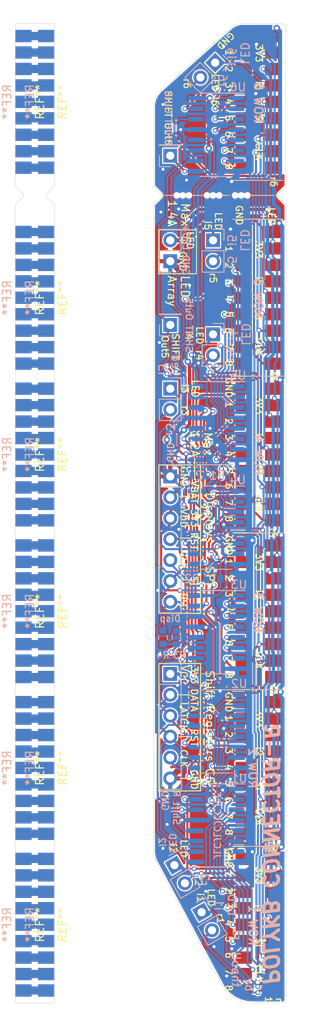
<source format=kicad_pcb>
(kicad_pcb (version 20171130) (host pcbnew "(5.1.9)-1")
  (layers (0 F.Cu signal) (31 B.Cu signal) (34 B.Paste user hide) (35 F.Paste user hide) (36 B.SilkS user) (37 F.SilkS user) (38 B.Mask user hide) (39 F.Mask user hide) (44 Edge.Cuts user))
  (net 0 "")
  (net 1 48)
  (net 2 47)
  (net 3 46)
  (net 4 45)
  (net 5 41)
  (net 6 42)
  (net 7 43)
  (net 8 44)
  (net 9 r6)
  (net 10 CLK)
  (net 11 D\C)
  (net 12 VLED)
  (net 13 SI)
  (net 14 VDD_3V3)
  (net 15 VBAT)
  (net 16 RST)
  (net 17 40)
  (net 18 39)
  (net 19 38)
  (net 20 37)
  (net 21 33)
  (net 22 34)
  (net 23 35)
  (net 24 36)
  (net 25 r5)
  (net 26 32)
  (net 27 31)
  (net 28 30)
  (net 29 29)
  (net 30 25)
  (net 31 26)
  (net 32 27)
  (net 33 28)
  (net 34 r4)
  (net 35 24)
  (net 36 23)
  (net 37 22)
  (net 38 21)
  (net 39 17)
  (net 40 18)
  (net 41 19)
  (net 42 20)
  (net 43 r3)
  (net 44 16)
  (net 45 15)
  (net 46 14)
  (net 47 13)
  (net 48 9)
  (net 49 10)
  (net 50 11)
  (net 51 12)
  (net 52 r2)
  (net 53 8)
  (net 54 7)
  (net 55 6)
  (net 56 5)
  (net 57 1)
  (net 58 2)
  (net 59 3)
  (net 60 4)
  (net 61 r1)
  (net 62 SHIFTR_CLK)
  (net 63 SHIFTR_RST)
  (net 64 SHIFTR_LATCH_CLK)
  (net 65 SHIFTR_DATA)
  (net 66 +3V3)
  (net 67 SHIFTR_OUT)
  (net 68 GND)
  (net 69 LedIn1)
  (net 70 LedIn2)
  (net 71 LedIn3)
  (net 72 LedIn4)
  (net 73 LedIn5)
  (net 74 LedIn6)
  (net 75 "Net-(U1-Pad9)")
  (net 76 "Net-(U2-Pad9)")
  (net 77 "Net-(U3-Pad9)")
  (net 78 "Net-(U4-Pad9)")
  (net 79 SHIFTR_AOUT)
  (module poly_kb:AtomConnect2 (layer F.Cu) (at 62.9031 120.015 270)
    (fp_text reference REF** (at 0 -2 270) (layer F.SilkS))
    (fp_text value AtomConnect2 hide)
    (pad 1 smd rect (at -8 0 270) (size 1.5 2) (layers F.Cu F.Mask))
    (pad 2 smd rect (at -6 0 270) (size 1.5 2) (layers F.Cu F.Mask))
    (pad 3 smd rect (at -4 0 270) (size 1.5 2) (layers F.Cu F.Mask))
    (pad 4 smd rect (at -2 0 270) (size 1.5 2) (layers F.Cu F.Mask))
    (pad 5 smd rect (at 0 0 270) (size 1.5 2) (layers F.Cu F.Mask))
    (pad 6 smd rect (at 2 0 270) (size 1.5 2) (layers F.Cu F.Mask))
    (pad 7 smd rect (at 4 0 270) (size 1.5 2) (layers F.Cu F.Mask))
    (pad 8 smd rect (at 6 0 270) (size 1.5 2) (layers F.Cu F.Mask))
    (pad 9 smd rect (at 8 0 270) (size 1.5 2) (layers F.Cu F.Mask))
  )
  (module poly_kb:AtomConnect2 (layer F.Cu) (at 65.6844 139.065 270)
    (fp_text reference REF** (at 0 -2 270) (layer F.SilkS))
    (fp_text value AtomConnect2 hide)
    (pad 9 smd rect (at 8 0 270) (size 1.5 2) (layers F.Cu F.Mask))
    (pad 8 smd rect (at 6 0 270) (size 1.5 2) (layers F.Cu F.Mask))
    (pad 7 smd rect (at 4 0 270) (size 1.5 2) (layers F.Cu F.Mask))
    (pad 6 smd rect (at 2 0 270) (size 1.5 2) (layers F.Cu F.Mask))
    (pad 5 smd rect (at 0 0 270) (size 1.5 2) (layers F.Cu F.Mask))
    (pad 4 smd rect (at -2 0 270) (size 1.5 2) (layers F.Cu F.Mask))
    (pad 3 smd rect (at -4 0 270) (size 1.5 2) (layers F.Cu F.Mask))
    (pad 2 smd rect (at -6 0 270) (size 1.5 2) (layers F.Cu F.Mask))
    (pad 1 smd rect (at -8 0 270) (size 1.5 2) (layers F.Cu F.Mask))
  )
  (module poly_kb:AtomConnect2 (layer F.Cu) (at 62.9031 139.065 270)
    (fp_text reference REF** (at 0 -2 270) (layer F.SilkS))
    (fp_text value AtomConnect2 hide)
    (pad 1 smd rect (at -8 0 270) (size 1.5 2) (layers F.Cu F.Mask))
    (pad 2 smd rect (at -6 0 270) (size 1.5 2) (layers F.Cu F.Mask))
    (pad 3 smd rect (at -4 0 270) (size 1.5 2) (layers F.Cu F.Mask))
    (pad 4 smd rect (at -2 0 270) (size 1.5 2) (layers F.Cu F.Mask))
    (pad 5 smd rect (at 0 0 270) (size 1.5 2) (layers F.Cu F.Mask))
    (pad 6 smd rect (at 2 0 270) (size 1.5 2) (layers F.Cu F.Mask))
    (pad 7 smd rect (at 4 0 270) (size 1.5 2) (layers F.Cu F.Mask))
    (pad 8 smd rect (at 6 0 270) (size 1.5 2) (layers F.Cu F.Mask))
    (pad 9 smd rect (at 8 0 270) (size 1.5 2) (layers F.Cu F.Mask))
  )
  (module poly_kb:AtomConnect2 (layer F.Cu) (at 62.9031 39.0525 270)
    (fp_text reference REF** (at 0 -2 270) (layer F.SilkS))
    (fp_text value AtomConnect2 hide)
    (pad 9 smd rect (at 8 0 270) (size 1.5 2) (layers F.Cu F.Mask))
    (pad 8 smd rect (at 6 0 270) (size 1.5 2) (layers F.Cu F.Mask))
    (pad 7 smd rect (at 4 0 270) (size 1.5 2) (layers F.Cu F.Mask))
    (pad 6 smd rect (at 2 0 270) (size 1.5 2) (layers F.Cu F.Mask))
    (pad 5 smd rect (at 0 0 270) (size 1.5 2) (layers F.Cu F.Mask))
    (pad 4 smd rect (at -2 0 270) (size 1.5 2) (layers F.Cu F.Mask))
    (pad 3 smd rect (at -4 0 270) (size 1.5 2) (layers F.Cu F.Mask))
    (pad 2 smd rect (at -6 0 270) (size 1.5 2) (layers F.Cu F.Mask))
    (pad 1 smd rect (at -8 0 270) (size 1.5 2) (layers F.Cu F.Mask))
  )
  (module poly_kb:AtomConnect2 (layer F.Cu) (at 62.9031 62.865 270)
    (fp_text reference REF** (at 0 -2 270) (layer F.SilkS))
    (fp_text value AtomConnect2 hide)
    (pad 1 smd rect (at -8 0 270) (size 1.5 2) (layers F.Cu F.Mask))
    (pad 2 smd rect (at -6 0 270) (size 1.5 2) (layers F.Cu F.Mask))
    (pad 3 smd rect (at -4 0 270) (size 1.5 2) (layers F.Cu F.Mask))
    (pad 4 smd rect (at -2 0 270) (size 1.5 2) (layers F.Cu F.Mask))
    (pad 5 smd rect (at 0 0 270) (size 1.5 2) (layers F.Cu F.Mask))
    (pad 6 smd rect (at 2 0 270) (size 1.5 2) (layers F.Cu F.Mask))
    (pad 7 smd rect (at 4 0 270) (size 1.5 2) (layers F.Cu F.Mask))
    (pad 8 smd rect (at 6 0 270) (size 1.5 2) (layers F.Cu F.Mask))
    (pad 9 smd rect (at 8 0 270) (size 1.5 2) (layers F.Cu F.Mask))
  )
  (module poly_kb:AtomConnect2 (layer F.Cu) (at 62.9031 100.965 270)
    (fp_text reference REF** (at 0 -2 270) (layer F.SilkS))
    (fp_text value AtomConnect2 hide)
    (pad 1 smd rect (at -8 0 270) (size 1.5 2) (layers F.Cu F.Mask))
    (pad 2 smd rect (at -6 0 270) (size 1.5 2) (layers F.Cu F.Mask))
    (pad 3 smd rect (at -4 0 270) (size 1.5 2) (layers F.Cu F.Mask))
    (pad 4 smd rect (at -2 0 270) (size 1.5 2) (layers F.Cu F.Mask))
    (pad 5 smd rect (at 0 0 270) (size 1.5 2) (layers F.Cu F.Mask))
    (pad 6 smd rect (at 2 0 270) (size 1.5 2) (layers F.Cu F.Mask))
    (pad 7 smd rect (at 4 0 270) (size 1.5 2) (layers F.Cu F.Mask))
    (pad 8 smd rect (at 6 0 270) (size 1.5 2) (layers F.Cu F.Mask))
    (pad 9 smd rect (at 8 0 270) (size 1.5 2) (layers F.Cu F.Mask))
  )
  (module poly_kb:AtomConnect2 (layer F.Cu) (at 62.9031 81.915 270)
    (fp_text reference REF** (at 0 -2 270) (layer F.SilkS))
    (fp_text value AtomConnect2 hide)
    (pad 1 smd rect (at -8 0 270) (size 1.5 2) (layers F.Cu F.Mask))
    (pad 2 smd rect (at -6 0 270) (size 1.5 2) (layers F.Cu F.Mask))
    (pad 3 smd rect (at -4 0 270) (size 1.5 2) (layers F.Cu F.Mask))
    (pad 4 smd rect (at -2 0 270) (size 1.5 2) (layers F.Cu F.Mask))
    (pad 5 smd rect (at 0 0 270) (size 1.5 2) (layers F.Cu F.Mask))
    (pad 6 smd rect (at 2 0 270) (size 1.5 2) (layers F.Cu F.Mask))
    (pad 7 smd rect (at 4 0 270) (size 1.5 2) (layers F.Cu F.Mask))
    (pad 8 smd rect (at 6 0 270) (size 1.5 2) (layers F.Cu F.Mask))
    (pad 9 smd rect (at 8 0 270) (size 1.5 2) (layers F.Cu F.Mask))
  )
  (module poly_kb:AtomConnect2 (layer F.Cu) (at 65.6844 120.015 270)
    (fp_text reference REF** (at 0 -2 270) (layer F.SilkS))
    (fp_text value AtomConnect2 hide)
    (pad 9 smd rect (at 8 0 270) (size 1.5 2) (layers F.Cu F.Mask))
    (pad 8 smd rect (at 6 0 270) (size 1.5 2) (layers F.Cu F.Mask))
    (pad 7 smd rect (at 4 0 270) (size 1.5 2) (layers F.Cu F.Mask))
    (pad 6 smd rect (at 2 0 270) (size 1.5 2) (layers F.Cu F.Mask))
    (pad 5 smd rect (at 0 0 270) (size 1.5 2) (layers F.Cu F.Mask))
    (pad 4 smd rect (at -2 0 270) (size 1.5 2) (layers F.Cu F.Mask))
    (pad 3 smd rect (at -4 0 270) (size 1.5 2) (layers F.Cu F.Mask))
    (pad 2 smd rect (at -6 0 270) (size 1.5 2) (layers F.Cu F.Mask))
    (pad 1 smd rect (at -8 0 270) (size 1.5 2) (layers F.Cu F.Mask))
  )
  (module poly_kb:AtomConnect2 (layer F.Cu) (at 65.6844 100.965 270)
    (fp_text reference REF** (at 0 -2 270) (layer F.SilkS))
    (fp_text value AtomConnect2 hide)
    (pad 9 smd rect (at 8 0 270) (size 1.5 2) (layers F.Cu F.Mask))
    (pad 8 smd rect (at 6 0 270) (size 1.5 2) (layers F.Cu F.Mask))
    (pad 7 smd rect (at 4 0 270) (size 1.5 2) (layers F.Cu F.Mask))
    (pad 6 smd rect (at 2 0 270) (size 1.5 2) (layers F.Cu F.Mask))
    (pad 5 smd rect (at 0 0 270) (size 1.5 2) (layers F.Cu F.Mask))
    (pad 4 smd rect (at -2 0 270) (size 1.5 2) (layers F.Cu F.Mask))
    (pad 3 smd rect (at -4 0 270) (size 1.5 2) (layers F.Cu F.Mask))
    (pad 2 smd rect (at -6 0 270) (size 1.5 2) (layers F.Cu F.Mask))
    (pad 1 smd rect (at -8 0 270) (size 1.5 2) (layers F.Cu F.Mask))
  )
  (module poly_kb:AtomConnect2 (layer F.Cu) (at 65.6844 39.0525 270)
    (fp_text reference REF** (at 0 -2 270) (layer F.SilkS))
    (fp_text value AtomConnect2 hide)
    (pad 1 smd rect (at -8 0 270) (size 1.5 2) (layers F.Cu F.Mask))
    (pad 2 smd rect (at -6 0 270) (size 1.5 2) (layers F.Cu F.Mask))
    (pad 3 smd rect (at -4 0 270) (size 1.5 2) (layers F.Cu F.Mask))
    (pad 4 smd rect (at -2 0 270) (size 1.5 2) (layers F.Cu F.Mask))
    (pad 5 smd rect (at 0 0 270) (size 1.5 2) (layers F.Cu F.Mask))
    (pad 6 smd rect (at 2 0 270) (size 1.5 2) (layers F.Cu F.Mask))
    (pad 7 smd rect (at 4 0 270) (size 1.5 2) (layers F.Cu F.Mask))
    (pad 8 smd rect (at 6 0 270) (size 1.5 2) (layers F.Cu F.Mask))
    (pad 9 smd rect (at 8 0 270) (size 1.5 2) (layers F.Cu F.Mask))
  )
  (module poly_kb:AtomConnect2 (layer F.Cu) (at 65.6844 81.915 270)
    (fp_text reference REF** (at 0 -2 270) (layer F.SilkS))
    (fp_text value AtomConnect2 hide)
    (pad 9 smd rect (at 8 0 270) (size 1.5 2) (layers F.Cu F.Mask))
    (pad 8 smd rect (at 6 0 270) (size 1.5 2) (layers F.Cu F.Mask))
    (pad 7 smd rect (at 4 0 270) (size 1.5 2) (layers F.Cu F.Mask))
    (pad 6 smd rect (at 2 0 270) (size 1.5 2) (layers F.Cu F.Mask))
    (pad 5 smd rect (at 0 0 270) (size 1.5 2) (layers F.Cu F.Mask))
    (pad 4 smd rect (at -2 0 270) (size 1.5 2) (layers F.Cu F.Mask))
    (pad 3 smd rect (at -4 0 270) (size 1.5 2) (layers F.Cu F.Mask))
    (pad 2 smd rect (at -6 0 270) (size 1.5 2) (layers F.Cu F.Mask))
    (pad 1 smd rect (at -8 0 270) (size 1.5 2) (layers F.Cu F.Mask))
  )
  (module poly_kb:AtomConnect2 (layer F.Cu) (at 65.6844 62.865 270)
    (fp_text reference REF** (at 0 -2 270) (layer F.SilkS))
    (fp_text value AtomConnect2 hide)
    (pad 9 smd rect (at 8 0 270) (size 1.5 2) (layers F.Cu F.Mask))
    (pad 8 smd rect (at 6 0 270) (size 1.5 2) (layers F.Cu F.Mask))
    (pad 7 smd rect (at 4 0 270) (size 1.5 2) (layers F.Cu F.Mask))
    (pad 6 smd rect (at 2 0 270) (size 1.5 2) (layers F.Cu F.Mask))
    (pad 5 smd rect (at 0 0 270) (size 1.5 2) (layers F.Cu F.Mask))
    (pad 4 smd rect (at -2 0 270) (size 1.5 2) (layers F.Cu F.Mask))
    (pad 3 smd rect (at -4 0 270) (size 1.5 2) (layers F.Cu F.Mask))
    (pad 2 smd rect (at -6 0 270) (size 1.5 2) (layers F.Cu F.Mask))
    (pad 1 smd rect (at -8 0 270) (size 1.5 2) (layers F.Cu F.Mask))
  )
  (module poly_kb:AtomConnect2 (layer B.Cu) (at 65.6844 139.065 270)
    (fp_text reference REF** (at 0 2 90) (layer B.SilkS) (effects (justify mirror)))
    (fp_text value AtomConnect2 hide)
    (pad 9 smd rect (at 8 0 270) (size 1.5 2) (layers B.Cu B.Mask))
    (pad 8 smd rect (at 6 0 270) (size 1.5 2) (layers B.Cu B.Mask))
    (pad 7 smd rect (at 4 0 270) (size 1.5 2) (layers B.Cu B.Mask))
    (pad 6 smd rect (at 2 0 270) (size 1.5 2) (layers B.Cu B.Mask))
    (pad 5 smd rect (at 0 0 270) (size 1.5 2) (layers B.Cu B.Mask))
    (pad 4 smd rect (at -2 0 270) (size 1.5 2) (layers B.Cu B.Mask))
    (pad 3 smd rect (at -4 0 270) (size 1.5 2) (layers B.Cu B.Mask))
    (pad 2 smd rect (at -6 0 270) (size 1.5 2) (layers B.Cu B.Mask))
    (pad 1 smd rect (at -8 0 270) (size 1.5 2) (layers B.Cu B.Mask))
  )
  (module poly_kb:AtomConnect2 (layer B.Cu) (at 65.6844 120.015 270)
    (fp_text reference REF** (at 0 2 90) (layer B.SilkS) (effects (justify mirror)))
    (fp_text value AtomConnect2 hide)
    (pad 9 smd rect (at 8 0 270) (size 1.5 2) (layers B.Cu B.Mask))
    (pad 8 smd rect (at 6 0 270) (size 1.5 2) (layers B.Cu B.Mask))
    (pad 7 smd rect (at 4 0 270) (size 1.5 2) (layers B.Cu B.Mask))
    (pad 6 smd rect (at 2 0 270) (size 1.5 2) (layers B.Cu B.Mask))
    (pad 5 smd rect (at 0 0 270) (size 1.5 2) (layers B.Cu B.Mask))
    (pad 4 smd rect (at -2 0 270) (size 1.5 2) (layers B.Cu B.Mask))
    (pad 3 smd rect (at -4 0 270) (size 1.5 2) (layers B.Cu B.Mask))
    (pad 2 smd rect (at -6 0 270) (size 1.5 2) (layers B.Cu B.Mask))
    (pad 1 smd rect (at -8 0 270) (size 1.5 2) (layers B.Cu B.Mask))
  )
  (module poly_kb:AtomConnect2 (layer B.Cu) (at 65.6844 100.965 270)
    (fp_text reference REF** (at 0 2 90) (layer B.SilkS) (effects (justify mirror)))
    (fp_text value AtomConnect2 hide)
    (pad 9 smd rect (at 8 0 270) (size 1.5 2) (layers B.Cu B.Mask))
    (pad 8 smd rect (at 6 0 270) (size 1.5 2) (layers B.Cu B.Mask))
    (pad 7 smd rect (at 4 0 270) (size 1.5 2) (layers B.Cu B.Mask))
    (pad 6 smd rect (at 2 0 270) (size 1.5 2) (layers B.Cu B.Mask))
    (pad 5 smd rect (at 0 0 270) (size 1.5 2) (layers B.Cu B.Mask))
    (pad 4 smd rect (at -2 0 270) (size 1.5 2) (layers B.Cu B.Mask))
    (pad 3 smd rect (at -4 0 270) (size 1.5 2) (layers B.Cu B.Mask))
    (pad 2 smd rect (at -6 0 270) (size 1.5 2) (layers B.Cu B.Mask))
    (pad 1 smd rect (at -8 0 270) (size 1.5 2) (layers B.Cu B.Mask))
  )
  (module poly_kb:AtomConnect2 (layer B.Cu) (at 65.6844 39.0525 270)
    (fp_text reference REF** (at 0 2 90) (layer B.SilkS) (effects (justify mirror)))
    (fp_text value AtomConnect2 hide)
    (pad 1 smd rect (at -8 0 270) (size 1.5 2) (layers B.Cu B.Mask))
    (pad 2 smd rect (at -6 0 270) (size 1.5 2) (layers B.Cu B.Mask))
    (pad 3 smd rect (at -4 0 270) (size 1.5 2) (layers B.Cu B.Mask))
    (pad 4 smd rect (at -2 0 270) (size 1.5 2) (layers B.Cu B.Mask))
    (pad 5 smd rect (at 0 0 270) (size 1.5 2) (layers B.Cu B.Mask))
    (pad 6 smd rect (at 2 0 270) (size 1.5 2) (layers B.Cu B.Mask))
    (pad 7 smd rect (at 4 0 270) (size 1.5 2) (layers B.Cu B.Mask))
    (pad 8 smd rect (at 6 0 270) (size 1.5 2) (layers B.Cu B.Mask))
    (pad 9 smd rect (at 8 0 270) (size 1.5 2) (layers B.Cu B.Mask))
  )
  (module poly_kb:AtomConnect2 (layer B.Cu) (at 65.6844 81.915 270)
    (fp_text reference REF** (at 0 2 90) (layer B.SilkS) (effects (justify mirror)))
    (fp_text value AtomConnect2 hide)
    (pad 9 smd rect (at 8 0 270) (size 1.5 2) (layers B.Cu B.Mask))
    (pad 8 smd rect (at 6 0 270) (size 1.5 2) (layers B.Cu B.Mask))
    (pad 7 smd rect (at 4 0 270) (size 1.5 2) (layers B.Cu B.Mask))
    (pad 6 smd rect (at 2 0 270) (size 1.5 2) (layers B.Cu B.Mask))
    (pad 5 smd rect (at 0 0 270) (size 1.5 2) (layers B.Cu B.Mask))
    (pad 4 smd rect (at -2 0 270) (size 1.5 2) (layers B.Cu B.Mask))
    (pad 3 smd rect (at -4 0 270) (size 1.5 2) (layers B.Cu B.Mask))
    (pad 2 smd rect (at -6 0 270) (size 1.5 2) (layers B.Cu B.Mask))
    (pad 1 smd rect (at -8 0 270) (size 1.5 2) (layers B.Cu B.Mask))
  )
  (module poly_kb:AtomConnect2 (layer B.Cu) (at 65.6844 62.865 270)
    (fp_text reference REF** (at 0 2 90) (layer B.SilkS) (effects (justify mirror)))
    (fp_text value AtomConnect2 hide)
    (pad 9 smd rect (at 8 0 270) (size 1.5 2) (layers B.Cu B.Mask))
    (pad 8 smd rect (at 6 0 270) (size 1.5 2) (layers B.Cu B.Mask))
    (pad 7 smd rect (at 4 0 270) (size 1.5 2) (layers B.Cu B.Mask))
    (pad 6 smd rect (at 2 0 270) (size 1.5 2) (layers B.Cu B.Mask))
    (pad 5 smd rect (at 0 0 270) (size 1.5 2) (layers B.Cu B.Mask))
    (pad 4 smd rect (at -2 0 270) (size 1.5 2) (layers B.Cu B.Mask))
    (pad 3 smd rect (at -4 0 270) (size 1.5 2) (layers B.Cu B.Mask))
    (pad 2 smd rect (at -6 0 270) (size 1.5 2) (layers B.Cu B.Mask))
    (pad 1 smd rect (at -8 0 270) (size 1.5 2) (layers B.Cu B.Mask))
  )
  (module poly_kb:AtomConnect2 (layer B.Cu) (at 62.9031 139.065 270)
    (fp_text reference REF** (at 0 2 90) (layer B.SilkS) (effects (justify mirror)))
    (fp_text value AtomConnect2 hide)
    (pad 1 smd rect (at -8 0 270) (size 1.5 2) (layers B.Cu B.Mask))
    (pad 2 smd rect (at -6 0 270) (size 1.5 2) (layers B.Cu B.Mask))
    (pad 3 smd rect (at -4 0 270) (size 1.5 2) (layers B.Cu B.Mask))
    (pad 4 smd rect (at -2 0 270) (size 1.5 2) (layers B.Cu B.Mask))
    (pad 5 smd rect (at 0 0 270) (size 1.5 2) (layers B.Cu B.Mask))
    (pad 6 smd rect (at 2 0 270) (size 1.5 2) (layers B.Cu B.Mask))
    (pad 7 smd rect (at 4 0 270) (size 1.5 2) (layers B.Cu B.Mask))
    (pad 8 smd rect (at 6 0 270) (size 1.5 2) (layers B.Cu B.Mask))
    (pad 9 smd rect (at 8 0 270) (size 1.5 2) (layers B.Cu B.Mask))
  )
  (module poly_kb:AtomConnect2 (layer B.Cu) (at 62.9031 120.015 270)
    (fp_text reference REF** (at 0 2 90) (layer B.SilkS) (effects (justify mirror)))
    (fp_text value AtomConnect2 hide)
    (pad 1 smd rect (at -8 0 270) (size 1.5 2) (layers B.Cu B.Mask))
    (pad 2 smd rect (at -6 0 270) (size 1.5 2) (layers B.Cu B.Mask))
    (pad 3 smd rect (at -4 0 270) (size 1.5 2) (layers B.Cu B.Mask))
    (pad 4 smd rect (at -2 0 270) (size 1.5 2) (layers B.Cu B.Mask))
    (pad 5 smd rect (at 0 0 270) (size 1.5 2) (layers B.Cu B.Mask))
    (pad 6 smd rect (at 2 0 270) (size 1.5 2) (layers B.Cu B.Mask))
    (pad 7 smd rect (at 4 0 270) (size 1.5 2) (layers B.Cu B.Mask))
    (pad 8 smd rect (at 6 0 270) (size 1.5 2) (layers B.Cu B.Mask))
    (pad 9 smd rect (at 8 0 270) (size 1.5 2) (layers B.Cu B.Mask))
  )
  (module poly_kb:AtomConnect2 (layer B.Cu) (at 62.9031 100.965 270)
    (fp_text reference REF** (at 0 2 90) (layer B.SilkS) (effects (justify mirror)))
    (fp_text value AtomConnect2 hide)
    (pad 1 smd rect (at -8 0 270) (size 1.5 2) (layers B.Cu B.Mask))
    (pad 2 smd rect (at -6 0 270) (size 1.5 2) (layers B.Cu B.Mask))
    (pad 3 smd rect (at -4 0 270) (size 1.5 2) (layers B.Cu B.Mask))
    (pad 4 smd rect (at -2 0 270) (size 1.5 2) (layers B.Cu B.Mask))
    (pad 5 smd rect (at 0 0 270) (size 1.5 2) (layers B.Cu B.Mask))
    (pad 6 smd rect (at 2 0 270) (size 1.5 2) (layers B.Cu B.Mask))
    (pad 7 smd rect (at 4 0 270) (size 1.5 2) (layers B.Cu B.Mask))
    (pad 8 smd rect (at 6 0 270) (size 1.5 2) (layers B.Cu B.Mask))
    (pad 9 smd rect (at 8 0 270) (size 1.5 2) (layers B.Cu B.Mask))
  )
  (module poly_kb:AtomConnect2 (layer B.Cu) (at 62.9031 81.915 270)
    (fp_text reference REF** (at 0 2 90) (layer B.SilkS) (effects (justify mirror)))
    (fp_text value AtomConnect2 hide)
    (pad 1 smd rect (at -8 0 270) (size 1.5 2) (layers B.Cu B.Mask))
    (pad 2 smd rect (at -6 0 270) (size 1.5 2) (layers B.Cu B.Mask))
    (pad 3 smd rect (at -4 0 270) (size 1.5 2) (layers B.Cu B.Mask))
    (pad 4 smd rect (at -2 0 270) (size 1.5 2) (layers B.Cu B.Mask))
    (pad 5 smd rect (at 0 0 270) (size 1.5 2) (layers B.Cu B.Mask))
    (pad 6 smd rect (at 2 0 270) (size 1.5 2) (layers B.Cu B.Mask))
    (pad 7 smd rect (at 4 0 270) (size 1.5 2) (layers B.Cu B.Mask))
    (pad 8 smd rect (at 6 0 270) (size 1.5 2) (layers B.Cu B.Mask))
    (pad 9 smd rect (at 8 0 270) (size 1.5 2) (layers B.Cu B.Mask))
  )
  (module poly_kb:AtomConnect2 (layer B.Cu) (at 62.9031 62.865 270)
    (fp_text reference REF** (at 0 2 90) (layer B.SilkS) (effects (justify mirror)))
    (fp_text value AtomConnect2 hide)
    (pad 1 smd rect (at -8 0 270) (size 1.5 2) (layers B.Cu B.Mask))
    (pad 2 smd rect (at -6 0 270) (size 1.5 2) (layers B.Cu B.Mask))
    (pad 3 smd rect (at -4 0 270) (size 1.5 2) (layers B.Cu B.Mask))
    (pad 4 smd rect (at -2 0 270) (size 1.5 2) (layers B.Cu B.Mask))
    (pad 5 smd rect (at 0 0 270) (size 1.5 2) (layers B.Cu B.Mask))
    (pad 6 smd rect (at 2 0 270) (size 1.5 2) (layers B.Cu B.Mask))
    (pad 7 smd rect (at 4 0 270) (size 1.5 2) (layers B.Cu B.Mask))
    (pad 8 smd rect (at 6 0 270) (size 1.5 2) (layers B.Cu B.Mask))
    (pad 9 smd rect (at 8 0 270) (size 1.5 2) (layers B.Cu B.Mask))
  )
  (module poly_kb:AtomConnect2 (layer B.Cu) (at 62.9031 39.0525 270)
    (fp_text reference REF** (at 0 2 90) (layer B.SilkS) (effects (justify mirror)))
    (fp_text value AtomConnect2 hide)
    (pad 9 smd rect (at 8 0 270) (size 1.5 2) (layers B.Cu B.Mask))
    (pad 8 smd rect (at 6 0 270) (size 1.5 2) (layers B.Cu B.Mask))
    (pad 7 smd rect (at 4 0 270) (size 1.5 2) (layers B.Cu B.Mask))
    (pad 6 smd rect (at 2 0 270) (size 1.5 2) (layers B.Cu B.Mask))
    (pad 5 smd rect (at 0 0 270) (size 1.5 2) (layers B.Cu B.Mask))
    (pad 4 smd rect (at -2 0 270) (size 1.5 2) (layers B.Cu B.Mask))
    (pad 3 smd rect (at -4 0 270) (size 1.5 2) (layers B.Cu B.Mask))
    (pad 2 smd rect (at -6 0 270) (size 1.5 2) (layers B.Cu B.Mask))
    (pad 1 smd rect (at -8 0 270) (size 1.5 2) (layers B.Cu B.Mask))
  )
  (module poly_kb:AtomConnect2 (layer F.Cu) (at 93.309 100.965 270)
    (fp_text reference J6 hide)
    (fp_text value Conn_01x09)
    (pad 9 smd rect (at 8 0 270) (size 1.5 2) (layers F.Cu F.Mask) (net 43 r3))
    (pad 8 smd rect (at 6 0 270) (size 1.5 2) (layers F.Cu F.Mask) (net 10 CLK))
    (pad 7 smd rect (at 4 0 270) (size 1.5 2) (layers F.Cu F.Mask) (net 11 D\C))
    (pad 6 smd rect (at 2 0 270) (size 1.5 2) (layers F.Cu F.Mask) (net 13 SI))
    (pad 5 smd rect (at 0 0 270) (size 1.5 2) (layers F.Cu F.Mask) (net 16 RST))
    (pad 4 smd rect (at -2 0 270) (size 1.5 2) (layers F.Cu F.Mask) (net 71 LedIn3))
    (pad 3 smd rect (at -4 0 270) (size 1.5 2) (layers F.Cu F.Mask) (net 15 VBAT))
    (pad 2 smd rect (at -6 0 270) (size 1.5 2) (layers F.Cu F.Mask) (net 14 VDD_3V3))
    (pad 1 smd rect (at -8 0 270) (size 1.5 2) (layers F.Cu F.Mask) (net 12 VLED))
  )
  (module poly_kb:mouse-bite-3x (layer F.Cu) (at 89.4073 50.4197)
    (fp_text reference mouse-bite-2mm-slot hide)
    (fp_text value VAL** hide)
    (pad "" np_thru_hole circle (at 0.7552 -0.0007) (size 0.5 0.5) (drill 0.5) (layers *.Cu *.Mask))
    (pad "" np_thru_hole circle (at 0.0007 -0.0007) (size 0.5 0.5) (drill 0.5) (layers *.Cu *.Mask))
    (pad "" np_thru_hole circle (at -0.7493 -0.0007) (size 0.5 0.5) (drill 0.5) (layers *.Cu *.Mask))
  )
  (module poly_kb:mouse-bite-3x (layer F.Cu) (at 85.979 50.419)
    (fp_text reference mouse-bite-2mm-slot hide)
    (fp_text value VAL** hide)
    (pad "" np_thru_hole circle (at 0.7552 -0.0007) (size 0.5 0.5) (drill 0.5) (layers *.Cu *.Mask))
    (pad "" np_thru_hole circle (at 0.0007 -0.0007) (size 0.5 0.5) (drill 0.5) (layers *.Cu *.Mask))
    (pad "" np_thru_hole circle (at -0.7493 -0.0007) (size 0.5 0.5) (drill 0.5) (layers *.Cu *.Mask))
  )
  (module poly_kb:mouse-bite-3x (layer F.Cu) (at 82.296 50.419)
    (fp_text reference mouse-bite-2mm-slot hide)
    (fp_text value VAL** hide)
    (pad "" np_thru_hole circle (at 0.7552 -0.0007) (size 0.5 0.5) (drill 0.5) (layers *.Cu *.Mask))
    (pad "" np_thru_hole circle (at 0.0007 -0.0007) (size 0.5 0.5) (drill 0.5) (layers *.Cu *.Mask))
    (pad "" np_thru_hole circle (at -0.7493 -0.0007) (size 0.5 0.5) (drill 0.5) (layers *.Cu *.Mask))
  )
  (module Connector_PinHeader_2.54mm:PinHeader_1x02_P2.54mm_Vertical (layer B.Cu) (at 80.772 58.42)
    (fp_text reference J16 hide)
    (fp_text value Conn_01x02)
    (pad 2 thru_hole oval (at 0 -2.54) (size 1.7 1.7) (drill 1) (layers *.Cu *.Mask) (net 12 VLED))
    (pad 1 thru_hole rect (at 0 0) (size 1.7 1.7) (drill 1) (layers *.Cu *.Mask) (net 68 GND))
  )
  (module Connector_PinHeader_2.54mm:PinHeader_1x02_P2.54mm_Vertical (layer B.Cu) (at 86.233 34.29 135)
    (fp_text reference J26 hide)
    (fp_text value Conn_01x02)
    (pad 2 thru_hole oval (at 0 -2.54 135) (size 1.7 1.7) (drill 1) (layers *.Cu *.Mask) (net 9 r6))
    (pad 1 thru_hole rect (at 0 0 135) (size 1.7 1.7) (drill 1) (layers *.Cu *.Mask) (net 74 LedIn6))
  )
  (module Connector_PinHeader_2.54mm:PinHeader_1x02_P2.54mm_Vertical (layer B.Cu) (at 85.979 55.88 180)
    (fp_text reference J25 hide)
    (fp_text value Conn_01x02)
    (pad 2 thru_hole oval (at 0 -2.54 180) (size 1.7 1.7) (drill 1) (layers *.Cu *.Mask) (net 25 r5))
    (pad 1 thru_hole rect (at 0 0 180) (size 1.7 1.7) (drill 1) (layers *.Cu *.Mask) (net 73 LedIn5))
  )
  (module Connector_PinHeader_2.54mm:PinHeader_1x02_P2.54mm_Vertical (layer B.Cu) (at 85.979 67.31 180)
    (fp_text reference J24 hide)
    (fp_text value Conn_01x02)
    (pad 2 thru_hole oval (at 0 -2.54 180) (size 1.7 1.7) (drill 1) (layers *.Cu *.Mask) (net 34 r4))
    (pad 1 thru_hole rect (at 0 0 180) (size 1.7 1.7) (drill 1) (layers *.Cu *.Mask) (net 72 LedIn4))
  )
  (module Connector_PinHeader_2.54mm:PinHeader_1x02_P2.54mm_Vertical (layer B.Cu) (at 80.772 73.914 180)
    (fp_text reference J23 hide)
    (fp_text value Conn_01x02)
    (pad 2 thru_hole oval (at 0 -2.54 180) (size 1.7 1.7) (drill 1) (layers *.Cu *.Mask) (net 43 r3))
    (pad 1 thru_hole rect (at 0 0 180) (size 1.7 1.7) (drill 1) (layers *.Cu *.Mask) (net 71 LedIn3))
  )
  (module Connector_PinHeader_2.54mm:PinHeader_1x02_P2.54mm_Vertical (layer B.Cu) (at 81.28 131.826 210)
    (fp_text reference J22 hide)
    (fp_text value Conn_01x02)
    (pad 2 thru_hole oval (at 0 -2.54 210) (size 1.7 1.7) (drill 1) (layers *.Cu *.Mask) (net 52 r2))
    (pad 1 thru_hole rect (at 0 0 210) (size 1.7 1.7) (drill 1) (layers *.Cu *.Mask) (net 70 LedIn2))
  )
  (module Connector_PinHeader_2.54mm:PinHeader_1x02_P2.54mm_Vertical (layer B.Cu) (at 84.582 137.541 210)
    (fp_text reference J21 hide)
    (fp_text value Conn_01x02)
    (pad 2 thru_hole oval (at 0 -2.54 210) (size 1.7 1.7) (drill 1) (layers *.Cu *.Mask) (net 61 r1))
    (pad 1 thru_hole rect (at 0 0 210) (size 1.7 1.7) (drill 1) (layers *.Cu *.Mask) (net 69 LedIn1))
  )
  (module Connector_PinHeader_2.54mm:PinHeader_1x01_P2.54mm_Vertical (layer B.Cu) (at 80.772 66.167)
    (fp_text reference J17 hide)
    (fp_text value Conn_01x01)
    (pad 1 thru_hole rect (at 0 0) (size 1.7 1.7) (drill 1) (layers *.Cu *.Mask) (net 79 SHIFTR_AOUT))
  )
  (module Package_SO:SOIC-16_3.9x9.9mm_P1.27mm (layer B.Cu) (at 86.36 43.053 180)
    (fp_text reference U6 (at -2.6416 5.7912) (layer B.SilkS) (effects (justify mirror)))
    (fp_text value 74HCT595)
    (pad 16 smd roundrect (at 2.475 4.445 180) (size 1.95 0.6) (layers B.Cu B.Paste B.Mask) (net 66 +3V3))
    (pad 15 smd roundrect (at 2.475 3.175 180) (size 1.95 0.6) (layers B.Cu B.Paste B.Mask) (net 5 41))
    (pad 14 smd roundrect (at 2.475 1.905 180) (size 1.95 0.6) (layers B.Cu B.Paste B.Mask) (net 79 SHIFTR_AOUT))
    (pad 13 smd roundrect (at 2.475 0.635 180) (size 1.95 0.6) (layers B.Cu B.Paste B.Mask) (net 68 GND))
    (pad 12 smd roundrect (at 2.475 -0.635 180) (size 1.95 0.6) (layers B.Cu B.Paste B.Mask) (net 64 SHIFTR_LATCH_CLK))
    (pad 11 smd roundrect (at 2.475 -1.905 180) (size 1.95 0.6) (layers B.Cu B.Paste B.Mask) (net 62 SHIFTR_CLK))
    (pad 10 smd roundrect (at 2.475 -3.175 180) (size 1.95 0.6) (layers B.Cu B.Paste B.Mask) (net 63 SHIFTR_RST))
    (pad 9 smd roundrect (at 2.475 -4.445 180) (size 1.95 0.6) (layers B.Cu B.Paste B.Mask) (net 67 SHIFTR_OUT))
    (pad 8 smd roundrect (at -2.475 -4.445 180) (size 1.95 0.6) (layers B.Cu B.Paste B.Mask) (net 68 GND))
    (pad 7 smd roundrect (at -2.475 -3.175 180) (size 1.95 0.6) (layers B.Cu B.Paste B.Mask) (net 1 48))
    (pad 6 smd roundrect (at -2.475 -1.905 180) (size 1.95 0.6) (layers B.Cu B.Paste B.Mask) (net 2 47))
    (pad 5 smd roundrect (at -2.475 -0.635 180) (size 1.95 0.6) (layers B.Cu B.Paste B.Mask) (net 3 46))
    (pad 4 smd roundrect (at -2.475 0.635 180) (size 1.95 0.6) (layers B.Cu B.Paste B.Mask) (net 4 45))
    (pad 3 smd roundrect (at -2.475 1.905 180) (size 1.95 0.6) (layers B.Cu B.Paste B.Mask) (net 8 44))
    (pad 2 smd roundrect (at -2.475 3.175 180) (size 1.95 0.6) (layers B.Cu B.Paste B.Mask) (net 7 43))
    (pad 1 smd roundrect (at -2.475 4.445 180) (size 1.95 0.6) (layers B.Cu B.Paste B.Mask) (net 6 42))
  )
  (module Package_SO:SOIC-16_3.9x9.9mm_P1.27mm (layer B.Cu) (at 86.425 78.105 180)
    (fp_text reference U5 (at -2.602 5.7912) (layer B.SilkS) (effects (justify mirror)))
    (fp_text value 74HCT595)
    (pad 16 smd roundrect (at 2.475 4.445 180) (size 1.95 0.6) (layers B.Cu B.Paste B.Mask) (net 66 +3V3))
    (pad 15 smd roundrect (at 2.475 3.175 180) (size 1.95 0.6) (layers B.Cu B.Paste B.Mask) (net 21 33))
    (pad 14 smd roundrect (at 2.475 1.905 180) (size 1.95 0.6) (layers B.Cu B.Paste B.Mask) (net 78 "Net-(U4-Pad9)"))
    (pad 13 smd roundrect (at 2.475 0.635 180) (size 1.95 0.6) (layers B.Cu B.Paste B.Mask) (net 68 GND))
    (pad 12 smd roundrect (at 2.475 -0.635 180) (size 1.95 0.6) (layers B.Cu B.Paste B.Mask) (net 64 SHIFTR_LATCH_CLK))
    (pad 11 smd roundrect (at 2.475 -1.905 180) (size 1.95 0.6) (layers B.Cu B.Paste B.Mask) (net 62 SHIFTR_CLK))
    (pad 10 smd roundrect (at 2.475 -3.175 180) (size 1.95 0.6) (layers B.Cu B.Paste B.Mask) (net 63 SHIFTR_RST))
    (pad 9 smd roundrect (at 2.475 -4.445 180) (size 1.95 0.6) (layers B.Cu B.Paste B.Mask) (net 79 SHIFTR_AOUT))
    (pad 8 smd roundrect (at -2.475 -4.445 180) (size 1.95 0.6) (layers B.Cu B.Paste B.Mask) (net 68 GND))
    (pad 7 smd roundrect (at -2.475 -3.175 180) (size 1.95 0.6) (layers B.Cu B.Paste B.Mask) (net 17 40))
    (pad 6 smd roundrect (at -2.475 -1.905 180) (size 1.95 0.6) (layers B.Cu B.Paste B.Mask) (net 18 39))
    (pad 5 smd roundrect (at -2.475 -0.635 180) (size 1.95 0.6) (layers B.Cu B.Paste B.Mask) (net 19 38))
    (pad 4 smd roundrect (at -2.475 0.635 180) (size 1.95 0.6) (layers B.Cu B.Paste B.Mask) (net 20 37))
    (pad 3 smd roundrect (at -2.475 1.905 180) (size 1.95 0.6) (layers B.Cu B.Paste B.Mask) (net 24 36))
    (pad 2 smd roundrect (at -2.475 3.175 180) (size 1.95 0.6) (layers B.Cu B.Paste B.Mask) (net 23 35))
    (pad 1 smd roundrect (at -2.475 4.445 180) (size 1.95 0.6) (layers B.Cu B.Paste B.Mask) (net 22 34))
  )
  (module Package_SO:SOIC-16_3.9x9.9mm_P1.27mm (layer B.Cu) (at 86.36 90.805 180)
    (fp_text reference U4 (at -2.6162 5.7912) (layer B.SilkS) (effects (justify mirror)))
    (fp_text value 74HCT595)
    (pad 16 smd roundrect (at 2.475 4.445 180) (size 1.95 0.6) (layers B.Cu B.Paste B.Mask) (net 66 +3V3))
    (pad 15 smd roundrect (at 2.475 3.175 180) (size 1.95 0.6) (layers B.Cu B.Paste B.Mask) (net 30 25))
    (pad 14 smd roundrect (at 2.475 1.905 180) (size 1.95 0.6) (layers B.Cu B.Paste B.Mask) (net 77 "Net-(U3-Pad9)"))
    (pad 13 smd roundrect (at 2.475 0.635 180) (size 1.95 0.6) (layers B.Cu B.Paste B.Mask) (net 68 GND))
    (pad 12 smd roundrect (at 2.475 -0.635 180) (size 1.95 0.6) (layers B.Cu B.Paste B.Mask) (net 64 SHIFTR_LATCH_CLK))
    (pad 11 smd roundrect (at 2.475 -1.905 180) (size 1.95 0.6) (layers B.Cu B.Paste B.Mask) (net 62 SHIFTR_CLK))
    (pad 10 smd roundrect (at 2.475 -3.175 180) (size 1.95 0.6) (layers B.Cu B.Paste B.Mask) (net 63 SHIFTR_RST))
    (pad 9 smd roundrect (at 2.475 -4.445 180) (size 1.95 0.6) (layers B.Cu B.Paste B.Mask) (net 78 "Net-(U4-Pad9)"))
    (pad 8 smd roundrect (at -2.475 -4.445 180) (size 1.95 0.6) (layers B.Cu B.Paste B.Mask) (net 68 GND))
    (pad 7 smd roundrect (at -2.475 -3.175 180) (size 1.95 0.6) (layers B.Cu B.Paste B.Mask) (net 26 32))
    (pad 6 smd roundrect (at -2.475 -1.905 180) (size 1.95 0.6) (layers B.Cu B.Paste B.Mask) (net 27 31))
    (pad 5 smd roundrect (at -2.475 -0.635 180) (size 1.95 0.6) (layers B.Cu B.Paste B.Mask) (net 28 30))
    (pad 4 smd roundrect (at -2.475 0.635 180) (size 1.95 0.6) (layers B.Cu B.Paste B.Mask) (net 29 29))
    (pad 3 smd roundrect (at -2.475 1.905 180) (size 1.95 0.6) (layers B.Cu B.Paste B.Mask) (net 33 28))
    (pad 2 smd roundrect (at -2.475 3.175 180) (size 1.95 0.6) (layers B.Cu B.Paste B.Mask) (net 32 27))
    (pad 1 smd roundrect (at -2.475 4.445 180) (size 1.95 0.6) (layers B.Cu B.Paste B.Mask) (net 31 26))
  )
  (module Package_SO:SOIC-16_3.9x9.9mm_P1.27mm (layer B.Cu) (at 86.425 103.505 180)
    (fp_text reference U3 (at -2.7036 5.7658) (layer B.SilkS) (effects (justify mirror)))
    (fp_text value 74HCT595)
    (pad 16 smd roundrect (at 2.475 4.445 180) (size 1.95 0.6) (layers B.Cu B.Paste B.Mask) (net 66 +3V3))
    (pad 15 smd roundrect (at 2.475 3.175 180) (size 1.95 0.6) (layers B.Cu B.Paste B.Mask) (net 39 17))
    (pad 14 smd roundrect (at 2.475 1.905 180) (size 1.95 0.6) (layers B.Cu B.Paste B.Mask) (net 76 "Net-(U2-Pad9)"))
    (pad 13 smd roundrect (at 2.475 0.635 180) (size 1.95 0.6) (layers B.Cu B.Paste B.Mask) (net 68 GND))
    (pad 12 smd roundrect (at 2.475 -0.635 180) (size 1.95 0.6) (layers B.Cu B.Paste B.Mask) (net 64 SHIFTR_LATCH_CLK))
    (pad 11 smd roundrect (at 2.475 -1.905 180) (size 1.95 0.6) (layers B.Cu B.Paste B.Mask) (net 62 SHIFTR_CLK))
    (pad 10 smd roundrect (at 2.475 -3.175 180) (size 1.95 0.6) (layers B.Cu B.Paste B.Mask) (net 63 SHIFTR_RST))
    (pad 9 smd roundrect (at 2.475 -4.445 180) (size 1.95 0.6) (layers B.Cu B.Paste B.Mask) (net 77 "Net-(U3-Pad9)"))
    (pad 8 smd roundrect (at -2.475 -4.445 180) (size 1.95 0.6) (layers B.Cu B.Paste B.Mask) (net 68 GND))
    (pad 7 smd roundrect (at -2.475 -3.175 180) (size 1.95 0.6) (layers B.Cu B.Paste B.Mask) (net 35 24))
    (pad 6 smd roundrect (at -2.475 -1.905 180) (size 1.95 0.6) (layers B.Cu B.Paste B.Mask) (net 36 23))
    (pad 5 smd roundrect (at -2.475 -0.635 180) (size 1.95 0.6) (layers B.Cu B.Paste B.Mask) (net 37 22))
    (pad 4 smd roundrect (at -2.475 0.635 180) (size 1.95 0.6) (layers B.Cu B.Paste B.Mask) (net 38 21))
    (pad 3 smd roundrect (at -2.475 1.905 180) (size 1.95 0.6) (layers B.Cu B.Paste B.Mask) (net 42 20))
    (pad 2 smd roundrect (at -2.475 3.175 180) (size 1.95 0.6) (layers B.Cu B.Paste B.Mask) (net 41 19))
    (pad 1 smd roundrect (at -2.475 4.445 180) (size 1.95 0.6) (layers B.Cu B.Paste B.Mask) (net 40 18))
  )
  (module Package_SO:SOIC-16_3.9x9.9mm_P1.27mm (layer B.Cu) (at 86.425 115.57 180)
    (fp_text reference U2 (at -2.729 5.7912) (layer B.SilkS) (effects (justify mirror)))
    (fp_text value 74HCT595)
    (pad 16 smd roundrect (at 2.475 4.445 180) (size 1.95 0.6) (layers B.Cu B.Paste B.Mask) (net 66 +3V3))
    (pad 15 smd roundrect (at 2.475 3.175 180) (size 1.95 0.6) (layers B.Cu B.Paste B.Mask) (net 48 9))
    (pad 14 smd roundrect (at 2.475 1.905 180) (size 1.95 0.6) (layers B.Cu B.Paste B.Mask) (net 75 "Net-(U1-Pad9)"))
    (pad 13 smd roundrect (at 2.475 0.635 180) (size 1.95 0.6) (layers B.Cu B.Paste B.Mask) (net 68 GND))
    (pad 12 smd roundrect (at 2.475 -0.635 180) (size 1.95 0.6) (layers B.Cu B.Paste B.Mask) (net 64 SHIFTR_LATCH_CLK))
    (pad 11 smd roundrect (at 2.475 -1.905 180) (size 1.95 0.6) (layers B.Cu B.Paste B.Mask) (net 62 SHIFTR_CLK))
    (pad 10 smd roundrect (at 2.475 -3.175 180) (size 1.95 0.6) (layers B.Cu B.Paste B.Mask) (net 63 SHIFTR_RST))
    (pad 9 smd roundrect (at 2.475 -4.445 180) (size 1.95 0.6) (layers B.Cu B.Paste B.Mask) (net 76 "Net-(U2-Pad9)"))
    (pad 8 smd roundrect (at -2.475 -4.445 180) (size 1.95 0.6) (layers B.Cu B.Paste B.Mask) (net 68 GND))
    (pad 7 smd roundrect (at -2.475 -3.175 180) (size 1.95 0.6) (layers B.Cu B.Paste B.Mask) (net 44 16))
    (pad 6 smd roundrect (at -2.475 -1.905 180) (size 1.95 0.6) (layers B.Cu B.Paste B.Mask) (net 45 15))
    (pad 5 smd roundrect (at -2.475 -0.635 180) (size 1.95 0.6) (layers B.Cu B.Paste B.Mask) (net 46 14))
    (pad 4 smd roundrect (at -2.475 0.635 180) (size 1.95 0.6) (layers B.Cu B.Paste B.Mask) (net 47 13))
    (pad 3 smd roundrect (at -2.475 1.905 180) (size 1.95 0.6) (layers B.Cu B.Paste B.Mask) (net 51 12))
    (pad 2 smd roundrect (at -2.475 3.175 180) (size 1.95 0.6) (layers B.Cu B.Paste B.Mask) (net 50 11))
    (pad 1 smd roundrect (at -2.475 4.445 180) (size 1.95 0.6) (layers B.Cu B.Paste B.Mask) (net 49 10))
  )
  (module Package_SO:SOIC-16_3.9x9.9mm_P1.27mm (layer B.Cu) (at 86.36 127 180)
    (fp_text reference U1 (at -2.794 5.715) (layer B.SilkS) (effects (justify mirror)))
    (fp_text value 74HCT595)
    (pad 16 smd roundrect (at 2.475 4.445 180) (size 1.95 0.6) (layers B.Cu B.Paste B.Mask) (net 66 +3V3))
    (pad 15 smd roundrect (at 2.475 3.175 180) (size 1.95 0.6) (layers B.Cu B.Paste B.Mask) (net 57 1))
    (pad 14 smd roundrect (at 2.475 1.905 180) (size 1.95 0.6) (layers B.Cu B.Paste B.Mask) (net 65 SHIFTR_DATA))
    (pad 13 smd roundrect (at 2.475 0.635 180) (size 1.95 0.6) (layers B.Cu B.Paste B.Mask) (net 68 GND))
    (pad 12 smd roundrect (at 2.475 -0.635 180) (size 1.95 0.6) (layers B.Cu B.Paste B.Mask) (net 64 SHIFTR_LATCH_CLK))
    (pad 11 smd roundrect (at 2.475 -1.905 180) (size 1.95 0.6) (layers B.Cu B.Paste B.Mask) (net 62 SHIFTR_CLK))
    (pad 10 smd roundrect (at 2.475 -3.175 180) (size 1.95 0.6) (layers B.Cu B.Paste B.Mask) (net 63 SHIFTR_RST))
    (pad 9 smd roundrect (at 2.475 -4.445 180) (size 1.95 0.6) (layers B.Cu B.Paste B.Mask) (net 75 "Net-(U1-Pad9)"))
    (pad 8 smd roundrect (at -2.475 -4.445 180) (size 1.95 0.6) (layers B.Cu B.Paste B.Mask) (net 68 GND))
    (pad 7 smd roundrect (at -2.475 -3.175 180) (size 1.95 0.6) (layers B.Cu B.Paste B.Mask) (net 53 8))
    (pad 6 smd roundrect (at -2.475 -1.905 180) (size 1.95 0.6) (layers B.Cu B.Paste B.Mask) (net 54 7))
    (pad 5 smd roundrect (at -2.475 -0.635 180) (size 1.95 0.6) (layers B.Cu B.Paste B.Mask) (net 55 6))
    (pad 4 smd roundrect (at -2.475 0.635 180) (size 1.95 0.6) (layers B.Cu B.Paste B.Mask) (net 56 5))
    (pad 3 smd roundrect (at -2.475 1.905 180) (size 1.95 0.6) (layers B.Cu B.Paste B.Mask) (net 60 4))
    (pad 2 smd roundrect (at -2.475 3.175 180) (size 1.95 0.6) (layers B.Cu B.Paste B.Mask) (net 59 3))
    (pad 1 smd roundrect (at -2.475 4.445 180) (size 1.95 0.6) (layers B.Cu B.Paste B.Mask) (net 58 2))
  )
  (module Resistor_SMD:R_0603_1608Metric (layer B.Cu) (at 79.883 104.14 90)
    (fp_text reference R4 (at -2.159 0 180) (layer B.SilkS) (effects (font (size 0.8 0.8)) (justify mirror)))
    (fp_text value 1M)
    (pad 2 smd roundrect (at 0.825 0 90) (size 0.8 0.95) (layers B.Cu B.Paste B.Mask) (net 11 D\C))
    (pad 1 smd roundrect (at -0.825 0 90) (size 0.8 0.95) (layers B.Cu B.Paste B.Mask) (net 14 VDD_3V3))
  )
  (module Resistor_SMD:R_0603_1608Metric (layer B.Cu) (at 81.534 104.14 90)
    (fp_text reference R3 (at -2.159 0.381 180) (layer B.SilkS) (effects (font (size 0.8 0.8)) (justify mirror)))
    (fp_text value 1M)
    (pad 2 smd roundrect (at 0.825 0 90) (size 0.8 0.95) (layers B.Cu B.Paste B.Mask) (net 13 SI))
    (pad 1 smd roundrect (at -0.825 0 90) (size 0.8 0.95) (layers B.Cu B.Paste B.Mask) (net 14 VDD_3V3))
  )
  (module Resistor_SMD:R_0603_1608Metric (layer B.Cu) (at 86.042 97.028 180)
    (fp_text reference R2 (at 2.603 0) (layer B.SilkS) (effects (justify mirror)))
    (fp_text value 1M)
    (pad 2 smd roundrect (at 0.825 0 180) (size 0.8 0.95) (layers B.Cu B.Paste B.Mask) (net 10 CLK))
    (pad 1 smd roundrect (at -0.825 0 180) (size 0.8 0.95) (layers B.Cu B.Paste B.Mask) (net 14 VDD_3V3))
  )
  (module Resistor_SMD:R_0603_1608Metric (layer B.Cu) (at 84.328 84.455)
    (fp_text reference R1 (at 2.159 0) (layer B.SilkS) (effects (justify mirror)))
    (fp_text value 1M)
    (pad 2 smd roundrect (at 0.825 0) (size 0.8 0.95) (layers B.Cu B.Paste B.Mask) (net 16 RST))
    (pad 1 smd roundrect (at -0.825 0) (size 0.8 0.95) (layers B.Cu B.Paste B.Mask) (net 14 VDD_3V3))
  )
  (module Connector_PinHeader_2.54mm:PinHeader_1x01_P2.54mm_Vertical (layer B.Cu) (at 80.772 45.593)
    (fp_text reference J15 hide)
    (fp_text value Conn_01x01)
    (pad 1 thru_hole rect (at 0 0) (size 1.7 1.7) (drill 1) (layers *.Cu *.Mask) (net 67 SHIFTR_OUT))
  )
  (module Connector_PinHeader_2.54mm:PinHeader_1x06_P2.54mm_Vertical (layer B.Cu) (at 80.772 108.585 180)
    (fp_text reference J14 hide)
    (fp_text value Conn_01x06)
    (pad 6 thru_hole oval (at 0 -12.7 180) (size 1.7 1.7) (drill 1) (layers *.Cu *.Mask) (net 68 GND))
    (pad 5 thru_hole oval (at 0 -10.16 180) (size 1.7 1.7) (drill 1) (layers *.Cu *.Mask) (net 62 SHIFTR_CLK))
    (pad 4 thru_hole oval (at 0 -7.62 180) (size 1.7 1.7) (drill 1) (layers *.Cu *.Mask) (net 63 SHIFTR_RST))
    (pad 3 thru_hole oval (at 0 -5.08 180) (size 1.7 1.7) (drill 1) (layers *.Cu *.Mask) (net 64 SHIFTR_LATCH_CLK))
    (pad 2 thru_hole oval (at 0 -2.54 180) (size 1.7 1.7) (drill 1) (layers *.Cu *.Mask) (net 65 SHIFTR_DATA))
    (pad 1 thru_hole rect (at 0 0 180) (size 1.7 1.7) (drill 1) (layers *.Cu *.Mask) (net 66 +3V3))
  )
  (module Connector_PinHeader_2.54mm:PinHeader_1x07_P2.54mm_Vertical (layer B.Cu) (at 80.772 84.582 180)
    (fp_text reference J13 hide)
    (fp_text value Conn_01x07)
    (pad 7 thru_hole oval (at 0 -15.24 180) (size 1.7 1.7) (drill 1) (layers *.Cu *.Mask) (net 11 D\C))
    (pad 6 thru_hole oval (at 0 -12.7 180) (size 1.7 1.7) (drill 1) (layers *.Cu *.Mask) (net 13 SI))
    (pad 5 thru_hole oval (at 0 -10.16 180) (size 1.7 1.7) (drill 1) (layers *.Cu *.Mask) (net 10 CLK))
    (pad 4 thru_hole oval (at 0 -7.62 180) (size 1.7 1.7) (drill 1) (layers *.Cu *.Mask) (net 16 RST))
    (pad 3 thru_hole oval (at 0 -5.08 180) (size 1.7 1.7) (drill 1) (layers *.Cu *.Mask) (net 14 VDD_3V3))
    (pad 2 thru_hole oval (at 0 -2.54 180) (size 1.7 1.7) (drill 1) (layers *.Cu *.Mask) (net 15 VBAT))
    (pad 1 thru_hole rect (at 0 0 180) (size 1.7 1.7) (drill 1) (layers *.Cu *.Mask) (net 68 GND))
  )
  (module poly_kb:AtomConnect2 (layer F.Cu) (at 93.309 39.0525 270)
    (fp_text reference J12 hide)
    (fp_text value Conn_01x09)
    (pad 9 smd rect (at 8 0 270) (size 1.5 2) (layers F.Cu F.Mask) (net 9 r6))
    (pad 8 smd rect (at 6 0 270) (size 1.5 2) (layers F.Cu F.Mask) (net 10 CLK))
    (pad 7 smd rect (at 4 0 270) (size 1.5 2) (layers F.Cu F.Mask) (net 11 D\C))
    (pad 6 smd rect (at 2 0 270) (size 1.5 2) (layers F.Cu F.Mask) (net 13 SI))
    (pad 5 smd rect (at 0 0 270) (size 1.5 2) (layers F.Cu F.Mask) (net 16 RST))
    (pad 4 smd rect (at -2 0 270) (size 1.5 2) (layers F.Cu F.Mask) (net 74 LedIn6))
    (pad 3 smd rect (at -4 0 270) (size 1.5 2) (layers F.Cu F.Mask) (net 15 VBAT))
    (pad 2 smd rect (at -6 0 270) (size 1.5 2) (layers F.Cu F.Mask) (net 14 VDD_3V3))
    (pad 1 smd rect (at -8 0 270) (size 1.5 2) (layers F.Cu F.Mask) (net 12 VLED))
  )
  (module poly_kb:AtomConnect2 (layer F.Cu) (at 89.709 39.0525 270)
    (fp_text reference J11 hide)
    (fp_text value Conn_01x09)
    (pad 9 smd rect (at 8 0 270) (size 1.5 2) (layers F.Cu F.Mask) (net 1 48))
    (pad 8 smd rect (at 6 0 270) (size 1.5 2) (layers F.Cu F.Mask) (net 2 47))
    (pad 7 smd rect (at 4 0 270) (size 1.5 2) (layers F.Cu F.Mask) (net 3 46))
    (pad 6 smd rect (at 2 0 270) (size 1.5 2) (layers F.Cu F.Mask) (net 4 45))
    (pad 5 smd rect (at 0 0 270) (size 1.5 2) (layers F.Cu F.Mask) (net 8 44))
    (pad 4 smd rect (at -2 0 270) (size 1.5 2) (layers F.Cu F.Mask) (net 7 43))
    (pad 3 smd rect (at -4 0 270) (size 1.5 2) (layers F.Cu F.Mask) (net 6 42))
    (pad 2 smd rect (at -6 0 270) (size 1.5 2) (layers F.Cu F.Mask) (net 5 41))
    (pad 1 smd rect (at -8 0 270) (size 1.5 2) (layers F.Cu F.Mask) (net 68 GND))
  )
  (module poly_kb:AtomConnect2 (layer F.Cu) (at 93.309 62.865 270)
    (fp_text reference J10 hide)
    (fp_text value Conn_01x09)
    (pad 9 smd rect (at 8 0 270) (size 1.5 2) (layers F.Cu F.Mask) (net 25 r5))
    (pad 8 smd rect (at 6 0 270) (size 1.5 2) (layers F.Cu F.Mask) (net 10 CLK))
    (pad 7 smd rect (at 4 0 270) (size 1.5 2) (layers F.Cu F.Mask) (net 11 D\C))
    (pad 6 smd rect (at 2 0 270) (size 1.5 2) (layers F.Cu F.Mask) (net 13 SI))
    (pad 5 smd rect (at 0 0 270) (size 1.5 2) (layers F.Cu F.Mask) (net 16 RST))
    (pad 4 smd rect (at -2 0 270) (size 1.5 2) (layers F.Cu F.Mask) (net 73 LedIn5))
    (pad 3 smd rect (at -4 0 270) (size 1.5 2) (layers F.Cu F.Mask) (net 15 VBAT))
    (pad 2 smd rect (at -6 0 270) (size 1.5 2) (layers F.Cu F.Mask) (net 14 VDD_3V3))
    (pad 1 smd rect (at -8 0 270) (size 1.5 2) (layers F.Cu F.Mask) (net 12 VLED))
  )
  (module poly_kb:AtomConnect2 (layer F.Cu) (at 89.709 62.865 270)
    (fp_text reference J9 hide)
    (fp_text value Conn_01x09)
    (pad 9 smd rect (at 8 0 270) (size 1.5 2) (layers F.Cu F.Mask) (net 17 40))
    (pad 8 smd rect (at 6 0 270) (size 1.5 2) (layers F.Cu F.Mask) (net 18 39))
    (pad 7 smd rect (at 4 0 270) (size 1.5 2) (layers F.Cu F.Mask) (net 19 38))
    (pad 6 smd rect (at 2 0 270) (size 1.5 2) (layers F.Cu F.Mask) (net 20 37))
    (pad 5 smd rect (at 0 0 270) (size 1.5 2) (layers F.Cu F.Mask) (net 24 36))
    (pad 4 smd rect (at -2 0 270) (size 1.5 2) (layers F.Cu F.Mask) (net 23 35))
    (pad 3 smd rect (at -4 0 270) (size 1.5 2) (layers F.Cu F.Mask) (net 22 34))
    (pad 2 smd rect (at -6 0 270) (size 1.5 2) (layers F.Cu F.Mask) (net 21 33))
    (pad 1 smd rect (at -8 0 270) (size 1.5 2) (layers F.Cu F.Mask) (net 68 GND))
  )
  (module poly_kb:AtomConnect2 (layer F.Cu) (at 93.309 81.915 270)
    (fp_text reference J8 hide)
    (fp_text value Conn_01x09)
    (pad 9 smd rect (at 8 0 270) (size 1.5 2) (layers F.Cu F.Mask) (net 34 r4))
    (pad 8 smd rect (at 6 0 270) (size 1.5 2) (layers F.Cu F.Mask) (net 10 CLK))
    (pad 7 smd rect (at 4 0 270) (size 1.5 2) (layers F.Cu F.Mask) (net 11 D\C))
    (pad 6 smd rect (at 2 0 270) (size 1.5 2) (layers F.Cu F.Mask) (net 13 SI))
    (pad 5 smd rect (at 0 0 270) (size 1.5 2) (layers F.Cu F.Mask) (net 16 RST))
    (pad 4 smd rect (at -2 0 270) (size 1.5 2) (layers F.Cu F.Mask) (net 72 LedIn4))
    (pad 3 smd rect (at -4 0 270) (size 1.5 2) (layers F.Cu F.Mask) (net 15 VBAT))
    (pad 2 smd rect (at -6 0 270) (size 1.5 2) (layers F.Cu F.Mask) (net 14 VDD_3V3))
    (pad 1 smd rect (at -8 0 270) (size 1.5 2) (layers F.Cu F.Mask) (net 12 VLED))
  )
  (module poly_kb:AtomConnect2 (layer F.Cu) (at 89.709 81.915 270)
    (fp_text reference J7 hide)
    (fp_text value Conn_01x09)
    (pad 9 smd rect (at 8 0 270) (size 1.5 2) (layers F.Cu F.Mask) (net 26 32))
    (pad 8 smd rect (at 6 0 270) (size 1.5 2) (layers F.Cu F.Mask) (net 27 31))
    (pad 7 smd rect (at 4 0 270) (size 1.5 2) (layers F.Cu F.Mask) (net 28 30))
    (pad 6 smd rect (at 2 0 270) (size 1.5 2) (layers F.Cu F.Mask) (net 29 29))
    (pad 5 smd rect (at 0 0 270) (size 1.5 2) (layers F.Cu F.Mask) (net 33 28))
    (pad 4 smd rect (at -2 0 270) (size 1.5 2) (layers F.Cu F.Mask) (net 32 27))
    (pad 3 smd rect (at -4 0 270) (size 1.5 2) (layers F.Cu F.Mask) (net 31 26))
    (pad 2 smd rect (at -6 0 270) (size 1.5 2) (layers F.Cu F.Mask) (net 30 25))
    (pad 1 smd rect (at -8 0 270) (size 1.5 2) (layers F.Cu F.Mask) (net 68 GND))
  )
  (module poly_kb:AtomConnect2 (layer F.Cu) (at 89.709 100.965 270)
    (fp_text reference J5 hide)
    (fp_text value Conn_01x09)
    (pad 9 smd rect (at 8 0 270) (size 1.5 2) (layers F.Cu F.Mask) (net 35 24))
    (pad 8 smd rect (at 6 0 270) (size 1.5 2) (layers F.Cu F.Mask) (net 36 23))
    (pad 7 smd rect (at 4 0 270) (size 1.5 2) (layers F.Cu F.Mask) (net 37 22))
    (pad 6 smd rect (at 2 0 270) (size 1.5 2) (layers F.Cu F.Mask) (net 38 21))
    (pad 5 smd rect (at 0 0 270) (size 1.5 2) (layers F.Cu F.Mask) (net 42 20))
    (pad 4 smd rect (at -2 0 270) (size 1.5 2) (layers F.Cu F.Mask) (net 41 19))
    (pad 3 smd rect (at -4 0 270) (size 1.5 2) (layers F.Cu F.Mask) (net 40 18))
    (pad 2 smd rect (at -6 0 270) (size 1.5 2) (layers F.Cu F.Mask) (net 39 17))
    (pad 1 smd rect (at -8 0 270) (size 1.5 2) (layers F.Cu F.Mask) (net 68 GND))
  )
  (module poly_kb:AtomConnect2 (layer F.Cu) (at 93.309 120.015 270)
    (fp_text reference J4 hide)
    (fp_text value Conn_01x09)
    (pad 9 smd rect (at 8 0 270) (size 1.5 2) (layers F.Cu F.Mask) (net 52 r2))
    (pad 8 smd rect (at 6 0 270) (size 1.5 2) (layers F.Cu F.Mask) (net 10 CLK))
    (pad 7 smd rect (at 4 0 270) (size 1.5 2) (layers F.Cu F.Mask) (net 11 D\C))
    (pad 6 smd rect (at 2 0 270) (size 1.5 2) (layers F.Cu F.Mask) (net 13 SI))
    (pad 5 smd rect (at 0 0 270) (size 1.5 2) (layers F.Cu F.Mask) (net 16 RST))
    (pad 4 smd rect (at -2 0 270) (size 1.5 2) (layers F.Cu F.Mask) (net 70 LedIn2))
    (pad 3 smd rect (at -4 0 270) (size 1.5 2) (layers F.Cu F.Mask) (net 15 VBAT))
    (pad 2 smd rect (at -6 0 270) (size 1.5 2) (layers F.Cu F.Mask) (net 14 VDD_3V3))
    (pad 1 smd rect (at -8 0 270) (size 1.5 2) (layers F.Cu F.Mask) (net 12 VLED))
  )
  (module poly_kb:AtomConnect2 (layer F.Cu) (at 89.709 120.015 270)
    (fp_text reference J3 hide)
    (fp_text value Conn_01x09)
    (pad 9 smd rect (at 8 0 270) (size 1.5 2) (layers F.Cu F.Mask) (net 44 16))
    (pad 8 smd rect (at 6 0 270) (size 1.5 2) (layers F.Cu F.Mask) (net 45 15))
    (pad 7 smd rect (at 4 0 270) (size 1.5 2) (layers F.Cu F.Mask) (net 46 14))
    (pad 6 smd rect (at 2 0 270) (size 1.5 2) (layers F.Cu F.Mask) (net 47 13))
    (pad 5 smd rect (at 0 0 270) (size 1.5 2) (layers F.Cu F.Mask) (net 51 12))
    (pad 4 smd rect (at -2 0 270) (size 1.5 2) (layers F.Cu F.Mask) (net 50 11))
    (pad 3 smd rect (at -4 0 270) (size 1.5 2) (layers F.Cu F.Mask) (net 49 10))
    (pad 2 smd rect (at -6 0 270) (size 1.5 2) (layers F.Cu F.Mask) (net 48 9))
    (pad 1 smd rect (at -8 0 270) (size 1.5 2) (layers F.Cu F.Mask) (net 68 GND))
  )
  (module poly_kb:AtomConnect2 (layer F.Cu) (at 93.309 139.065 270)
    (fp_text reference J2 hide)
    (fp_text value Conn_01x09)
    (pad 9 smd rect (at 8 0 270) (size 1.5 2) (layers F.Cu F.Mask) (net 61 r1))
    (pad 8 smd rect (at 6 0 270) (size 1.5 2) (layers F.Cu F.Mask) (net 10 CLK))
    (pad 7 smd rect (at 4 0 270) (size 1.5 2) (layers F.Cu F.Mask) (net 11 D\C))
    (pad 6 smd rect (at 2 0 270) (size 1.5 2) (layers F.Cu F.Mask) (net 13 SI))
    (pad 5 smd rect (at 0 0 270) (size 1.5 2) (layers F.Cu F.Mask) (net 16 RST))
    (pad 4 smd rect (at -2 0 270) (size 1.5 2) (layers F.Cu F.Mask) (net 69 LedIn1))
    (pad 3 smd rect (at -4 0 270) (size 1.5 2) (layers F.Cu F.Mask) (net 15 VBAT))
    (pad 2 smd rect (at -6 0 270) (size 1.5 2) (layers F.Cu F.Mask) (net 14 VDD_3V3))
    (pad 1 smd rect (at -8 0 270) (size 1.5 2) (layers F.Cu F.Mask) (net 12 VLED))
  )
  (module poly_kb:AtomConnect2 (layer F.Cu) (at 89.709 139.065 270)
    (fp_text reference J1 hide)
    (fp_text value Conn_01x09)
    (pad 9 smd rect (at 8 0 270) (size 1.5 2) (layers F.Cu F.Mask) (net 53 8))
    (pad 8 smd rect (at 6 0 270) (size 1.5 2) (layers F.Cu F.Mask) (net 54 7))
    (pad 7 smd rect (at 4 0 270) (size 1.5 2) (layers F.Cu F.Mask) (net 55 6))
    (pad 6 smd rect (at 2 0 270) (size 1.5 2) (layers F.Cu F.Mask) (net 56 5))
    (pad 5 smd rect (at 0 0 270) (size 1.5 2) (layers F.Cu F.Mask) (net 60 4))
    (pad 4 smd rect (at -2 0 270) (size 1.5 2) (layers F.Cu F.Mask) (net 59 3))
    (pad 3 smd rect (at -4 0 270) (size 1.5 2) (layers F.Cu F.Mask) (net 58 2))
    (pad 2 smd rect (at -6 0 270) (size 1.5 2) (layers F.Cu F.Mask) (net 57 1))
    (pad 1 smd rect (at -8 0 270) (size 1.5 2) (layers F.Cu F.Mask) (net 68 GND))
  )
  (gr_line (start 62.8015 50.165) (end 61.9125 49.276) (layer Edge.Cuts) (width 0.05))
  (gr_arc (start 62.5475 50.419) (end 62.801499 50.672999) (angle -90) (layer Edge.Cuts) (width 0.05))
  (gr_line (start 62.801499 50.672999) (end 61.9125 51.562) (layer Edge.Cuts) (width 0.05))
  (gr_line (start 61.9125 29.5275) (end 61.9125 49.276) (layer Edge.Cuts) (width 0.05))
  (gr_line (start 61.9125 51.562) (end 61.9125 148.59) (layer Edge.Cuts) (width 0.05))
  (gr_line (start 66.675 29.5275) (end 66.675 49.276) (layer Edge.Cuts) (width 0.05))
  (gr_line (start 65.786 50.673) (end 66.675 51.562) (layer Edge.Cuts) (width 0.05))
  (gr_arc (start 66.04 50.419) (end 65.786001 50.165001) (angle -90) (layer Edge.Cuts) (width 0.05))
  (gr_line (start 65.786001 50.165001) (end 66.675 49.276) (layer Edge.Cuts) (width 0.05))
  (gr_line (start 66.675 51.562) (end 66.675 148.59) (layer Edge.Cuts) (width 0.05))
  (gr_line (start 66.675 148.59) (end 61.9125 148.59) (layer Edge.Cuts) (width 0.05))
  (gr_line (start 66.675 29.5275) (end 61.9125 29.5275) (layer Edge.Cuts) (width 0.05))
  (gr_line (start 94.615 29.5275) (end 94.8436 29.7561) (layer Edge.Cuts) (width 0.05))
  (gr_line (start 94.615 148.5646) (end 94.8436 148.336) (layer Edge.Cuts) (width 0.05))
  (gr_line (start 84.455 83.185) (end 84.0232 83.185) (layer F.SilkS) (width 0.12))
  (gr_line (start 83.7438 82.3214) (end 83.7438 84.9884) (layer F.SilkS) (width 0.12))
  (gr_text "Max\n1.2A" (at 84.5566 80.6196 -90) (layer F.SilkS) (effects (font (size 1 1))))
  (gr_text "Max\n1.4A" (at 81.8134 54.3052 -90) (layer F.SilkS) (effects (font (size 1 1)) (justify right)))
  (gr_text JLCJLCJLCJLC (at 86.487 127 -90) (layer B.SilkS) (effects (font (size 0.8 0.8)) (justify mirror)))
  (gr_text . (at 87.63 84.963) (layer B.SilkS) (effects (font (size 1 1)) (justify mirror)))
  (gr_text . (at 87.63 121.158) (layer B.SilkS) (effects (font (size 1 1)) (justify mirror)))
  (gr_text . (at 87.63 109.728) (layer B.SilkS) (effects (font (size 1 1)) (justify mirror)))
  (gr_text . (at 87.63 97.663) (layer B.SilkS) (effects (font (size 1 1)) (justify mirror)))
  (gr_text . (at 87.63 72.263) (layer B.SilkS) (effects (font (size 1 1)) (justify mirror)))
  (gr_text . (at 87.376 37.211) (layer B.SilkS) (effects (font (size 1 1)) (justify mirror)))
  (gr_text "Shift R" (at 81.534 124.841 -90) (layer B.SilkS) (effects (font (size 0.8 0.8)) (justify mirror)))
  (gr_text Disp (at 80.772 101.854) (layer B.SilkS) (effects (font (size 0.8 0.8)) (justify mirror)))
  (gr_line (start 87.884 50.419) (end 87.249 50.419) (layer F.SilkS) (width 0.12))
  (gr_line (start 93.345 50.419) (end 90.424 50.419) (layer F.SilkS) (width 0.12))
  (gr_line (start 84.709 50.419) (end 83.566 50.419) (layer F.SilkS) (width 0.12))
  (gr_line (start 81.026 50.419) (end 79.883 50.419) (layer F.SilkS) (width 0.12))
  (gr_line (start 81.026 50.419) (end 79.883 50.419) (layer B.SilkS) (width 0.12))
  (gr_line (start 84.709 50.419) (end 83.566 50.419) (layer B.SilkS) (width 0.12))
  (gr_line (start 87.884 50.419) (end 87.249 50.419) (layer B.SilkS) (width 0.12))
  (gr_line (start 93.345 50.419) (end 90.424 50.419) (layer B.SilkS) (width 0.12))
  (gr_line (start 94.8436 49.276) (end 94.8436 29.7561) (layer Edge.Cuts) (width 0.05))
  (gr_line (start 93.9546 50.673) (end 94.8436 51.562) (layer Edge.Cuts) (width 0.05))
  (gr_arc (start 94.2086 50.419) (end 93.954601 50.165001) (angle -90) (layer Edge.Cuts) (width 0.05))
  (gr_line (start 93.954601 50.165001) (end 94.8436 49.276) (layer Edge.Cuts) (width 0.05))
  (gr_line (start 78.74 49.276) (end 78.74 39.624) (layer Edge.Cuts) (width 0.05))
  (gr_arc (start 79.375 50.419) (end 79.628999 50.672999) (angle -90) (layer Edge.Cuts) (width 0.05))
  (gr_line (start 79.628999 50.672999) (end 78.74 51.562) (layer Edge.Cuts) (width 0.05))
  (gr_line (start 79.629 50.165) (end 78.74 49.276) (layer Edge.Cuts) (width 0.05))
  (gr_text "ROW 6" (at 91.4908 39.1668 -90) (layer B.SilkS) (effects (font (size 1 1) (thickness 0.2)) (justify mirror)))
  (gr_text "ROW 5" (at 91.4908 62.9158 -90) (layer B.SilkS) (effects (font (size 1 1) (thickness 0.2)) (justify mirror)))
  (gr_text "ROW 4" (at 91.567 81.9912 -90) (layer B.SilkS) (effects (font (size 1 1) (thickness 0.2)) (justify mirror)))
  (gr_text "ROW 3" (at 91.4908 101.1174 -90) (layer B.SilkS) (effects (font (size 1 1) (thickness 0.2)) (justify mirror)))
  (gr_text "ROW 2" (at 90.805 120.0404 -90) (layer B.SilkS) (effects (font (size 1 1) (thickness 0.2)) (justify mirror)))
  (gr_text "ROW 1" (at 90.8304 139.1412 -90) (layer B.SilkS) (effects (font (size 1 1) (thickness 0.2)) (justify mirror)))
  (gr_line (start 91.7702 53.3146) (end 89.8906 53.3146) (layer F.SilkS) (width 0.12))
  (gr_line (start 92.6084 110.49) (end 88.392 110.49) (layer F.SilkS) (width 0.12))
  (gr_line (start 92.583 72.39) (end 88.4174 72.39) (layer F.SilkS) (width 0.12))
  (gr_line (start 92.7354 48.5902) (end 88.392 48.5902) (layer F.SilkS) (width 0.12))
  (gr_line (start 92.6592 129.54) (end 88.392 129.54) (layer F.SilkS) (width 0.12))
  (gr_line (start 92.6338 91.44) (end 88.4174 91.44) (layer F.SilkS) (width 0.12))
  (gr_line (start 91.2114 129.54) (end 89.8652 129.54) (layer B.SilkS) (width 0.12))
  (gr_line (start 94.4626 110.49) (end 90.3986 110.49) (layer B.SilkS) (width 0.12))
  (gr_line (start 94.5134 91.44) (end 90.2716 91.4654) (layer B.SilkS) (width 0.12))
  (gr_line (start 94.5134 72.39) (end 90.17 72.39) (layer B.SilkS) (width 0.12))
  (gr_line (start 94.488 53.3146) (end 88.392 53.3146) (layer B.SilkS) (width 0.12))
  (gr_line (start 94.488 48.5902) (end 88.392 48.5902) (layer B.SilkS) (width 0.12))
  (gr_text "by\n     thpoll" (at 89.5858 146.3802 -90) (layer B.SilkS) (effects (font (size 1 1)) (justify mirror)))
  (gr_text GND (at 89.154 52.832 -90) (layer F.SilkS) (effects (font (size 0.8 0.8))))
  (gr_text GND (at 87.884 73.787 -90) (layer F.SilkS) (effects (font (size 0.8 0.8))))
  (gr_text GND (at 87.884 92.964 -90) (layer F.SilkS) (effects (font (size 0.8 0.8))))
  (gr_text GND (at 87.884 130.937 -90) (layer F.SilkS) (effects (font (size 0.8 0.8))))
  (gr_text GND (at 87.884 112.014 -90) (layer F.SilkS) (effects (font (size 0.8 0.8))))
  (gr_text "POLYKB CONNECTOR-R" (at 92.964 130.6068 -90) (layer B.SilkS) (effects (font (size 1.8 1.8) (thickness 0.4) italic) (justify mirror)))
  (gr_text "SHIFT\nOut5" (at 80.772 68.834 -90) (layer F.SilkS) (effects (font (size 0.8 0.8))))
  (gr_text "SHIFT Out6" (at 80.518 41.021 -90) (layer F.SilkS) (effects (font (size 0.8 0.8))))
  (gr_text "LED i6" (at 86.233 37.592 -90) (layer F.SilkS) (effects (font (size 0.8 0.8))))
  (gr_text r6 (at 82.804 36.83 -90) (layer F.SilkS) (effects (font (size 0.8 0.8))))
  (gr_text + (at 92.202 52.959 -90) (layer F.SilkS) (effects (font (size 0.8 0.8))))
  (gr_text LED (at 93.091 52.959 -90) (layer F.SilkS) (effects (font (size 0.8 0.8))))
  (gr_text r5 (at 85.979 60.452 -90) (layer F.SilkS) (effects (font (size 0.8 0.8))))
  (gr_text "LED\ni5" (at 85.979 54.737 -90) (layer F.SilkS) (effects (font (size 0.8 0.8)) (justify right)))
  (gr_text r4 (at 84.328 69.85 -90) (layer F.SilkS) (effects (font (size 0.8 0.8))))
  (gr_text "LED\ni4" (at 83.693 67.437 -90) (layer F.SilkS) (effects (font (size 0.8 0.8))))
  (gr_text "LED\ni3" (at 83.185 73.914 -90) (layer F.SilkS) (effects (font (size 0.8 0.8))))
  (gr_text r3 (at 82.55 76.581 -90) (layer F.SilkS) (effects (font (size 0.8 0.8))))
  (gr_text "LED\ni2" (at 81.788 129.794 -90) (layer F.SilkS) (effects (font (size 0.8 0.8))))
  (gr_text r2 (at 84.201 133.731 -90) (layer F.SilkS) (effects (font (size 0.8 0.8))))
  (gr_text "LED\ni1" (at 85.09 135.763 -90) (layer F.SilkS) (effects (font (size 0.8 0.8))))
  (gr_text r1 (at 86.868 138.303 -90) (layer F.SilkS) (effects (font (size 0.8 0.8))))
  (gr_text + (at 82.296 55.88 -90) (layer F.SilkS) (effects (font (size 0.8 0.8))))
  (gr_line (start 83.947 59.944) (end 83.947 54.61) (layer F.SilkS) (width 0.12))
  (gr_line (start 79.375 59.944) (end 83.947 59.944) (layer F.SilkS) (width 0.12))
  (gr_line (start 79.375 54.61) (end 79.375 59.944) (layer F.SilkS) (width 0.12))
  (gr_line (start 83.947 54.61) (end 79.375 54.61) (layer F.SilkS) (width 0.12))
  (gr_text LED (at 83.185 55.88 -90) (layer F.SilkS) (effects (font (size 0.8 0.8))))
  (gr_text GND (at 82.296 58.42 -90) (layer F.SilkS) (effects (font (size 0.8 0.8))))
  (gr_text "LED\nArray" (at 81.788 60.071 -90) (layer F.SilkS) (effects (font (size 1 1)) (justify left)))
  (gr_text "Displays - SPI" (at 85.598 92.202 -90) (layer F.SilkS) (effects (font (size 1 1))))
  (gr_line (start 79.375 101.219) (end 79.375 83.185) (layer F.SilkS) (width 0.12))
  (gr_line (start 84.455 101.219) (end 79.375 101.219) (layer F.SilkS) (width 0.12))
  (gr_line (start 84.455 83.185) (end 84.455 101.219) (layer F.SilkS) (width 0.12))
  (gr_line (start 79.375 83.185) (end 83.4644 83.185) (layer F.SilkS) (width 0.12))
  (gr_line (start 83.185 97.155) (end 81.915 97.155) (layer F.SilkS) (width 0.12))
  (gr_line (start 83.185 92.075) (end 81.915 92.075) (layer F.SilkS) (width 0.12))
  (gr_line (start 83.185 86.995) (end 81.915 86.995) (layer F.SilkS) (width 0.12))
  (gr_text "Shift Registers CS" (at 85.598 115.062 -90) (layer F.SilkS) (effects (font (size 1 1))))
  (gr_line (start 79.375 122.809) (end 79.375 107.315) (layer F.SilkS) (width 0.12))
  (gr_line (start 84.455 122.809) (end 79.375 122.809) (layer F.SilkS) (width 0.12))
  (gr_line (start 84.455 107.315) (end 84.455 122.809) (layer F.SilkS) (width 0.12))
  (gr_line (start 79.375 107.315) (end 84.455 107.315) (layer F.SilkS) (width 0.12))
  (gr_line (start 83.185 121.285) (end 81.915 121.285) (layer F.SilkS) (width 0.12))
  (gr_line (start 83.185 116.205) (end 81.915 116.205) (layer F.SilkS) (width 0.12))
  (gr_line (start 83.185 111.125) (end 81.915 111.125) (layer F.SilkS) (width 0.12))
  (gr_text GND (at 83.693 121.412 -90) (layer F.SilkS) (effects (font (size 0.8 0.8))))
  (gr_text CLK (at 82.423 118.872 -90) (layer F.SilkS) (effects (font (size 0.8 0.8))))
  (gr_text RST (at 83.693 116.332 -90) (layer F.SilkS) (effects (font (size 0.8 0.8))))
  (gr_text LATCH (at 82.423 113.792 -90) (layer F.SilkS) (effects (font (size 0.8 0.8))))
  (gr_text DATA (at 83.693 111.76 -90) (layer F.SilkS) (effects (font (size 0.8 0.8))))
  (gr_text "3V3\nVCC" (at 83.058 108.712 -90) (layer F.SilkS) (effects (font (size 0.8 0.8))))
  (gr_text GND (at 82.423 84.582 -90) (layer F.SilkS) (effects (font (size 0.8 0.8))))
  (gr_text D\C (at 82.423 99.822 -90) (layer F.SilkS) (effects (font (size 0.8 0.8))))
  (gr_text SI (at 83.693 97.282 -90) (layer F.SilkS) (effects (font (size 0.8 0.8))))
  (gr_text CLK (at 82.423 94.742 -90) (layer F.SilkS) (effects (font (size 0.8 0.8))))
  (gr_text RST (at 83.693 92.456 -90) (layer F.SilkS) (effects (font (size 0.8 0.8))))
  (gr_text "3V3\nVDD" (at 83.058 89.662 -90) (layer F.SilkS) (effects (font (size 0.8 0.8))))
  (gr_text VBAT (at 83.693 86.487 -90) (layer F.SilkS) (effects (font (size 0.8 0.8))))
  (gr_text i6 (at 91.567 37.084 -90) (layer F.SilkS) (effects (font (size 0.8 0.8))))
  (gr_text i5 (at 91.567 60.833 -90) (layer F.SilkS) (effects (font (size 0.8 0.8))))
  (gr_text i4 (at 91.567 79.883 -90) (layer F.SilkS) (effects (font (size 0.8 0.8))))
  (gr_text i3 (at 91.567 98.933 -90) (layer F.SilkS) (effects (font (size 0.8 0.8))))
  (gr_text i2 (at 91.567 117.983 -90) (layer F.SilkS) (effects (font (size 0.8 0.8))))
  (gr_text i1 (at 91.44 137.16 -90) (layer F.SilkS) (effects (font (size 0.8 0.8))))
  (gr_text CLK (at 91.567 145.034 -90) (layer F.SilkS) (effects (font (size 0.8 0.8))))
  (gr_text CLK (at 91.567 125.984 -90) (layer F.SilkS) (effects (font (size 0.8 0.8))))
  (gr_text CLK (at 91.567 106.934 -90) (layer F.SilkS) (effects (font (size 0.8 0.8))))
  (gr_text CLK (at 91.567 87.884 -90) (layer F.SilkS) (effects (font (size 0.8 0.8))))
  (gr_text CLK (at 91.567 68.834 -90) (layer F.SilkS) (effects (font (size 0.8 0.8))))
  (gr_text CLK (at 91.567 45.085 -90) (layer F.SilkS) (effects (font (size 0.8 0.8))))
  (gr_text SI (at 91.567 41.148 -90) (layer F.SilkS) (effects (font (size 0.8 0.8))))
  (gr_text SI (at 91.567 65.024 -90) (layer F.SilkS) (effects (font (size 0.8 0.8))))
  (gr_text SI (at 91.567 83.947 -90) (layer F.SilkS) (effects (font (size 0.8 0.8))))
  (gr_text SI (at 91.567 103.124 -90) (layer F.SilkS) (effects (font (size 0.8 0.8))))
  (gr_text SI (at 91.567 122.174 -90) (layer F.SilkS) (effects (font (size 0.8 0.8))))
  (gr_text SI (at 91.567 141.224 -90) (layer F.SilkS) (effects (font (size 0.8 0.8))))
  (gr_text 3V3 (at 91.567 133.096 -90) (layer F.SilkS) (effects (font (size 0.8 0.8))))
  (gr_text 3V3 (at 91.567 114.046 -90) (layer F.SilkS) (effects (font (size 0.8 0.8))))
  (gr_text 3V3 (at 91.567 94.996 -90) (layer F.SilkS) (effects (font (size 0.8 0.8))))
  (gr_text 3V3 (at 91.567 75.946 -90) (layer F.SilkS) (effects (font (size 0.8 0.8))))
  (gr_text 3V3 (at 91.567 57.023 -90) (layer F.SilkS) (effects (font (size 0.8 0.8))))
  (gr_text 3V3 (at 91.567 33.147 -90) (layer F.SilkS) (effects (font (size 0.8 0.8))))
  (gr_text "r\n1" (at 93.3704 148.1582 -90) (layer F.SilkS) (effects (font (size 0.8 0.8))))
  (gr_text r2 (at 93.345 129.54 -90) (layer F.SilkS) (effects (font (size 0.8 0.8))))
  (gr_text r3 (at 93.345 110.49 -90) (layer F.SilkS) (effects (font (size 0.8 0.8))))
  (gr_text r4 (at 93.345 91.44 -90) (layer F.SilkS) (effects (font (size 0.8 0.8))))
  (gr_text r5 (at 93.345 72.39 -90) (layer F.SilkS) (effects (font (size 0.8 0.8))))
  (gr_text r6 (at 93.345 48.768 270) (layer F.SilkS) (effects (font (size 0.8 0.8))))
  (gr_text "1  2  3  4  5  6  7  8" (at 87.884 139.827 -90) (layer F.SilkS) (effects (font (size 0.8 0.8))))
  (gr_text "1  2  3  4  5  6  7  8" (at 87.884 120.904 -90) (layer F.SilkS) (effects (font (size 0.8 0.8))))
  (gr_text "1  2  3  4  5  6  7  8" (at 87.884 101.854 -90) (layer F.SilkS) (effects (font (size 0.8 0.8))))
  (gr_text "1  2  3  4  5  6  7  8" (at 87.884 82.804 -90) (layer F.SilkS) (effects (font (size 0.8 0.8))))
  (gr_text "1  2  3  4  5  6  7  8" (at 87.884 63.881 -90) (layer F.SilkS) (effects (font (size 0.8 0.8))))
  (gr_text GND (at 80.137 122.682 -90) (layer B.SilkS) (effects (font (size 0.8 0.8)) (justify right mirror)))
  (gr_text r2 (at 84.963 133.604 -90) (layer B.SilkS) (effects (font (size 1 1)) (justify mirror)))
  (gr_text "LED\ni2" (at 80.391 129.032 -90) (layer B.SilkS) (effects (font (size 0.8 0.8)) (justify mirror)))
  (gr_text r1 (at 88.9 140.208 -90) (layer B.SilkS) (effects (font (size 1 1)) (justify mirror)))
  (gr_text "LED\ni1" (at 87.503 136.652 -90) (layer B.SilkS) (effects (font (size 1 1)) (justify mirror)))
  (gr_text GND (at 80.772 81.661 -90) (layer B.SilkS) (effects (font (size 0.8 0.8)) (justify mirror)))
  (gr_text "GND LED+" (at 82.677 57.023 -90) (layer B.SilkS) (effects (font (size 0.8 0.8)) (justify mirror)))
  (gr_text "SHIFT Out5" (at 83.058 66.167 -90) (layer B.SilkS) (effects (font (size 0.8 0.8)) (justify mirror)))
  (gr_text "Led\ni3" (at 80.645 72.39 -90) (layer B.SilkS) (effects (font (size 1 1)) (justify left mirror)))
  (gr_text r3 (at 80.772 78.867 -90) (layer B.SilkS) (effects (font (size 1 1)) (justify mirror)))
  (gr_text r4 (at 88.265 69.85 -90) (layer B.SilkS) (effects (font (size 1 1)) (justify mirror)))
  (gr_text "LED\ni4" (at 89.154 67.31 -90) (layer B.SilkS) (effects (font (size 1 1)) (justify mirror)))
  (gr_text "LED\ni5" (at 89.027 55.88 -90) (layer B.SilkS) (effects (font (size 1 1)) (justify mirror)))
  (gr_text r5 (at 88.265 58.547 -90) (layer B.SilkS) (effects (font (size 1 1)) (justify mirror)))
  (gr_text GND (at 87.503 31.623 225) (layer F.SilkS) (effects (font (size 0.8 0.8))))
  (gr_text "1  2  3  4  5  6  7  8" (at 87.884 40.005 -90) (layer F.SilkS) (effects (font (size 0.8 0.8))))
  (gr_text "LED\ni6" (at 89.027 33.147 -90) (layer B.SilkS) (effects (font (size 1 1)) (justify mirror)))
  (gr_text r6 (at 87.122 36.449 -90) (layer B.SilkS) (effects (font (size 1 1)) (justify mirror)))
  (gr_text "SHIFT Out6" (at 80.518 41.021 -90) (layer B.SilkS) (effects (font (size 0.8 0.8)) (justify mirror)))
  (gr_arc (start 89.690761 31.903548) (end 89.281 29.5275) (angle -37.505975) (layer Edge.Cuts) (width 0.05))
  (gr_arc (start 81.345821 39.624) (end 79.567822 37.719001) (angle -46.97493401) (layer Edge.Cuts) (width 0.05))
  (gr_arc (start 82.042 130.048) (end 78.74 130.048) (angle -20.55604522) (layer Edge.Cuts) (width 0.05))
  (gr_arc (start 90.805 144.272) (end 87.249001 146.684999) (angle -57.52498977) (layer Edge.Cuts) (width 0.05))
  (gr_line (start 79.567822 37.719001) (end 87.919059 30.268134) (layer Edge.Cuts) (width 0.05))
  (gr_line (start 87.249001 146.684999) (end 78.950241 131.20741) (layer Edge.Cuts) (width 0.05))
  (gr_line (start 89.281 29.5275) (end 94.615 29.5275) (layer Edge.Cuts) (width 0.05))
  (gr_line (start 78.74 130.048) (end 78.74 51.562) (layer Edge.Cuts) (width 0.05))
  (gr_line (start 94.615 148.567548) (end 90.931339 148.567548) (layer Edge.Cuts) (width 0.05))
  (gr_line (start 94.8436 51.562) (end 94.8436 148.336) (layer Edge.Cuts) (width 0.05))
  (segment (start 62.9031 31.0525) (end 65.6844 31.0525) (width 1) (layer B.Cu) (net 0))
  (segment (start 62.9031 33.0525) (end 65.6844 33.0525) (width 1) (layer B.Cu) (net 0))
  (segment (start 62.9031 35.0525) (end 65.6844 35.0525) (width 1) (layer B.Cu) (net 0))
  (segment (start 62.9031 37.0525) (end 65.6844 37.0525) (width 1) (layer B.Cu) (net 0))
  (segment (start 62.9031 39.0525) (end 65.6844 39.0525) (width 1) (layer B.Cu) (net 0))
  (segment (start 62.9031 41.0525) (end 65.6844 41.0525) (width 1) (layer B.Cu) (net 0))
  (segment (start 62.9031 43.0525) (end 65.6844 43.0525) (width 1) (layer B.Cu) (net 0))
  (segment (start 62.9031 45.0525) (end 65.6844 45.0525) (width 1) (layer B.Cu) (net 0))
  (segment (start 62.9031 47.0525) (end 65.6844 47.0525) (width 1) (layer B.Cu) (net 0))
  (segment (start 62.9031 54.865) (end 65.6844 54.865) (width 1) (layer B.Cu) (net 0))
  (segment (start 62.9031 56.865) (end 65.6844 56.865) (width 1) (layer B.Cu) (net 0))
  (segment (start 62.9031 58.865) (end 65.6844 58.865) (width 1) (layer B.Cu) (net 0))
  (segment (start 62.9031 60.865) (end 65.6844 60.865) (width 1) (layer B.Cu) (net 0))
  (segment (start 62.9031 62.865) (end 65.6844 62.865) (width 1) (layer B.Cu) (net 0))
  (segment (start 62.9031 64.865) (end 65.6844 64.865) (width 1) (layer B.Cu) (net 0))
  (segment (start 62.9031 66.865) (end 65.6844 66.865) (width 1) (layer B.Cu) (net 0))
  (segment (start 62.9031 68.865) (end 65.6844 68.865) (width 1) (layer B.Cu) (net 0))
  (segment (start 62.9031 70.865) (end 65.6844 70.865) (width 1) (layer B.Cu) (net 0))
  (segment (start 62.9031 73.915) (end 65.6844 73.915) (width 1) (layer B.Cu) (net 0))
  (segment (start 62.9031 75.915) (end 65.6844 75.915) (width 1) (layer B.Cu) (net 0))
  (segment (start 62.9031 77.915) (end 65.6844 77.915) (width 1) (layer B.Cu) (net 0))
  (segment (start 62.9031 79.915) (end 65.6844 79.915) (width 1) (layer B.Cu) (net 0))
  (segment (start 62.9031 81.915) (end 65.6844 81.915) (width 1) (layer B.Cu) (net 0))
  (segment (start 62.9031 83.915) (end 65.6844 83.915) (width 1) (layer B.Cu) (net 0))
  (segment (start 62.9031 85.915) (end 65.6844 85.915) (width 1) (layer B.Cu) (net 0))
  (segment (start 62.9031 87.915) (end 65.6844 87.915) (width 1) (layer B.Cu) (net 0))
  (segment (start 62.9031 89.915) (end 65.6844 89.915) (width 1) (layer B.Cu) (net 0))
  (segment (start 62.9031 92.965) (end 65.6844 92.965) (width 1) (layer B.Cu) (net 0))
  (segment (start 62.9031 94.965) (end 65.6844 94.965) (width 1) (layer B.Cu) (net 0))
  (segment (start 62.9031 96.965) (end 65.6844 96.965) (width 1) (layer B.Cu) (net 0))
  (segment (start 62.9031 98.965) (end 65.6844 98.965) (width 1) (layer B.Cu) (net 0))
  (segment (start 62.9031 100.965) (end 65.6844 100.965) (width 1) (layer B.Cu) (net 0))
  (segment (start 62.9031 102.965) (end 65.6844 102.965) (width 1) (layer B.Cu) (net 0))
  (segment (start 62.9031 104.965) (end 65.6844 104.965) (width 1) (layer B.Cu) (net 0))
  (segment (start 62.9031 106.965) (end 65.6844 106.965) (width 1) (layer B.Cu) (net 0))
  (segment (start 62.9031 108.965) (end 65.6844 108.965) (width 1) (layer B.Cu) (net 0))
  (segment (start 62.9031 112.015) (end 65.6844 112.015) (width 1) (layer B.Cu) (net 0))
  (segment (start 62.9031 114.015) (end 65.6844 114.015) (width 1) (layer B.Cu) (net 0))
  (segment (start 62.9031 116.015) (end 65.6844 116.015) (width 1) (layer B.Cu) (net 0))
  (segment (start 62.9031 118.015) (end 65.6844 118.015) (width 1) (layer B.Cu) (net 0))
  (segment (start 62.9031 120.015) (end 65.6844 120.015) (width 1) (layer B.Cu) (net 0))
  (segment (start 62.9031 122.015) (end 65.6844 122.015) (width 1) (layer B.Cu) (net 0))
  (segment (start 62.9031 124.015) (end 65.6844 124.015) (width 1) (layer B.Cu) (net 0))
  (segment (start 62.9031 126.015) (end 65.6844 126.015) (width 1) (layer B.Cu) (net 0))
  (segment (start 62.9031 128.015) (end 65.6844 128.015) (width 1) (layer B.Cu) (net 0))
  (segment (start 62.9031 131.065) (end 65.6844 131.065) (width 1) (layer B.Cu) (net 0))
  (segment (start 62.9031 133.065) (end 65.6844 133.065) (width 1) (layer B.Cu) (net 0))
  (segment (start 62.9031 135.065) (end 65.6844 135.065) (width 1) (layer B.Cu) (net 0))
  (segment (start 62.9031 137.065) (end 65.6844 137.065) (width 1) (layer B.Cu) (net 0))
  (segment (start 62.9031 139.065) (end 65.6844 139.065) (width 1) (layer B.Cu) (net 0))
  (segment (start 62.9031 141.065) (end 65.6844 141.065) (width 1) (layer B.Cu) (net 0))
  (segment (start 62.9031 143.065) (end 65.6844 143.065) (width 1) (layer B.Cu) (net 0))
  (segment (start 62.9031 145.065) (end 65.6844 145.065) (width 1) (layer B.Cu) (net 0))
  (segment (start 62.9031 147.065) (end 65.6844 147.065) (width 1) (layer B.Cu) (net 0))
  (segment (start 65.6844 139.065) (end 62.9031 139.065) (width 1) (layer F.Cu) (net 0))
  (segment (start 65.6844 70.865) (end 62.9031 70.865) (width 1) (layer F.Cu) (net 0))
  (segment (start 65.6844 47.0525) (end 62.9031 47.0525) (width 1) (layer F.Cu) (net 0))
  (segment (start 65.6844 94.965) (end 62.9031 94.965) (width 1) (layer F.Cu) (net 0))
  (segment (start 65.6844 114.015) (end 62.9031 114.015) (width 1) (layer F.Cu) (net 0))
  (segment (start 65.6844 75.915) (end 62.9031 75.915) (width 1) (layer F.Cu) (net 0))
  (segment (start 65.6844 128.015) (end 62.9031 128.015) (width 1) (layer F.Cu) (net 0))
  (segment (start 65.6844 56.865) (end 62.9031 56.865) (width 1) (layer F.Cu) (net 0))
  (segment (start 65.6844 33.0525) (end 62.9031 33.0525) (width 1) (layer F.Cu) (net 0))
  (segment (start 65.6844 143.065) (end 62.9031 143.065) (width 1) (layer F.Cu) (net 0))
  (segment (start 65.6844 98.965) (end 62.9031 98.965) (width 1) (layer F.Cu) (net 0))
  (segment (start 65.6844 79.915) (end 62.9031 79.915) (width 1) (layer F.Cu) (net 0))
  (segment (start 65.6844 118.015) (end 62.9031 118.015) (width 1) (layer F.Cu) (net 0))
  (segment (start 65.6844 133.065) (end 62.9031 133.065) (width 1) (layer F.Cu) (net 0))
  (segment (start 65.6844 60.865) (end 62.9031 60.865) (width 1) (layer F.Cu) (net 0))
  (segment (start 65.6844 37.0525) (end 62.9031 37.0525) (width 1) (layer F.Cu) (net 0))
  (segment (start 65.6844 102.965) (end 62.9031 102.965) (width 1) (layer F.Cu) (net 0))
  (segment (start 65.6844 83.915) (end 62.9031 83.915) (width 1) (layer F.Cu) (net 0))
  (segment (start 65.6844 64.865) (end 62.9031 64.865) (width 1) (layer F.Cu) (net 0))
  (segment (start 65.6844 41.0525) (end 62.9031 41.0525) (width 1) (layer F.Cu) (net 0))
  (segment (start 65.6844 147.065) (end 62.9031 147.065) (width 1) (layer F.Cu) (net 0))
  (segment (start 65.6844 122.015) (end 62.9031 122.015) (width 1) (layer F.Cu) (net 0))
  (segment (start 65.6844 106.965) (end 62.9031 106.965) (width 1) (layer F.Cu) (net 0))
  (segment (start 65.6844 137.065) (end 62.9031 137.065) (width 1) (layer F.Cu) (net 0))
  (segment (start 65.6844 87.915) (end 62.9031 87.915) (width 1) (layer F.Cu) (net 0))
  (segment (start 65.6844 45.0525) (end 62.9031 45.0525) (width 1) (layer F.Cu) (net 0))
  (segment (start 65.6844 68.865) (end 62.9031 68.865) (width 1) (layer F.Cu) (net 0))
  (segment (start 65.6844 92.965) (end 62.9031 92.965) (width 1) (layer F.Cu) (net 0))
  (segment (start 65.6844 112.015) (end 62.9031 112.015) (width 1) (layer F.Cu) (net 0))
  (segment (start 65.6844 126.015) (end 62.9031 126.015) (width 1) (layer F.Cu) (net 0))
  (segment (start 65.6844 54.865) (end 62.9031 54.865) (width 1) (layer F.Cu) (net 0))
  (segment (start 65.6844 73.915) (end 62.9031 73.915) (width 1) (layer F.Cu) (net 0))
  (segment (start 65.6844 31.0525) (end 62.9031 31.0525) (width 1) (layer F.Cu) (net 0))
  (segment (start 65.6844 141.065) (end 62.9031 141.065) (width 1) (layer F.Cu) (net 0))
  (segment (start 65.6844 96.965) (end 62.9031 96.965) (width 1) (layer F.Cu) (net 0))
  (segment (start 65.6844 77.915) (end 62.9031 77.915) (width 1) (layer F.Cu) (net 0))
  (segment (start 65.6844 131.065) (end 62.9031 131.065) (width 1) (layer F.Cu) (net 0))
  (segment (start 65.6844 58.865) (end 62.9031 58.865) (width 1) (layer F.Cu) (net 0))
  (segment (start 65.6844 116.015) (end 62.9031 116.015) (width 1) (layer F.Cu) (net 0))
  (segment (start 65.6844 35.0525) (end 62.9031 35.0525) (width 1) (layer F.Cu) (net 0))
  (segment (start 65.6844 100.965) (end 62.9031 100.965) (width 1) (layer F.Cu) (net 0))
  (segment (start 65.6844 145.065) (end 62.9031 145.065) (width 1) (layer F.Cu) (net 0))
  (segment (start 65.6844 81.915) (end 62.9031 81.915) (width 1) (layer F.Cu) (net 0))
  (segment (start 65.6844 39.0525) (end 62.9031 39.0525) (width 1) (layer F.Cu) (net 0))
  (segment (start 65.6844 62.865) (end 62.9031 62.865) (width 1) (layer F.Cu) (net 0))
  (segment (start 65.6844 120.015) (end 62.9031 120.015) (width 1) (layer F.Cu) (net 0))
  (segment (start 65.6844 104.965) (end 62.9031 104.965) (width 1) (layer F.Cu) (net 0))
  (segment (start 65.6844 135.065) (end 62.9031 135.065) (width 1) (layer F.Cu) (net 0))
  (segment (start 65.6844 85.915) (end 62.9031 85.915) (width 1) (layer F.Cu) (net 0))
  (segment (start 65.6844 66.865) (end 62.9031 66.865) (width 1) (layer F.Cu) (net 0))
  (segment (start 65.6844 43.0525) (end 62.9031 43.0525) (width 1) (layer F.Cu) (net 0))
  (segment (start 65.6844 124.015) (end 62.9031 124.015) (width 1) (layer F.Cu) (net 0))
  (segment (start 65.6844 108.965) (end 62.9031 108.965) (width 1) (layer F.Cu) (net 0))
  (segment (start 65.6844 89.915) (end 62.9031 89.915) (width 1) (layer F.Cu) (net 0))
  (via (at 87.376 46.228) (size 0.6096) (drill 0.3556) (layers F.Cu B.Cu) (net 1))
  (segment (start 88.2005 47.0525) (end 87.376 46.228) (width 0.25) (layer F.Cu) (net 1))
  (segment (start 89.709 47.0525) (end 88.2005 47.0525) (width 0.25) (layer F.Cu) (net 1))
  (segment (start 87.376 46.228) (end 88.835 46.228) (width 0.25) (layer B.Cu) (net 1))
  (via (at 87.376 44.958) (size 0.6096) (drill 0.3556) (layers F.Cu B.Cu) (net 2))
  (segment (start 88.835 44.958) (end 87.376 44.958) (width 0.25) (layer B.Cu) (net 2))
  (segment (start 89.6145 44.958) (end 89.709 45.0525) (width 0.25) (layer F.Cu) (net 2))
  (segment (start 87.376 44.958) (end 89.6145 44.958) (width 0.25) (layer F.Cu) (net 2))
  (via (at 87.249 43.688) (size 0.6096) (drill 0.3556) (layers F.Cu B.Cu) (net 3))
  (segment (start 87.8845 43.0525) (end 87.249 43.688) (width 0.25) (layer F.Cu) (net 3))
  (segment (start 89.709 43.0525) (end 87.8845 43.0525) (width 0.25) (layer F.Cu) (net 3))
  (segment (start 87.249 43.688) (end 88.835 43.688) (width 0.25) (layer B.Cu) (net 3))
  (segment (start 87.7255 41.0525) (end 86.233 42.545) (width 0.25) (layer F.Cu) (net 4))
  (via (at 86.233 42.545) (size 0.6096) (drill 0.3556) (layers F.Cu B.Cu) (net 4))
  (segment (start 89.709 41.0525) (end 87.7255 41.0525) (width 0.25) (layer F.Cu) (net 4))
  (segment (start 88.708 42.545) (end 88.835 42.418) (width 0.25) (layer B.Cu) (net 4))
  (segment (start 86.233 42.545) (end 88.708 42.545) (width 0.25) (layer B.Cu) (net 4))
  (via (at 82.55 39.878) (size 0.6096) (drill 0.3556) (layers F.Cu B.Cu) (net 5))
  (segment (start 89.3755 33.0525) (end 82.55 39.878) (width 0.25) (layer F.Cu) (net 5))
  (segment (start 89.709 33.0525) (end 89.3755 33.0525) (width 0.25) (layer F.Cu) (net 5))
  (segment (start 82.55 39.878) (end 83.885 39.878) (width 0.25) (layer B.Cu) (net 5))
  (via (at 86.487 37.465) (size 0.6096) (drill 0.3556) (layers F.Cu B.Cu) (net 6))
  (segment (start 88.8995 35.0525) (end 86.487 37.465) (width 0.25) (layer F.Cu) (net 6))
  (segment (start 89.709 35.0525) (end 88.8995 35.0525) (width 0.25) (layer F.Cu) (net 6))
  (segment (start 86.487 37.465) (end 86.487 38.354) (width 0.25) (layer B.Cu) (net 6))
  (segment (start 86.741 38.608) (end 88.835 38.608) (width 0.25) (layer B.Cu) (net 6))
  (segment (start 86.487 38.354) (end 86.741 38.608) (width 0.25) (layer B.Cu) (net 6))
  (segment (start 89.709 37.0525) (end 87.7885 37.0525) (width 0.25) (layer F.Cu) (net 7))
  (via (at 86.233 39.878) (size 0.6096) (drill 0.3556) (layers F.Cu B.Cu) (net 7))
  (segment (start 86.233 38.608) (end 86.233 39.878) (width 0.25) (layer F.Cu) (net 7))
  (segment (start 87.7885 37.0525) (end 86.233 38.608) (width 0.25) (layer F.Cu) (net 7))
  (segment (start 86.233 39.878) (end 88.835 39.878) (width 0.25) (layer B.Cu) (net 7))
  (segment (start 88.3285 39.0525) (end 86.233 41.148) (width 0.25) (layer F.Cu) (net 8))
  (via (at 86.233 41.148) (size 0.6096) (drill 0.3556) (layers F.Cu B.Cu) (net 8))
  (segment (start 89.709 39.0525) (end 88.3285 39.0525) (width 0.25) (layer F.Cu) (net 8))
  (segment (start 86.233 41.148) (end 88.835 41.148) (width 0.25) (layer B.Cu) (net 8))
  (segment (start 92.303999 48.057501) (end 85.776501 48.057501) (width 0.25) (layer F.Cu) (net 9))
  (segment (start 93.309 47.0525) (end 92.303999 48.057501) (width 0.25) (layer F.Cu) (net 9))
  (segment (start 85.776501 48.057501) (end 81.28 43.561) (width 0.25) (layer F.Cu) (net 9))
  (segment (start 81.28 39.243) (end 84.436949 36.086051) (width 0.25) (layer F.Cu) (net 9))
  (segment (start 81.28 43.561) (end 81.28 39.243) (width 0.25) (layer F.Cu) (net 9))
  (segment (start 91.361635 45.0525) (end 91.202135 45.212) (width 0.254) (layer F.Cu) (net 10))
  (segment (start 93.309 45.0525) (end 91.361635 45.0525) (width 0.254) (layer F.Cu) (net 10))
  (via (at 91.202135 45.212) (size 0.6096) (drill 0.3556) (layers F.Cu B.Cu) (net 10))
  (segment (start 93.309 145.065) (end 92.691164 145.065) (width 0.254) (layer F.Cu) (net 10))
  (segment (start 92.691164 145.065) (end 92.182612 144.556448) (width 0.254) (layer F.Cu) (net 10))
  (via (at 92.182612 144.556448) (size 0.6096) (drill 0.3556) (layers F.Cu B.Cu) (net 10))
  (via (at 86.106 97.79) (size 0.6096) (drill 0.3556) (layers F.Cu B.Cu) (net 10))
  (segment (start 85.979 97.79) (end 86.106 97.79) (width 0.25) (layer B.Cu) (net 10))
  (segment (start 85.217 97.028) (end 85.979 97.79) (width 0.25) (layer B.Cu) (net 10))
  (via (at 91.559134 87.440447) (size 0.6096) (drill 0.3556) (layers F.Cu B.Cu) (net 10))
  (segment (start 93.309 87.915) (end 92.033687 87.915) (width 0.254) (layer F.Cu) (net 10))
  (segment (start 92.033687 87.915) (end 91.559134 87.440447) (width 0.254) (layer F.Cu) (net 10))
  (via (at 91.527813 106.807) (size 0.6096) (drill 0.3556) (layers F.Cu B.Cu) (net 10))
  (segment (start 93.309 106.965) (end 91.685813 106.965) (width 0.254) (layer F.Cu) (net 10))
  (segment (start 91.685813 106.965) (end 91.527813 106.807) (width 0.254) (layer F.Cu) (net 10))
  (via (at 91.527811 125.984) (size 0.6096) (drill 0.3556) (layers F.Cu B.Cu) (net 10))
  (segment (start 93.309 126.015) (end 91.558811 126.015) (width 0.254) (layer F.Cu) (net 10))
  (segment (start 91.558811 126.015) (end 91.527811 125.984) (width 0.254) (layer F.Cu) (net 10))
  (segment (start 91.436904 126.074907) (end 91.527811 125.984) (width 0.254) (layer B.Cu) (net 10))
  (segment (start 91.254335 130.654649) (end 91.436904 130.47208) (width 0.254) (layer B.Cu) (net 10))
  (segment (start 91.254335 143.197119) (end 91.254335 130.654649) (width 0.254) (layer B.Cu) (net 10))
  (segment (start 92.182612 144.125396) (end 91.254335 143.197119) (width 0.254) (layer B.Cu) (net 10))
  (segment (start 92.182612 144.556448) (end 92.182612 144.125396) (width 0.254) (layer B.Cu) (net 10))
  (segment (start 91.436904 130.47208) (end 91.436904 126.074907) (width 0.254) (layer B.Cu) (net 10))
  (via (at 91.523803 68.74921) (size 0.6096) (drill 0.3556) (layers F.Cu B.Cu) (net 10))
  (segment (start 93.309 68.865) (end 91.639593 68.865) (width 0.254) (layer F.Cu) (net 10))
  (segment (start 91.012021 86.893334) (end 91.012021 69.260992) (width 0.254) (layer B.Cu) (net 10))
  (segment (start 91.012021 69.260992) (end 91.523803 68.74921) (width 0.254) (layer B.Cu) (net 10))
  (segment (start 91.559134 87.440447) (end 91.012021 86.893334) (width 0.254) (layer B.Cu) (net 10))
  (segment (start 91.639593 68.865) (end 91.523803 68.74921) (width 0.254) (layer F.Cu) (net 10))
  (segment (start 91.559134 87.440447) (end 91.002187 87.997394) (width 0.254) (layer B.Cu) (net 10))
  (segment (start 91.002187 87.997394) (end 91.002187 91.530519) (width 0.254) (layer B.Cu) (net 10))
  (segment (start 91.024767 102.432624) (end 91.024767 106.303954) (width 0.254) (layer B.Cu) (net 10))
  (segment (start 91.436895 92.796499) (end 91.135201 93.098193) (width 0.254) (layer B.Cu) (net 10))
  (segment (start 91.135201 102.32219) (end 91.024767 102.432624) (width 0.254) (layer B.Cu) (net 10))
  (segment (start 91.436895 91.965227) (end 91.436895 92.796499) (width 0.254) (layer B.Cu) (net 10))
  (segment (start 91.002187 91.530519) (end 91.436895 91.965227) (width 0.254) (layer B.Cu) (net 10))
  (segment (start 91.135201 93.098193) (end 91.135201 102.32219) (width 0.254) (layer B.Cu) (net 10))
  (segment (start 91.024767 106.303954) (end 91.527813 106.807) (width 0.254) (layer B.Cu) (net 10))
  (segment (start 91.223012 125.679201) (end 91.527811 125.984) (width 0.254) (layer B.Cu) (net 10))
  (segment (start 91.024757 107.310056) (end 91.024757 115.687422) (width 0.254) (layer B.Cu) (net 10))
  (segment (start 91.024757 115.687422) (end 91.177156 115.839821) (width 0.254) (layer B.Cu) (net 10))
  (segment (start 91.527813 106.807) (end 91.024757 107.310056) (width 0.254) (layer B.Cu) (net 10))
  (segment (start 91.177156 115.839821) (end 91.177156 125.633345) (width 0.254) (layer B.Cu) (net 10))
  (segment (start 91.177156 125.633345) (end 91.223012 125.679201) (width 0.254) (layer B.Cu) (net 10))
  (segment (start 91.527813 109.901862) (end 91.527813 106.807) (width 0.254) (layer F.Cu) (net 10))
  (segment (start 90.936664 110.493011) (end 91.527813 109.901862) (width 0.254) (layer F.Cu) (net 10))
  (segment (start 85.137799 100.866401) (end 85.137799 101.412465) (width 0.254) (layer F.Cu) (net 10))
  (segment (start 86.610021 102.884687) (end 86.610021 108.548775) (width 0.254) (layer F.Cu) (net 10))
  (segment (start 86.610021 108.548775) (end 88.554257 110.493011) (width 0.254) (layer F.Cu) (net 10))
  (segment (start 85.8012 100.203) (end 85.137799 100.866401) (width 0.254) (layer F.Cu) (net 10))
  (segment (start 85.137799 101.412465) (end 86.610021 102.884687) (width 0.254) (layer F.Cu) (net 10))
  (segment (start 88.554257 110.493011) (end 90.936664 110.493011) (width 0.254) (layer F.Cu) (net 10))
  (segment (start 86.106 97.8154) (end 86.106 97.79) (width 0.25) (layer F.Cu) (net 10))
  (segment (start 85.8012 98.1202) (end 86.106 97.8154) (width 0.25) (layer F.Cu) (net 10))
  (segment (start 85.8012 100.203) (end 85.8012 98.1202) (width 0.25) (layer F.Cu) (net 10))
  (segment (start 82.892469 97.282) (end 80.772 95.161531) (width 0.25) (layer B.Cu) (net 10))
  (segment (start 84.963 97.282) (end 82.892469 97.282) (width 0.25) (layer B.Cu) (net 10))
  (segment (start 85.217 97.028) (end 84.963 97.282) (width 0.25) (layer B.Cu) (net 10))
  (segment (start 80.772 95.161531) (end 80.772 94.742) (width 0.25) (layer B.Cu) (net 10))
  (segment (start 91.012021 68.237428) (end 91.523803 68.74921) (width 0.254) (layer B.Cu) (net 10))
  (segment (start 90.95282 66.945022) (end 91.012021 67.004223) (width 0.254) (layer B.Cu) (net 10))
  (segment (start 90.95282 53.10682) (end 90.95282 66.945022) (width 0.254) (layer B.Cu) (net 10))
  (segment (start 90.805 52.959) (end 90.95282 53.10682) (width 0.254) (layer B.Cu) (net 10))
  (segment (start 91.202135 47.619337) (end 90.805 48.016472) (width 0.254) (layer B.Cu) (net 10))
  (segment (start 91.012021 67.004223) (end 91.012021 68.237428) (width 0.254) (layer B.Cu) (net 10))
  (segment (start 91.202135 45.212) (end 91.202135 47.619337) (width 0.254) (layer B.Cu) (net 10))
  (segment (start 90.805 48.016472) (end 90.805 52.959) (width 0.254) (layer B.Cu) (net 10))
  (via (at 92.075 142.875) (size 0.6096) (drill 0.3556) (layers F.Cu B.Cu) (net 11))
  (segment (start 92.265 143.065) (end 92.075 142.875) (width 0.254) (layer F.Cu) (net 11))
  (segment (start 93.309 143.065) (end 92.265 143.065) (width 0.254) (layer F.Cu) (net 11))
  (via (at 91.44 43.561) (size 0.6096) (drill 0.3556) (layers F.Cu B.Cu) (net 11))
  (segment (start 91.9485 43.0525) (end 93.309 43.0525) (width 0.254) (layer F.Cu) (net 11))
  (segment (start 91.44 43.561) (end 91.9485 43.0525) (width 0.254) (layer F.Cu) (net 11))
  (segment (start 93.309 124.015) (end 91.934799 124.015) (width 0.254) (layer F.Cu) (net 11))
  (segment (start 91.934799 124.015) (end 91.74781 123.828011) (width 0.254) (layer F.Cu) (net 11))
  (via (at 91.74781 123.828011) (size 0.6096) (drill 0.3556) (layers F.Cu B.Cu) (net 11))
  (segment (start 91.570011 66.805011) (end 91.567 66.802) (width 0.254) (layer B.Cu) (net 11))
  (segment (start 93.309 66.865) (end 91.623746 66.865) (width 0.254) (layer F.Cu) (net 11))
  (segment (start 91.567 66.802) (end 91.560746 66.802) (width 0.254) (layer B.Cu) (net 11))
  (segment (start 91.623746 66.865) (end 91.560746 66.802) (width 0.254) (layer F.Cu) (net 11))
  (via (at 91.560746 66.802) (size 0.6096) (drill 0.3556) (layers F.Cu B.Cu) (net 11))
  (segment (start 91.92561 85.839262) (end 91.92561 85.852516) (width 0.254) (layer B.Cu) (net 11))
  (segment (start 93.309 85.915) (end 91.988094 85.915) (width 0.254) (layer F.Cu) (net 11))
  (segment (start 91.988094 85.915) (end 91.92561 85.852516) (width 0.254) (layer F.Cu) (net 11))
  (via (at 91.92561 85.852516) (size 0.6096) (drill 0.3556) (layers F.Cu B.Cu) (net 11))
  (segment (start 91.87481 85.85501) (end 91.923116 85.85501) (width 0.254) (layer B.Cu) (net 11))
  (segment (start 91.923116 85.85501) (end 91.92561 85.852516) (width 0.254) (layer B.Cu) (net 11))
  (segment (start 92.120936 85.643936) (end 91.92561 85.839262) (width 0.254) (layer B.Cu) (net 11))
  (segment (start 92.089613 126.253666) (end 92.089613 125.714334) (width 0.254) (layer B.Cu) (net 11))
  (segment (start 91.820915 130.631142) (end 91.820915 126.522364) (width 0.254) (layer B.Cu) (net 11))
  (segment (start 91.638346 142.438346) (end 91.638346 130.813711) (width 0.254) (layer B.Cu) (net 11))
  (segment (start 92.089613 125.714334) (end 91.74781 125.372531) (width 0.254) (layer B.Cu) (net 11))
  (segment (start 92.075 142.875) (end 91.638346 142.438346) (width 0.254) (layer B.Cu) (net 11))
  (segment (start 91.820915 126.522364) (end 92.089613 126.253666) (width 0.254) (layer B.Cu) (net 11))
  (segment (start 91.638346 130.813711) (end 91.820915 130.631142) (width 0.254) (layer B.Cu) (net 11))
  (segment (start 91.74781 125.372531) (end 91.74781 123.828011) (width 0.254) (layer B.Cu) (net 11))
  (segment (start 91.570011 67.978667) (end 92.085613 68.494269) (width 0.254) (layer B.Cu) (net 11))
  (segment (start 91.414621 84.937621) (end 92.120936 85.643936) (width 0.254) (layer B.Cu) (net 11))
  (segment (start 91.414621 69.703634) (end 91.414621 84.937621) (width 0.254) (layer B.Cu) (net 11))
  (segment (start 91.570011 66.805011) (end 91.570011 67.978667) (width 0.254) (layer B.Cu) (net 11))
  (segment (start 92.085613 68.494269) (end 92.085613 69.032642) (width 0.254) (layer B.Cu) (net 11))
  (segment (start 92.085613 69.032642) (end 91.414621 69.703634) (width 0.254) (layer B.Cu) (net 11))
  (segment (start 91.820906 92.955561) (end 91.570011 93.206455) (width 0.254) (layer B.Cu) (net 11))
  (segment (start 91.570011 102.430453) (end 91.510402 102.490062) (width 0.254) (layer B.Cu) (net 11))
  (segment (start 93.309 104.965) (end 91.630098 104.965) (width 0.254) (layer F.Cu) (net 11))
  (segment (start 91.510402 102.490062) (end 91.510402 104.932362) (width 0.254) (layer B.Cu) (net 11))
  (segment (start 91.386198 90.614474) (end 91.386198 91.371457) (width 0.254) (layer B.Cu) (net 11))
  (segment (start 92.120936 89.879736) (end 91.386198 90.614474) (width 0.254) (layer B.Cu) (net 11))
  (segment (start 91.386198 91.371457) (end 91.820906 91.806165) (width 0.254) (layer B.Cu) (net 11))
  (segment (start 91.510402 104.932362) (end 91.586569 105.008529) (width 0.254) (layer B.Cu) (net 11))
  (segment (start 91.630098 104.965) (end 91.586569 105.008529) (width 0.254) (layer F.Cu) (net 11))
  (segment (start 91.820906 91.806165) (end 91.820906 92.955561) (width 0.254) (layer B.Cu) (net 11))
  (segment (start 91.570011 93.206455) (end 91.570011 102.430453) (width 0.254) (layer B.Cu) (net 11))
  (via (at 91.586569 105.008529) (size 0.6096) (drill 0.3556) (layers F.Cu B.Cu) (net 11))
  (segment (start 92.120936 85.643936) (end 92.120936 89.879736) (width 0.254) (layer B.Cu) (net 11))
  (segment (start 91.586569 106.034286) (end 91.586569 105.008529) (width 0.254) (layer B.Cu) (net 11))
  (segment (start 91.74781 123.396959) (end 91.561167 123.210316) (width 0.254) (layer B.Cu) (net 11))
  (segment (start 91.561167 123.210316) (end 91.561167 115.680759) (width 0.254) (layer B.Cu) (net 11))
  (segment (start 91.561167 115.680759) (end 91.408768 115.52836) (width 0.254) (layer B.Cu) (net 11))
  (segment (start 92.089615 106.537332) (end 91.586569 106.034286) (width 0.254) (layer B.Cu) (net 11))
  (segment (start 92.089615 107.076666) (end 92.089615 106.537332) (width 0.254) (layer B.Cu) (net 11))
  (segment (start 91.408768 107.757513) (end 92.089615 107.076666) (width 0.254) (layer B.Cu) (net 11))
  (segment (start 91.74781 123.828011) (end 91.74781 123.396959) (width 0.254) (layer B.Cu) (net 11))
  (segment (start 91.408768 115.52836) (end 91.408768 107.757513) (width 0.254) (layer B.Cu) (net 11))
  (segment (start 86.994032 108.389713) (end 86.994032 102.386242) (width 0.254) (layer F.Cu) (net 11))
  (segment (start 90.777602 110.109) (end 88.713319 110.109) (width 0.254) (layer F.Cu) (net 11))
  (segment (start 86.994032 102.386242) (end 85.72519 101.1174) (width 0.254) (layer F.Cu) (net 11))
  (segment (start 91.586569 105.008529) (end 90.966001 105.629097) (width 0.254) (layer F.Cu) (net 11))
  (segment (start 90.966001 105.629097) (end 90.966001 109.920601) (width 0.254) (layer F.Cu) (net 11))
  (via (at 85.72519 101.1174) (size 0.6096) (drill 0.3556) (layers F.Cu B.Cu) (net 11))
  (segment (start 88.713319 110.109) (end 86.994032 108.389713) (width 0.254) (layer F.Cu) (net 11))
  (segment (start 90.966001 109.920601) (end 90.777602 110.109) (width 0.254) (layer F.Cu) (net 11))
  (segment (start 80.0354 100.5586) (end 80.772 99.822) (width 0.25) (layer B.Cu) (net 11))
  (segment (start 80.0354 103.1626) (end 80.0354 100.5586) (width 0.25) (layer B.Cu) (net 11))
  (segment (start 79.883 103.315) (end 80.0354 103.1626) (width 0.25) (layer B.Cu) (net 11))
  (segment (start 85.625061 101.017271) (end 85.72519 101.1174) (width 0.254) (layer B.Cu) (net 11))
  (segment (start 83.008671 101.017271) (end 85.625061 101.017271) (width 0.254) (layer B.Cu) (net 11))
  (segment (start 81.8134 99.822) (end 83.008671 101.017271) (width 0.254) (layer B.Cu) (net 11))
  (segment (start 80.772 99.822) (end 81.8134 99.822) (width 0.254) (layer B.Cu) (net 11))
  (segment (start 91.763945 43.884945) (end 91.44 43.561) (width 0.254) (layer B.Cu) (net 11))
  (segment (start 91.189011 52.708166) (end 91.189011 48.175534) (width 0.254) (layer B.Cu) (net 11))
  (segment (start 91.189011 48.175534) (end 91.763945 47.6006) (width 0.254) (layer B.Cu) (net 11))
  (segment (start 91.763945 47.6006) (end 91.763945 43.884945) (width 0.254) (layer B.Cu) (net 11))
  (segment (start 91.380177 52.899332) (end 91.189011 52.708166) (width 0.254) (layer B.Cu) (net 11))
  (segment (start 91.380177 66.615177) (end 91.380177 52.899332) (width 0.254) (layer B.Cu) (net 11))
  (segment (start 91.570011 66.805011) (end 91.380177 66.615177) (width 0.254) (layer B.Cu) (net 11))
  (via (at 93.726 30.0825) (size 0.8) (drill 0.4) (layers F.Cu B.Cu) (net 12))
  (segment (start 93.726 30.6355) (end 93.309 31.0525) (width 0.5) (layer F.Cu) (net 12))
  (segment (start 93.726 30.0825) (end 93.726 30.6355) (width 0.5) (layer F.Cu) (net 12))
  (segment (start 93.309 54.50982) (end 94.013931 53.804889) (width 0.5) (layer F.Cu) (net 12))
  (segment (start 93.309 54.865) (end 93.309 54.50982) (width 0.5) (layer F.Cu) (net 12))
  (via (at 94.013931 53.804889) (size 0.8) (drill 0.4) (layers F.Cu B.Cu) (net 12))
  (segment (start 93.184019 52.974977) (end 85.836023 52.974977) (width 0.5) (layer F.Cu) (net 12))
  (segment (start 94.013931 53.804889) (end 93.184019 52.974977) (width 0.5) (layer F.Cu) (net 12))
  (segment (start 82.931 55.88) (end 80.772 55.88) (width 0.5) (layer F.Cu) (net 12))
  (segment (start 85.836023 52.974977) (end 82.931 55.88) (width 0.5) (layer F.Cu) (net 12))
  (segment (start 94.41393 72.570479) (end 94.146916 72.837493) (width 0.5) (layer B.Cu) (net 12))
  (segment (start 94.41393 54.204888) (end 94.41393 72.570479) (width 0.5) (layer B.Cu) (net 12))
  (segment (start 94.013931 53.804889) (end 94.41393 54.204888) (width 0.5) (layer B.Cu) (net 12))
  (segment (start 93.309 73.675409) (end 94.146916 72.837493) (width 0.5) (layer F.Cu) (net 12))
  (via (at 94.146916 72.837493) (size 0.8) (drill 0.4) (layers F.Cu B.Cu) (net 12))
  (segment (start 93.309 73.915) (end 93.309 73.675409) (width 0.5) (layer F.Cu) (net 12))
  (segment (start 93.309 112.015) (end 93.309 111.641445) (width 0.5) (layer F.Cu) (net 12))
  (via (at 94.17981 110.770635) (size 0.8) (drill 0.4) (layers F.Cu B.Cu) (net 12))
  (segment (start 93.309 111.641445) (end 94.17981 110.770635) (width 0.5) (layer F.Cu) (net 12))
  (via (at 94.288588 129.6162) (size 0.8) (drill 0.4) (layers F.Cu B.Cu) (net 12))
  (segment (start 93.309 131.065) (end 93.309 130.595788) (width 0.5) (layer F.Cu) (net 12))
  (segment (start 93.309 130.595788) (end 94.288588 129.6162) (width 0.5) (layer F.Cu) (net 12))
  (segment (start 94.17981 110.770635) (end 94.17981 111.33632) (width 0.5) (layer B.Cu) (net 12))
  (segment (start 94.17981 111.33632) (end 94.427409 111.583919) (width 0.5) (layer B.Cu) (net 12))
  (segment (start 94.427409 111.583919) (end 94.427409 129.477379) (width 0.5) (layer B.Cu) (net 12))
  (segment (start 94.427409 129.477379) (end 94.288588 129.6162) (width 0.5) (layer B.Cu) (net 12))
  (segment (start 94.436201 91.869837) (end 94.28141 91.715046) (width 0.5) (layer B.Cu) (net 12))
  (segment (start 94.436021 94.478687) (end 94.436201 94.478507) (width 0.5) (layer B.Cu) (net 12))
  (segment (start 94.436201 94.478507) (end 94.436201 91.869837) (width 0.5) (layer B.Cu) (net 12))
  (segment (start 94.436021 109.948739) (end 94.436021 94.478687) (width 0.5) (layer B.Cu) (net 12))
  (segment (start 94.17981 110.20495) (end 94.436021 109.948739) (width 0.5) (layer B.Cu) (net 12))
  (segment (start 93.309 92.965) (end 93.309 92.687456) (width 0.5) (layer F.Cu) (net 12))
  (segment (start 93.309 92.687456) (end 94.28141 91.715046) (width 0.5) (layer F.Cu) (net 12))
  (via (at 94.28141 91.715046) (size 0.8) (drill 0.4) (layers F.Cu B.Cu) (net 12))
  (segment (start 94.17981 110.770635) (end 94.17981 110.20495) (width 0.5) (layer B.Cu) (net 12))
  (segment (start 94.146916 72.837493) (end 94.334611 73.025188) (width 0.5) (layer B.Cu) (net 12))
  (segment (start 94.334611 73.025188) (end 94.334611 91.661845) (width 0.5) (layer B.Cu) (net 12))
  (segment (start 94.334611 91.661845) (end 94.28141 91.715046) (width 0.5) (layer B.Cu) (net 12))
  (segment (start 94.013931 53.804889) (end 94.013931 52.103931) (width 0.5) (layer B.Cu) (net 12))
  (segment (start 93.378066 51.468066) (end 93.378066 49.115934) (width 0.5) (layer B.Cu) (net 12))
  (segment (start 93.378066 49.115934) (end 94.125999 48.368001) (width 0.5) (layer B.Cu) (net 12))
  (segment (start 94.013931 52.103931) (end 93.378066 51.468066) (width 0.5) (layer B.Cu) (net 12))
  (segment (start 94.125999 48.368001) (end 94.125999 30.482499) (width 0.5) (layer B.Cu) (net 12))
  (segment (start 94.125999 30.482499) (end 93.726 30.0825) (width 0.5) (layer B.Cu) (net 12))
  (segment (start 92.480821 122.015) (end 92.131821 121.666) (width 0.254) (layer F.Cu) (net 13))
  (via (at 92.131821 121.666) (size 0.6096) (drill 0.3556) (layers F.Cu B.Cu) (net 13))
  (segment (start 93.309 122.015) (end 92.480821 122.015) (width 0.254) (layer F.Cu) (net 13))
  (segment (start 93.309 141.065) (end 92.353821 141.065) (width 0.254) (layer F.Cu) (net 13))
  (segment (start 92.353821 141.065) (end 92.258821 140.97) (width 0.254) (layer F.Cu) (net 13))
  (via (at 92.258821 140.97) (size 0.6096) (drill 0.3556) (layers F.Cu B.Cu) (net 13))
  (segment (start 92.001657 41.0525) (end 91.970157 41.021) (width 0.254) (layer F.Cu) (net 13))
  (via (at 91.970157 41.021) (size 0.6096) (drill 0.3556) (layers F.Cu B.Cu) (net 13))
  (segment (start 93.309 41.0525) (end 92.001657 41.0525) (width 0.254) (layer F.Cu) (net 13))
  (segment (start 91.954022 93.365517) (end 92.204917 93.114622) (width 0.254) (layer B.Cu) (net 13))
  (segment (start 91.954022 102.749022) (end 91.954022 93.365517) (width 0.254) (layer B.Cu) (net 13))
  (segment (start 92.204917 93.114622) (end 92.204917 91.297748) (width 0.254) (layer B.Cu) (net 13))
  (via (at 92.015506 91.108337) (size 0.6096) (drill 0.3556) (layers F.Cu B.Cu) (net 13))
  (segment (start 92.204917 91.297748) (end 92.015506 91.108337) (width 0.254) (layer B.Cu) (net 13))
  (segment (start 93.309 64.865) (end 92.039757 64.865) (width 0.254) (layer F.Cu) (net 13))
  (segment (start 91.954022 64.779265) (end 91.944757 64.77) (width 0.254) (layer B.Cu) (net 13))
  (segment (start 92.039757 64.865) (end 91.944757 64.77) (width 0.254) (layer F.Cu) (net 13))
  (segment (start 91.954022 64.890978) (end 91.954022 64.779265) (width 0.254) (layer B.Cu) (net 13))
  (via (at 91.944757 64.77) (size 0.6096) (drill 0.3556) (layers F.Cu B.Cu) (net 13))
  (segment (start 92.204924 126.681428) (end 92.204924 130.833588) (width 0.254) (layer B.Cu) (net 13))
  (segment (start 92.022357 140.733536) (end 92.258821 140.97) (width 0.254) (layer B.Cu) (net 13))
  (segment (start 92.022357 131.016155) (end 92.022357 140.733536) (width 0.254) (layer B.Cu) (net 13))
  (segment (start 92.204924 130.833588) (end 92.022357 131.016155) (width 0.254) (layer B.Cu) (net 13))
  (segment (start 92.473624 126.412728) (end 92.204924 126.681428) (width 0.254) (layer B.Cu) (net 13))
  (segment (start 92.376556 125.458204) (end 92.473624 125.555272) (width 0.254) (layer B.Cu) (net 13))
  (segment (start 92.473624 125.555272) (end 92.473624 126.412728) (width 0.254) (layer B.Cu) (net 13))
  (segment (start 92.376556 121.910735) (end 92.376556 125.458204) (width 0.254) (layer B.Cu) (net 13))
  (segment (start 92.131821 121.666) (end 92.376556 121.910735) (width 0.254) (layer B.Cu) (net 13))
  (segment (start 91.954022 102.749022) (end 92.061498 102.749022) (width 0.254) (layer B.Cu) (net 13))
  (segment (start 93.309 102.965) (end 92.277476 102.965) (width 0.254) (layer F.Cu) (net 13))
  (segment (start 92.277476 102.965) (end 92.072204 102.759728) (width 0.254) (layer F.Cu) (net 13))
  (segment (start 92.061498 102.749022) (end 92.072204 102.759728) (width 0.254) (layer B.Cu) (net 13))
  (via (at 92.072204 102.759728) (size 0.6096) (drill 0.3556) (layers F.Cu B.Cu) (net 13))
  (segment (start 92.131821 121.666) (end 92.131821 121.234948) (width 0.254) (layer B.Cu) (net 13))
  (segment (start 91.945178 115.521697) (end 91.792779 115.369298) (width 0.254) (layer B.Cu) (net 13))
  (segment (start 92.148379 102.943379) (end 91.954022 102.749022) (width 0.254) (layer B.Cu) (net 13))
  (segment (start 92.473626 106.37827) (end 92.148379 106.053023) (width 0.254) (layer B.Cu) (net 13))
  (segment (start 91.945178 121.048305) (end 91.945178 115.521697) (width 0.254) (layer B.Cu) (net 13))
  (segment (start 92.148379 106.053023) (end 92.148379 102.943379) (width 0.254) (layer B.Cu) (net 13))
  (segment (start 91.792779 107.916575) (end 92.473626 107.235728) (width 0.254) (layer B.Cu) (net 13))
  (segment (start 92.131821 121.234948) (end 91.945178 121.048305) (width 0.254) (layer B.Cu) (net 13))
  (segment (start 92.473626 107.235728) (end 92.473626 106.37827) (width 0.254) (layer B.Cu) (net 13))
  (segment (start 91.792779 115.369298) (end 91.792779 107.916575) (width 0.254) (layer B.Cu) (net 13))
  (segment (start 92.469624 68.335207) (end 92.469624 69.191704) (width 0.254) (layer B.Cu) (net 13))
  (segment (start 93.309 83.915) (end 92.987491 83.915) (width 0.254) (layer F.Cu) (net 13))
  (segment (start 92.504947 85.464731) (end 92.20049 85.160274) (width 0.254) (layer B.Cu) (net 13))
  (via (at 92.20049 83.127999) (size 0.6096) (drill 0.3556) (layers F.Cu B.Cu) (net 13))
  (segment (start 92.469624 69.191704) (end 91.798632 69.862696) (width 0.254) (layer B.Cu) (net 13))
  (segment (start 92.122556 67.988139) (end 92.469624 68.335207) (width 0.254) (layer B.Cu) (net 13))
  (segment (start 91.954022 64.890978) (end 92.122556 65.059512) (width 0.254) (layer B.Cu) (net 13))
  (segment (start 91.798632 82.726141) (end 92.20049 83.127999) (width 0.254) (layer B.Cu) (net 13))
  (segment (start 92.504947 90.038798) (end 92.504947 85.464731) (width 0.254) (layer B.Cu) (net 13))
  (segment (start 92.015506 91.108337) (end 92.015506 90.528239) (width 0.254) (layer B.Cu) (net 13))
  (segment (start 92.20049 85.160274) (end 92.20049 83.127999) (width 0.254) (layer B.Cu) (net 13))
  (segment (start 92.122556 65.059512) (end 92.122556 67.988139) (width 0.254) (layer B.Cu) (net 13))
  (segment (start 92.987491 83.915) (end 92.20049 83.127999) (width 0.254) (layer F.Cu) (net 13))
  (segment (start 91.798632 69.862696) (end 91.798632 82.726141) (width 0.254) (layer B.Cu) (net 13))
  (segment (start 92.015506 90.528239) (end 92.504947 90.038798) (width 0.254) (layer B.Cu) (net 13))
  (segment (start 80.87899 103.97001) (end 81.534 103.315) (width 0.25) (layer B.Cu) (net 13))
  (segment (start 79.419528 103.97001) (end 80.87899 103.97001) (width 0.25) (layer B.Cu) (net 13))
  (segment (start 79.15299 103.703472) (end 79.419528 103.97001) (width 0.25) (layer B.Cu) (net 13))
  (segment (start 79.15299 102.926528) (end 79.15299 103.703472) (width 0.25) (layer B.Cu) (net 13))
  (segment (start 79.6544 102.425118) (end 79.15299 102.926528) (width 0.25) (layer B.Cu) (net 13))
  (segment (start 79.6544 99.0346) (end 79.6544 102.425118) (width 0.25) (layer B.Cu) (net 13))
  (segment (start 80.772 97.917) (end 79.6544 99.0346) (width 0.25) (layer B.Cu) (net 13))
  (segment (start 80.772 97.282) (end 80.772 97.917) (width 0.25) (layer B.Cu) (net 13))
  (segment (start 82.072761 95.981239) (end 82.072761 95.633784) (width 0.254) (layer F.Cu) (net 13))
  (via (at 82.072761 95.633784) (size 0.6096) (drill 0.3556) (layers F.Cu B.Cu) (net 13))
  (segment (start 80.772 97.282) (end 82.072761 95.981239) (width 0.254) (layer F.Cu) (net 13))
  (segment (start 91.573022 52.549104) (end 91.573022 48.334596) (width 0.254) (layer B.Cu) (net 13))
  (segment (start 91.764188 52.74027) (end 91.573022 52.549104) (width 0.254) (layer B.Cu) (net 13))
  (segment (start 92.147956 47.759662) (end 92.147956 41.198799) (width 0.254) (layer B.Cu) (net 13))
  (segment (start 92.147956 41.198799) (end 91.970157 41.021) (width 0.254) (layer B.Cu) (net 13))
  (segment (start 91.573022 48.334596) (end 92.147956 47.759662) (width 0.254) (layer B.Cu) (net 13))
  (segment (start 91.764188 64.701144) (end 91.764188 52.74027) (width 0.254) (layer B.Cu) (net 13))
  (segment (start 91.954022 64.890978) (end 91.764188 64.701144) (width 0.254) (layer B.Cu) (net 13))
  (via (at 85.770234 94.044065) (size 0.6096) (drill 0.3556) (layers F.Cu B.Cu) (net 13))
  (segment (start 84.860654 95.8596) (end 85.770234 94.95002) (width 0.254) (layer B.Cu) (net 13))
  (segment (start 82.298577 95.8596) (end 84.860654 95.8596) (width 0.254) (layer B.Cu) (net 13))
  (segment (start 85.465435 92.649693) (end 85.465435 93.739266) (width 0.254) (layer F.Cu) (net 13))
  (segment (start 85.770234 94.95002) (end 85.770234 94.044065) (width 0.254) (layer B.Cu) (net 13))
  (segment (start 82.072761 95.633784) (end 82.298577 95.8596) (width 0.254) (layer B.Cu) (net 13))
  (segment (start 87.199494 91.768906) (end 86.346222 91.768906) (width 0.254) (layer F.Cu) (net 13))
  (segment (start 86.346222 91.768906) (end 85.465435 92.649693) (width 0.254) (layer F.Cu) (net 13))
  (segment (start 91.82917 90.922001) (end 88.046399 90.922001) (width 0.254) (layer F.Cu) (net 13))
  (segment (start 88.046399 90.922001) (end 87.199494 91.768906) (width 0.254) (layer F.Cu) (net 13))
  (segment (start 92.015506 91.108337) (end 91.82917 90.922001) (width 0.254) (layer F.Cu) (net 13))
  (segment (start 85.465435 93.739266) (end 85.770234 94.044065) (width 0.254) (layer F.Cu) (net 13))
  (via (at 93.456854 75.09984) (size 0.6096) (drill 0.3556) (layers F.Cu B.Cu) (net 14))
  (segment (start 93.309 75.915) (end 93.309 75.247694) (width 0.254) (layer F.Cu) (net 14))
  (segment (start 93.309 75.247694) (end 93.456854 75.09984) (width 0.254) (layer F.Cu) (net 14))
  (segment (start 79.883 104.965) (end 81.534 104.965) (width 0.25) (layer B.Cu) (net 14))
  (segment (start 81.534 105.283) (end 80.899 105.918) (width 0.25) (layer B.Cu) (net 14))
  (via (at 80.899 105.918) (size 0.6096) (drill 0.3556) (layers F.Cu B.Cu) (net 14))
  (segment (start 81.534 104.965) (end 81.534 105.283) (width 0.25) (layer B.Cu) (net 14))
  (via (at 81.915 98.425) (size 0.6096) (drill 0.3556) (layers F.Cu B.Cu) (net 14))
  (segment (start 86.867 98.045) (end 86.867 97.028) (width 0.25) (layer B.Cu) (net 14))
  (segment (start 86.487 98.425) (end 86.867 98.045) (width 0.25) (layer B.Cu) (net 14))
  (segment (start 81.915 98.425) (end 86.487 98.425) (width 0.25) (layer B.Cu) (net 14))
  (via (at 92.147486 33.170322) (size 0.6096) (drill 0.3556) (layers F.Cu B.Cu) (net 14))
  (segment (start 93.191178 33.170322) (end 92.147486 33.170322) (width 0.254) (layer F.Cu) (net 14))
  (segment (start 93.309 33.0525) (end 93.191178 33.170322) (width 0.254) (layer F.Cu) (net 14))
  (segment (start 93.309 94.965) (end 93.309 94.288432) (width 0.254) (layer F.Cu) (net 14))
  (segment (start 93.309 94.288432) (end 93.44759 94.149842) (width 0.254) (layer F.Cu) (net 14))
  (via (at 93.39679 113.199803) (size 0.6096) (drill 0.3556) (layers F.Cu B.Cu) (net 14))
  (segment (start 93.309 114.015) (end 93.309 113.287593) (width 0.254) (layer F.Cu) (net 14))
  (segment (start 93.273032 113.076045) (end 93.39679 113.199803) (width 0.254) (layer B.Cu) (net 14))
  (segment (start 93.309 113.287593) (end 93.39679 113.199803) (width 0.254) (layer F.Cu) (net 14))
  (segment (start 93.456854 75.09984) (end 93.702979 75.345965) (width 0.254) (layer B.Cu) (net 14))
  (segment (start 80.137 98.425) (end 81.915 98.425) (width 0.25) (layer F.Cu) (net 14))
  (segment (start 79.666999 91.529001) (end 79.666999 97.954999) (width 0.25) (layer F.Cu) (net 14))
  (segment (start 79.666999 97.954999) (end 80.137 98.425) (width 0.25) (layer F.Cu) (net 14))
  (segment (start 80.772 90.424) (end 79.666999 91.529001) (width 0.25) (layer F.Cu) (net 14))
  (segment (start 80.772 89.662) (end 80.772 90.424) (width 0.25) (layer F.Cu) (net 14))
  (segment (start 82.707649 85.250351) (end 82.70221 85.250351) (width 0.25) (layer B.Cu) (net 14))
  (segment (start 83.503 84.455) (end 82.707649 85.250351) (width 0.25) (layer B.Cu) (net 14))
  (via (at 82.70221 85.250351) (size 0.6096) (drill 0.3556) (layers F.Cu B.Cu) (net 14))
  (segment (start 82.70221 86.898558) (end 82.70221 85.250351) (width 0.25) (layer F.Cu) (net 14))
  (segment (start 80.772 88.828768) (end 82.70221 86.898558) (width 0.25) (layer F.Cu) (net 14))
  (segment (start 80.772 89.662) (end 80.772 88.828768) (width 0.25) (layer F.Cu) (net 14))
  (via (at 93.24002 56.062033) (size 0.6096) (drill 0.3556) (layers F.Cu B.Cu) (net 14))
  (segment (start 93.309 56.865) (end 93.309 56.131013) (width 0.254) (layer F.Cu) (net 14))
  (segment (start 93.309 56.131013) (end 93.24002 56.062033) (width 0.254) (layer F.Cu) (net 14))
  (segment (start 93.24002 57.844797) (end 93.24002 56.062033) (width 0.254) (layer B.Cu) (net 14))
  (segment (start 93.767693 58.37247) (end 93.24002 57.844797) (width 0.254) (layer B.Cu) (net 14))
  (segment (start 93.767693 70.480016) (end 93.767693 58.37247) (width 0.254) (layer B.Cu) (net 14))
  (segment (start 93.456854 75.09984) (end 93.489906 75.066788) (width 0.254) (layer B.Cu) (net 14))
  (segment (start 93.489906 75.066788) (end 93.489906 70.757803) (width 0.254) (layer B.Cu) (net 14))
  (segment (start 93.489906 70.757803) (end 93.767693 70.480016) (width 0.254) (layer B.Cu) (net 14))
  (via (at 93.9292 132.249814) (size 0.6096) (drill 0.3556) (layers F.Cu B.Cu) (net 14))
  (segment (start 93.852811 113.655824) (end 93.852811 128.5863) (width 0.254) (layer B.Cu) (net 14))
  (segment (start 93.624401 131.945015) (end 93.9292 132.249814) (width 0.254) (layer B.Cu) (net 14))
  (segment (start 93.309 133.065) (end 93.309 132.870014) (width 0.254) (layer F.Cu) (net 14))
  (segment (start 93.309 132.870014) (end 93.9292 132.249814) (width 0.254) (layer F.Cu) (net 14))
  (segment (start 93.852811 128.5863) (end 93.624401 128.81471) (width 0.254) (layer B.Cu) (net 14))
  (segment (start 93.39679 113.199803) (end 93.852811 113.655824) (width 0.254) (layer B.Cu) (net 14))
  (segment (start 93.624401 128.81471) (end 93.624401 131.945015) (width 0.254) (layer B.Cu) (net 14))
  (via (at 93.7514 94.149802) (size 0.6096) (drill 0.3556) (layers F.Cu B.Cu) (net 14))
  (segment (start 93.75136 94.149842) (end 93.7514 94.149802) (width 0.254) (layer F.Cu) (net 14))
  (segment (start 93.44759 94.149842) (end 93.75136 94.149842) (width 0.254) (layer F.Cu) (net 14))
  (segment (start 93.39679 112.768751) (end 93.39679 113.199803) (width 0.254) (layer B.Cu) (net 14))
  (segment (start 93.39679 110.20961) (end 93.39679 112.768751) (width 0.254) (layer B.Cu) (net 14))
  (segment (start 93.92901 109.67739) (end 93.39679 110.20961) (width 0.254) (layer B.Cu) (net 14))
  (segment (start 93.92901 94.327412) (end 93.92901 109.67739) (width 0.254) (layer B.Cu) (net 14))
  (segment (start 93.7514 94.149802) (end 93.92901 94.327412) (width 0.254) (layer B.Cu) (net 14))
  (segment (start 93.7514 94.149802) (end 93.7514 92.456) (width 0.254) (layer B.Cu) (net 14))
  (segment (start 93.702979 75.345965) (end 93.710165 75.345965) (width 0.254) (layer B.Cu) (net 14))
  (segment (start 93.710165 75.345965) (end 93.8276 75.4634) (width 0.254) (layer B.Cu) (net 14))
  (segment (start 93.8276 75.4634) (end 93.8276 91.0844) (width 0.254) (layer B.Cu) (net 14))
  (segment (start 93.5863 91.3257) (end 93.5863 92.2909) (width 0.254) (layer B.Cu) (net 14))
  (segment (start 93.8276 91.0844) (end 93.5863 91.3257) (width 0.254) (layer B.Cu) (net 14))
  (segment (start 93.7514 92.456) (end 93.5863 92.2909) (width 0.254) (layer B.Cu) (net 14))
  (segment (start 86.867 94.835224) (end 86.436986 94.40521) (width 0.254) (layer B.Cu) (net 14))
  (via (at 86.436986 94.40521) (size 0.6096) (drill 0.3556) (layers F.Cu B.Cu) (net 14))
  (segment (start 86.867 97.028) (end 86.867 94.835224) (width 0.254) (layer B.Cu) (net 14))
  (segment (start 93.472989 48.278586) (end 93.472989 34.495825) (width 0.254) (layer B.Cu) (net 14))
  (segment (start 93.24002 56.062033) (end 93.24002 52.04704) (width 0.254) (layer B.Cu) (net 14))
  (segment (start 92.871055 51.678075) (end 92.871055 48.88052) (width 0.254) (layer B.Cu) (net 14))
  (segment (start 93.24002 52.04704) (end 92.871055 51.678075) (width 0.254) (layer B.Cu) (net 14))
  (segment (start 92.871055 48.88052) (end 93.472989 48.278586) (width 0.254) (layer B.Cu) (net 14))
  (segment (start 93.472989 34.495825) (end 92.147486 33.170322) (width 0.254) (layer B.Cu) (net 14))
  (segment (start 82.169 98.679) (end 81.915 98.425) (width 0.25) (layer F.Cu) (net 14))
  (segment (start 82.169 104.648) (end 82.169 98.679) (width 0.25) (layer F.Cu) (net 14))
  (segment (start 80.899 105.918) (end 82.169 104.648) (width 0.25) (layer F.Cu) (net 14))
  (segment (start 88.576788 91.306012) (end 87.480299 92.402501) (width 0.254) (layer F.Cu) (net 14))
  (segment (start 91.418661 91.306012) (end 88.576788 91.306012) (width 0.254) (layer F.Cu) (net 14))
  (segment (start 93.309 94.965) (end 92.055 94.965) (width 0.254) (layer F.Cu) (net 14))
  (segment (start 92.055 94.965) (end 91.842013 94.752013) (width 0.254) (layer F.Cu) (net 14))
  (segment (start 91.842013 91.729364) (end 91.418661 91.306012) (width 0.254) (layer F.Cu) (net 14))
  (segment (start 87.480299 92.402501) (end 86.36605 92.402501) (width 0.254) (layer F.Cu) (net 14))
  (segment (start 86.36605 92.402501) (end 85.914285 92.854266) (width 0.254) (layer F.Cu) (net 14))
  (segment (start 85.914285 93.393596) (end 86.436986 93.916297) (width 0.254) (layer F.Cu) (net 14))
  (segment (start 91.842013 94.752013) (end 91.842013 91.729364) (width 0.254) (layer F.Cu) (net 14))
  (segment (start 85.914285 92.854266) (end 85.914285 93.393596) (width 0.254) (layer F.Cu) (net 14))
  (segment (start 86.436986 93.916297) (end 86.436986 94.40521) (width 0.254) (layer F.Cu) (net 14))
  (via (at 92.075 35.052) (size 0.6096) (drill 0.3556) (layers F.Cu B.Cu) (net 15))
  (segment (start 93.3085 35.052) (end 93.309 35.0525) (width 0.4) (layer F.Cu) (net 15))
  (segment (start 92.075 35.052) (end 93.3085 35.052) (width 0.4) (layer F.Cu) (net 15))
  (segment (start 93.309 96.646136) (end 92.899843 96.236979) (width 0.4) (layer F.Cu) (net 15))
  (segment (start 93.309 96.965) (end 93.309 96.646136) (width 0.4) (layer F.Cu) (net 15))
  (via (at 92.899843 96.236979) (size 0.6096) (drill 0.3556) (layers F.Cu B.Cu) (net 15))
  (segment (start 93.309 115.696135) (end 92.899843 115.286978) (width 0.4) (layer F.Cu) (net 15))
  (segment (start 93.309 116.015) (end 93.309 115.696135) (width 0.4) (layer F.Cu) (net 15))
  (via (at 92.899843 115.286978) (size 0.6096) (drill 0.3556) (layers F.Cu B.Cu) (net 15))
  (via (at 92.872044 77.124044) (size 0.6096) (drill 0.3556) (layers F.Cu B.Cu) (net 15))
  (segment (start 93.309 77.915) (end 93.309 77.561) (width 0.4) (layer F.Cu) (net 15))
  (segment (start 93.309 77.561) (end 92.872044 77.124044) (width 0.4) (layer F.Cu) (net 15))
  (via (at 80.36697 80.105212) (size 0.8) (drill 0.4) (layers F.Cu B.Cu) (net 15))
  (segment (start 93.309 58.745243) (end 92.758779 58.195022) (width 0.4) (layer F.Cu) (net 15))
  (segment (start 93.309 58.865) (end 93.309 58.745243) (width 0.4) (layer F.Cu) (net 15))
  (via (at 92.758779 58.195022) (size 0.6096) (drill 0.3556) (layers F.Cu B.Cu) (net 15))
  (segment (start 93.295968 77.547968) (end 92.872044 77.124044) (width 0.4) (layer B.Cu) (net 15))
  (segment (start 92.899843 96.236979) (end 92.862788 96.199924) (width 0.4) (layer B.Cu) (net 15))
  (via (at 83.002013 53.327469) (size 0.6096) (drill 0.3556) (layers F.Cu B.Cu) (net 15))
  (via (at 92.525729 52.12727) (size 0.6096) (drill 0.3556) (layers F.Cu B.Cu) (net 15))
  (via (at 92.9894 134.249818) (size 0.6096) (drill 0.3556) (layers F.Cu B.Cu) (net 15))
  (segment (start 92.9894 134.7454) (end 92.9894 134.249818) (width 0.4) (layer F.Cu) (net 15))
  (segment (start 93.309 135.065) (end 92.9894 134.7454) (width 0.4) (layer F.Cu) (net 15))
  (segment (start 82.0166 83.532598) (end 80.36697 81.882968) (width 0.4) (layer F.Cu) (net 15))
  (segment (start 80.36697 81.882968) (end 80.36697 80.105212) (width 0.4) (layer F.Cu) (net 15))
  (segment (start 82.0166 85.8774) (end 82.0166 83.532598) (width 0.4) (layer F.Cu) (net 15))
  (segment (start 80.772 87.122) (end 82.0166 85.8774) (width 0.4) (layer F.Cu) (net 15))
  (segment (start 84.202212 52.12727) (end 92.525729 52.12727) (width 0.4) (layer F.Cu) (net 15))
  (segment (start 83.002013 53.327469) (end 84.202212 52.12727) (width 0.4) (layer F.Cu) (net 15))
  (segment (start 92.60521 52.206751) (end 92.525729 52.12727) (width 0.4) (layer B.Cu) (net 15))
  (segment (start 92.60521 58.041453) (end 92.60521 52.206751) (width 0.4) (layer B.Cu) (net 15))
  (segment (start 92.758779 58.195022) (end 92.60521 58.041453) (width 0.4) (layer B.Cu) (net 15))
  (segment (start 92.758779 58.195022) (end 92.758779 59.611779) (width 0.4) (layer B.Cu) (net 15))
  (segment (start 92.758779 59.611779) (end 93.2434 60.0964) (width 0.4) (layer B.Cu) (net 15))
  (segment (start 93.310646 67.97212) (end 93.310646 69.757354) (width 0.4) (layer B.Cu) (net 15))
  (segment (start 93.2434 67.904874) (end 93.310646 67.97212) (width 0.4) (layer B.Cu) (net 15))
  (segment (start 93.2434 60.0964) (end 93.2434 67.904874) (width 0.4) (layer B.Cu) (net 15))
  (segment (start 93.310646 69.757354) (end 92.71 70.358) (width 0.4) (layer B.Cu) (net 15))
  (segment (start 92.71 76.962) (end 92.872044 77.124044) (width 0.4) (layer B.Cu) (net 15))
  (segment (start 92.71 70.358) (end 92.71 76.962) (width 0.4) (layer B.Cu) (net 15))
  (segment (start 92.899843 96.236979) (end 93.2434 96.580536) (width 0.4) (layer B.Cu) (net 15))
  (segment (start 93.31465 106.02991) (end 93.31465 109.52975) (width 0.4) (layer B.Cu) (net 15))
  (segment (start 93.2434 105.95866) (end 93.31465 106.02991) (width 0.4) (layer B.Cu) (net 15))
  (segment (start 93.2434 96.580536) (end 93.2434 105.95866) (width 0.4) (layer B.Cu) (net 15))
  (segment (start 93.31465 109.52975) (end 92.684599 110.159801) (width 0.4) (layer B.Cu) (net 15))
  (segment (start 92.684599 110.159801) (end 92.684599 115.071734) (width 0.4) (layer B.Cu) (net 15))
  (segment (start 92.684599 115.071734) (end 92.899843 115.286978) (width 0.4) (layer B.Cu) (net 15))
  (segment (start 92.899843 115.286978) (end 93.3958 115.782935) (width 0.4) (layer B.Cu) (net 15))
  (segment (start 93.3958 115.782935) (end 93.3958 128.016) (width 0.4) (layer B.Cu) (net 15))
  (segment (start 93.3958 128.016) (end 93.045945 128.365855) (width 0.4) (layer B.Cu) (net 15))
  (segment (start 93.045945 134.193273) (end 92.9894 134.249818) (width 0.4) (layer B.Cu) (net 15))
  (segment (start 93.045945 128.365855) (end 93.045945 134.193273) (width 0.4) (layer B.Cu) (net 15))
  (segment (start 93.116599 90.616529) (end 93.116599 96.020223) (width 0.4) (layer B.Cu) (net 15))
  (segment (start 93.345968 85.11637) (end 93.345968 90.38716) (width 0.4) (layer B.Cu) (net 15))
  (segment (start 93.116599 96.020223) (end 92.899843 96.236979) (width 0.4) (layer B.Cu) (net 15))
  (segment (start 93.295968 77.547968) (end 93.295968 85.06637) (width 0.4) (layer B.Cu) (net 15))
  (segment (start 93.295968 85.06637) (end 93.345968 85.11637) (width 0.4) (layer B.Cu) (net 15))
  (segment (start 93.345968 90.38716) (end 93.116599 90.616529) (width 0.4) (layer B.Cu) (net 15))
  (segment (start 83.002013 53.758521) (end 83.002013 53.327469) (width 0.4) (layer B.Cu) (net 15))
  (segment (start 81.967577 60.576409) (end 83.002013 59.541973) (width 0.4) (layer B.Cu) (net 15))
  (segment (start 82.1436 71.520371) (end 81.715633 71.092404) (width 0.4) (layer B.Cu) (net 15))
  (segment (start 81.967577 63.480794) (end 81.967577 60.576409) (width 0.4) (layer B.Cu) (net 15))
  (segment (start 83.238622 64.751838) (end 81.967577 63.480794) (width 0.4) (layer B.Cu) (net 15))
  (segment (start 83.002013 59.541973) (end 83.002013 53.758521) (width 0.4) (layer B.Cu) (net 15))
  (segment (start 82.1436 74.334372) (end 82.1436 71.520371) (width 0.4) (layer B.Cu) (net 15))
  (segment (start 83.238622 67.658362) (end 83.238622 64.751838) (width 0.4) (layer B.Cu) (net 15))
  (segment (start 81.715634 69.18135) (end 83.238622 67.658362) (width 0.4) (layer B.Cu) (net 15))
  (segment (start 81.715633 71.092404) (end 81.715634 69.18135) (width 0.4) (layer B.Cu) (net 15))
  (segment (start 82.3468 74.537572) (end 82.1436 74.334372) (width 0.4) (layer B.Cu) (net 15))
  (segment (start 82.3468 77.089) (end 82.3468 74.537572) (width 0.4) (layer B.Cu) (net 15))
  (segment (start 80.36697 79.06883) (end 82.3468 77.089) (width 0.4) (layer B.Cu) (net 15))
  (segment (start 80.36697 80.105212) (end 80.36697 79.06883) (width 0.4) (layer B.Cu) (net 15))
  (segment (start 92.9894 35.9664) (end 92.9894 48.107601) (width 0.4) (layer B.Cu) (net 15))
  (segment (start 92.414044 48.682956) (end 92.414044 52.015585) (width 0.4) (layer B.Cu) (net 15))
  (segment (start 92.414044 52.015585) (end 92.525729 52.12727) (width 0.4) (layer B.Cu) (net 15))
  (segment (start 92.9894 48.107601) (end 92.414044 48.682956) (width 0.4) (layer B.Cu) (net 15))
  (segment (start 92.075 35.052) (end 92.9894 35.9664) (width 0.4) (layer B.Cu) (net 15))
  (via (at 92.202 38.989) (size 0.6096) (drill 0.3556) (layers F.Cu B.Cu) (net 16))
  (segment (start 93.2455 38.989) (end 93.309 39.0525) (width 0.254) (layer F.Cu) (net 16))
  (segment (start 92.202 38.989) (end 93.2455 38.989) (width 0.254) (layer F.Cu) (net 16))
  (via (at 92.515832 119.199802) (size 0.6096) (drill 0.3556) (layers F.Cu B.Cu) (net 16))
  (segment (start 93.309 100.965) (end 92.515832 100.171832) (width 0.254) (layer F.Cu) (net 16))
  (segment (start 92.515832 100.171832) (end 92.515832 100.149802) (width 0.254) (layer F.Cu) (net 16))
  (via (at 92.515832 100.149802) (size 0.6096) (drill 0.3556) (layers F.Cu B.Cu) (net 16))
  (segment (start 92.515832 119.221832) (end 93.309 120.015) (width 0.254) (layer F.Cu) (net 16))
  (segment (start 92.515832 119.199802) (end 92.515832 119.221832) (width 0.254) (layer F.Cu) (net 16))
  (segment (start 92.400264 119.199802) (end 92.338033 119.262033) (width 0.254) (layer B.Cu) (net 16))
  (segment (start 92.515832 119.199802) (end 92.400264 119.199802) (width 0.254) (layer B.Cu) (net 16))
  (segment (start 92.382198 100.149802) (end 92.338033 100.193967) (width 0.254) (layer B.Cu) (net 16))
  (segment (start 92.515832 100.149802) (end 92.382198 100.149802) (width 0.254) (layer B.Cu) (net 16))
  (via (at 82.436811 88.013373) (size 0.6096) (drill 0.3556) (layers F.Cu B.Cu) (net 16))
  (segment (start 85.153 84.455) (end 85.268536 84.455) (width 0.254) (layer B.Cu) (net 16))
  (segment (start 85.268536 84.455) (end 85.374163 84.349373) (width 0.254) (layer B.Cu) (net 16))
  (via (at 85.374163 84.349373) (size 0.6096) (drill 0.3556) (layers F.Cu B.Cu) (net 16))
  (via (at 85.970149 76.660443) (size 0.6096) (drill 0.3556) (layers F.Cu B.Cu) (net 16))
  (segment (start 85.374163 84.349373) (end 84.962033 83.937243) (width 0.254) (layer F.Cu) (net 16))
  (segment (start 84.862377 77.768215) (end 85.970149 76.660443) (width 0.254) (layer F.Cu) (net 16))
  (segment (start 84.962033 80.56528) (end 84.862377 80.465624) (width 0.254) (layer F.Cu) (net 16))
  (segment (start 84.862377 80.465624) (end 84.862377 77.768215) (width 0.254) (layer F.Cu) (net 16))
  (segment (start 84.962033 83.937243) (end 84.962033 80.56528) (width 0.254) (layer F.Cu) (net 16))
  (segment (start 85.194435 72.339019) (end 85.615669 71.917785) (width 0.254) (layer B.Cu) (net 16))
  (via (at 85.615669 71.917785) (size 0.6096) (drill 0.3556) (layers F.Cu B.Cu) (net 16))
  (segment (start 85.194435 75.884729) (end 85.194435 72.339019) (width 0.254) (layer B.Cu) (net 16))
  (segment (start 85.970149 76.660443) (end 85.194435 75.884729) (width 0.254) (layer B.Cu) (net 16))
  (segment (start 92.148199 61.902801) (end 92.181767 61.902801) (width 0.254) (layer B.Cu) (net 16))
  (segment (start 93.309 62.865) (end 92.493802 62.049802) (width 0.254) (layer F.Cu) (net 16))
  (segment (start 92.493802 62.049802) (end 92.328768 62.049802) (width 0.254) (layer F.Cu) (net 16))
  (via (at 92.328768 62.049802) (size 0.6096) (drill 0.3556) (layers F.Cu B.Cu) (net 16))
  (segment (start 92.181767 61.902801) (end 92.328768 62.049802) (width 0.254) (layer B.Cu) (net 16))
  (via (at 92.71 138.249818) (size 0.6096) (drill 0.3556) (layers F.Cu B.Cu) (net 16))
  (segment (start 93.309 139.065) (end 92.71 138.466) (width 0.254) (layer F.Cu) (net 16))
  (segment (start 92.71 138.466) (end 92.71 138.249818) (width 0.254) (layer F.Cu) (net 16))
  (segment (start 92.338033 119.262033) (end 92.760567 119.684567) (width 0.254) (layer B.Cu) (net 16))
  (segment (start 92.857635 125.39621) (end 92.857635 126.57179) (width 0.254) (layer B.Cu) (net 16))
  (segment (start 92.760567 119.684567) (end 92.760567 125.299142) (width 0.254) (layer B.Cu) (net 16))
  (segment (start 92.760567 125.299142) (end 92.857635 125.39621) (width 0.254) (layer B.Cu) (net 16))
  (segment (start 92.857635 126.57179) (end 92.588935 126.84049) (width 0.254) (layer B.Cu) (net 16))
  (segment (start 92.406368 137.946186) (end 92.71 138.249818) (width 0.254) (layer B.Cu) (net 16))
  (segment (start 92.588935 126.84049) (end 92.588935 130.99265) (width 0.254) (layer B.Cu) (net 16))
  (segment (start 92.406368 131.175217) (end 92.406368 137.946186) (width 0.254) (layer B.Cu) (net 16))
  (segment (start 92.588935 130.99265) (end 92.406368 131.175217) (width 0.254) (layer B.Cu) (net 16))
  (segment (start 82.887076 85.810152) (end 82.436811 86.260417) (width 0.25) (layer B.Cu) (net 16))
  (segment (start 82.436811 86.260417) (end 82.436811 88.013373) (width 0.25) (layer B.Cu) (net 16))
  (segment (start 85.153 84.455) (end 84.01 85.598) (width 0.25) (layer B.Cu) (net 16))
  (segment (start 83.157667 85.598) (end 82.945515 85.810152) (width 0.25) (layer B.Cu) (net 16))
  (segment (start 84.01 85.598) (end 83.157667 85.598) (width 0.25) (layer B.Cu) (net 16))
  (segment (start 82.945515 85.810152) (end 82.887076 85.810152) (width 0.25) (layer B.Cu) (net 16))
  (segment (start 92.786389 106.14796) (end 92.857637 106.219208) (width 0.254) (layer B.Cu) (net 16))
  (segment (start 92.857637 106.219208) (end 92.857637 109.340452) (width 0.254) (layer B.Cu) (net 16))
  (segment (start 92.338033 100.193967) (end 92.786389 100.642323) (width 0.254) (layer B.Cu) (net 16))
  (segment (start 92.338033 115.371479) (end 92.338033 119.262033) (width 0.254) (layer B.Cu) (net 16))
  (segment (start 92.227588 115.261034) (end 92.338033 115.371479) (width 0.254) (layer B.Cu) (net 16))
  (segment (start 92.227588 109.970501) (end 92.227588 115.261034) (width 0.254) (layer B.Cu) (net 16))
  (segment (start 92.857637 109.340452) (end 92.227588 109.970501) (width 0.254) (layer B.Cu) (net 16))
  (segment (start 92.786389 100.642323) (end 92.786389 106.14796) (width 0.254) (layer B.Cu) (net 16))
  (segment (start 85.615669 71.917785) (end 86.140397 72.442513) (width 0.254) (layer F.Cu) (net 16))
  (segment (start 92.148199 61.902801) (end 92.506567 62.261169) (width 0.254) (layer B.Cu) (net 16))
  (segment (start 93.309 81.915) (end 92.507557 81.113557) (width 0.254) (layer F.Cu) (net 16))
  (segment (start 92.853635 69.568054) (end 92.231505 70.190184) (width 0.254) (layer B.Cu) (net 16))
  (segment (start 92.338033 93.524579) (end 92.588934 93.273679) (width 0.254) (layer B.Cu) (net 16))
  (segment (start 92.853635 68.176145) (end 92.853635 69.568054) (width 0.254) (layer B.Cu) (net 16))
  (segment (start 92.338033 100.193967) (end 92.338033 93.524579) (width 0.254) (layer B.Cu) (net 16))
  (via (at 92.469119 81.113557) (size 0.6096) (drill 0.3556) (layers F.Cu B.Cu) (net 16))
  (segment (start 92.773918 85.190629) (end 92.773918 81.418356) (width 0.254) (layer B.Cu) (net 16))
  (segment (start 92.888958 85.305669) (end 92.773918 85.190629) (width 0.254) (layer B.Cu) (net 16))
  (segment (start 92.506567 67.829077) (end 92.853635 68.176145) (width 0.254) (layer B.Cu) (net 16))
  (segment (start 92.588934 93.273679) (end 92.588934 90.497885) (width 0.254) (layer B.Cu) (net 16))
  (segment (start 92.507557 81.113557) (end 92.469119 81.113557) (width 0.254) (layer F.Cu) (net 16))
  (segment (start 92.888958 90.197861) (end 92.888958 85.305669) (width 0.254) (layer B.Cu) (net 16))
  (segment (start 86.140397 72.442513) (end 90.98576 72.442513) (width 0.254) (layer F.Cu) (net 16))
  (segment (start 92.231505 80.875943) (end 92.469119 81.113557) (width 0.254) (layer B.Cu) (net 16))
  (segment (start 92.588934 90.497885) (end 92.888958 90.197861) (width 0.254) (layer B.Cu) (net 16))
  (segment (start 91.438989 72.895742) (end 91.438989 80.514479) (width 0.254) (layer F.Cu) (net 16))
  (segment (start 92.773918 81.418356) (end 92.469119 81.113557) (width 0.254) (layer B.Cu) (net 16))
  (segment (start 92.506567 62.261169) (end 92.506567 67.829077) (width 0.254) (layer B.Cu) (net 16))
  (segment (start 91.438989 80.514479) (end 92.038067 81.113557) (width 0.254) (layer F.Cu) (net 16))
  (segment (start 90.98576 72.442513) (end 91.438989 72.895742) (width 0.254) (layer F.Cu) (net 16))
  (segment (start 92.038067 81.113557) (end 92.469119 81.113557) (width 0.254) (layer F.Cu) (net 16))
  (segment (start 92.231505 70.190184) (end 92.231505 80.875943) (width 0.254) (layer B.Cu) (net 16))
  (segment (start 91.957033 48.493657) (end 92.532389 47.918301) (width 0.254) (layer B.Cu) (net 16))
  (segment (start 92.532389 47.918301) (end 92.532389 39.319389) (width 0.254) (layer B.Cu) (net 16))
  (segment (start 92.532389 39.319389) (end 92.202 38.989) (width 0.254) (layer B.Cu) (net 16))
  (segment (start 91.957033 52.390042) (end 91.957033 48.493657) (width 0.254) (layer B.Cu) (net 16))
  (segment (start 92.148199 52.581208) (end 91.957033 52.390042) (width 0.254) (layer B.Cu) (net 16))
  (segment (start 92.148199 61.902801) (end 92.148199 52.581208) (width 0.254) (layer B.Cu) (net 16))
  (segment (start 82.804 88.380562) (end 82.436811 88.013373) (width 0.25) (layer F.Cu) (net 16))
  (segment (start 82.804 91.0844) (end 82.804 88.380562) (width 0.25) (layer F.Cu) (net 16))
  (segment (start 81.6864 92.202) (end 82.804 91.0844) (width 0.25) (layer F.Cu) (net 16))
  (segment (start 80.772 92.202) (end 81.6864 92.202) (width 0.25) (layer F.Cu) (net 16))
  (segment (start 89.709 70.865) (end 86.6538 70.865) (width 0.25) (layer F.Cu) (net 17))
  (segment (start 86.6538 70.865) (end 86.41844 71.10036) (width 0.25) (layer F.Cu) (net 17))
  (via (at 86.41844 71.10036) (size 0.6096) (drill 0.3556) (layers F.Cu B.Cu) (net 17))
  (segment (start 85.76994 75.497376) (end 85.76994 72.555208) (width 0.25) (layer B.Cu) (net 17))
  (segment (start 85.76994 72.555208) (end 86.175546 72.149602) (width 0.25) (layer B.Cu) (net 17))
  (segment (start 88.9 81.28) (end 88.460168 81.28) (width 0.25) (layer B.Cu) (net 17))
  (segment (start 86.529957 76.257393) (end 85.76994 75.497376) (width 0.25) (layer B.Cu) (net 17))
  (segment (start 86.529957 79.349789) (end 86.529957 76.257393) (width 0.25) (layer B.Cu) (net 17))
  (segment (start 86.175546 71.343254) (end 86.41844 71.10036) (width 0.25) (layer B.Cu) (net 17))
  (segment (start 86.175546 72.149602) (end 86.175546 71.343254) (width 0.25) (layer B.Cu) (net 17))
  (segment (start 88.460168 81.28) (end 86.529957 79.349789) (width 0.25) (layer B.Cu) (net 17))
  (via (at 86.904202 68.707) (size 0.6096) (drill 0.3556) (layers F.Cu B.Cu) (net 18))
  (segment (start 87.062202 68.865) (end 86.904202 68.707) (width 0.25) (layer F.Cu) (net 18))
  (segment (start 89.709 68.865) (end 87.062202 68.865) (width 0.25) (layer F.Cu) (net 18))
  (segment (start 86.909968 78.994968) (end 86.909968 76.099983) (width 0.25) (layer B.Cu) (net 18))
  (segment (start 86.909968 76.099983) (end 86.14995 75.339965) (width 0.25) (layer B.Cu) (net 18))
  (segment (start 87.084 71.30778) (end 87.084 68.886799) (width 0.25) (layer B.Cu) (net 18))
  (segment (start 86.14995 72.712614) (end 86.564102 72.298462) (width 0.25) (layer B.Cu) (net 18))
  (segment (start 86.14995 75.339965) (end 86.14995 72.712614) (width 0.25) (layer B.Cu) (net 18))
  (segment (start 88.9 80.01) (end 87.925 80.01) (width 0.25) (layer B.Cu) (net 18))
  (segment (start 86.564102 72.298462) (end 86.564103 71.827677) (width 0.25) (layer B.Cu) (net 18))
  (segment (start 86.564103 71.827677) (end 87.084 71.30778) (width 0.25) (layer B.Cu) (net 18))
  (segment (start 87.925 80.01) (end 86.909968 78.994968) (width 0.25) (layer B.Cu) (net 18))
  (segment (start 87.084 68.886799) (end 86.904202 68.707) (width 0.25) (layer B.Cu) (net 18))
  (via (at 87.325179 67.056) (size 0.6096) (drill 0.3556) (layers F.Cu B.Cu) (net 19))
  (segment (start 87.516179 66.865) (end 87.325179 67.056) (width 0.25) (layer F.Cu) (net 19))
  (segment (start 89.709 66.865) (end 87.516179 66.865) (width 0.25) (layer F.Cu) (net 19))
  (segment (start 87.289978 75.942577) (end 86.52996 75.182559) (width 0.25) (layer B.Cu) (net 19))
  (segment (start 86.52996 72.87002) (end 86.944113 72.455867) (width 0.25) (layer B.Cu) (net 19))
  (segment (start 86.944113 72.455867) (end 86.944113 71.985083) (width 0.25) (layer B.Cu) (net 19))
  (segment (start 87.464011 71.465185) (end 87.464011 67.194832) (width 0.25) (layer B.Cu) (net 19))
  (segment (start 87.464011 67.194832) (end 87.325179 67.056) (width 0.25) (layer B.Cu) (net 19))
  (segment (start 86.52996 75.182559) (end 86.52996 72.87002) (width 0.25) (layer B.Cu) (net 19))
  (segment (start 87.376 78.74) (end 87.289979 78.653979) (width 0.25) (layer B.Cu) (net 19))
  (segment (start 87.289979 78.653979) (end 87.289978 75.942577) (width 0.25) (layer B.Cu) (net 19))
  (segment (start 86.944113 71.985083) (end 87.464011 71.465185) (width 0.25) (layer B.Cu) (net 19))
  (segment (start 88.9 78.74) (end 87.376 78.74) (width 0.25) (layer B.Cu) (net 19))
  (via (at 87.376 64.897) (size 0.6096) (drill 0.3556) (layers F.Cu B.Cu) (net 20))
  (segment (start 89.677 64.897) (end 89.709 64.865) (width 0.25) (layer F.Cu) (net 20))
  (segment (start 87.376 64.897) (end 89.677 64.897) (width 0.25) (layer F.Cu) (net 20))
  (segment (start 87.324124 72.613272) (end 87.324125 72.142487) (width 0.25) (layer B.Cu) (net 20))
  (segment (start 87.884989 71.581623) (end 87.884989 65.405989) (width 0.25) (layer B.Cu) (net 20))
  (segment (start 88.9 77.47) (end 87.925 77.47) (width 0.25) (layer B.Cu) (net 20))
  (segment (start 87.66999 77.21499) (end 87.66999 75.785173) (width 0.25) (layer B.Cu) (net 20))
  (segment (start 87.884989 65.405989) (end 87.376 64.897) (width 0.25) (layer B.Cu) (net 20))
  (segment (start 87.925 77.47) (end 87.66999 77.21499) (width 0.25) (layer B.Cu) (net 20))
  (segment (start 87.324125 72.142487) (end 87.884989 71.581623) (width 0.25) (layer B.Cu) (net 20))
  (segment (start 86.90997 73.027426) (end 87.324124 72.613272) (width 0.25) (layer B.Cu) (net 20))
  (segment (start 86.90997 75.025153) (end 86.90997 73.027426) (width 0.25) (layer B.Cu) (net 20))
  (segment (start 87.66999 75.785173) (end 86.90997 75.025153) (width 0.25) (layer B.Cu) (net 20))
  (segment (start 83.95 74.93) (end 83.312 74.93) (width 0.25) (layer B.Cu) (net 21))
  (via (at 82.606208 62.995821) (size 0.6096) (drill 0.3556) (layers F.Cu B.Cu) (net 21))
  (segment (start 88.459 56.865) (end 88.412411 56.911589) (width 0.25) (layer F.Cu) (net 21))
  (segment (start 89.709 56.865) (end 88.459 56.865) (width 0.25) (layer F.Cu) (net 21))
  (segment (start 88.412411 59.034589) (end 84.451179 62.995821) (width 0.25) (layer F.Cu) (net 21))
  (segment (start 88.412411 56.911589) (end 88.412411 59.034589) (width 0.25) (layer F.Cu) (net 21))
  (segment (start 84.451179 62.995821) (end 82.606208 62.995821) (width 0.25) (layer F.Cu) (net 21))
  (segment (start 82.606208 63.426873) (end 82.606208 62.995821) (width 0.25) (layer B.Cu) (net 21))
  (segment (start 83.693633 64.514298) (end 82.606208 63.426873) (width 0.25) (layer B.Cu) (net 21))
  (segment (start 83.693633 67.846833) (end 83.693633 64.514298) (width 0.25) (layer B.Cu) (net 21))
  (segment (start 82.170644 70.903933) (end 82.170644 69.369822) (width 0.25) (layer B.Cu) (net 21))
  (segment (start 82.601785 74.092785) (end 82.601784 71.335073) (width 0.25) (layer B.Cu) (net 21))
  (segment (start 83.439 74.93) (end 82.601785 74.092785) (width 0.25) (layer B.Cu) (net 21))
  (segment (start 83.95 74.93) (end 83.439 74.93) (width 0.25) (layer B.Cu) (net 21))
  (segment (start 82.170644 69.369822) (end 83.693633 67.846833) (width 0.25) (layer B.Cu) (net 21))
  (segment (start 82.601784 71.335073) (end 82.170644 70.903933) (width 0.25) (layer B.Cu) (net 21))
  (segment (start 89.02601 59.949804) (end 88.657449 59.581243) (width 0.25) (layer B.Cu) (net 22))
  (segment (start 89.02601 72.166405) (end 89.02601 59.949804) (width 0.25) (layer B.Cu) (net 22))
  (segment (start 88.9 72.292415) (end 89.02601 72.166405) (width 0.25) (layer B.Cu) (net 22))
  (segment (start 88.9 73.66) (end 88.9 72.292415) (width 0.25) (layer B.Cu) (net 22))
  (segment (start 89.373692 58.865) (end 88.657449 59.581243) (width 0.25) (layer F.Cu) (net 22))
  (segment (start 89.709 58.865) (end 89.373692 58.865) (width 0.25) (layer F.Cu) (net 22))
  (via (at 88.657449 59.581243) (size 0.6096) (drill 0.3556) (layers F.Cu B.Cu) (net 22))
  (via (at 87.884 61.087) (size 0.6096) (drill 0.3556) (layers F.Cu B.Cu) (net 23))
  (segment (start 89.487 61.087) (end 89.709 60.865) (width 0.25) (layer F.Cu) (net 23))
  (segment (start 87.884 61.087) (end 89.487 61.087) (width 0.25) (layer F.Cu) (net 23))
  (segment (start 88.646 61.849) (end 87.884 61.087) (width 0.25) (layer B.Cu) (net 23))
  (segment (start 88.9 74.93) (end 87.925 74.93) (width 0.25) (layer B.Cu) (net 23))
  (segment (start 88.646 72.009) (end 88.646 61.849) (width 0.25) (layer B.Cu) (net 23))
  (segment (start 88.084146 72.570851) (end 88.646 72.009) (width 0.25) (layer B.Cu) (net 23))
  (segment (start 88.084146 72.928082) (end 88.084146 72.570851) (width 0.25) (layer B.Cu) (net 23))
  (segment (start 87.66999 74.67499) (end 87.66999 73.342238) (width 0.25) (layer B.Cu) (net 23))
  (segment (start 87.925 74.93) (end 87.66999 74.67499) (width 0.25) (layer B.Cu) (net 23))
  (segment (start 87.66999 73.342238) (end 88.084146 72.928082) (width 0.25) (layer B.Cu) (net 23))
  (via (at 88.08619 63.119) (size 0.6096) (drill 0.3556) (layers F.Cu B.Cu) (net 24))
  (segment (start 89.709 62.865) (end 88.34019 62.865) (width 0.25) (layer F.Cu) (net 24))
  (segment (start 88.34019 62.865) (end 88.08619 63.119) (width 0.25) (layer F.Cu) (net 24))
  (segment (start 88.622233 76.2) (end 87.28998 74.867747) (width 0.25) (layer B.Cu) (net 24))
  (segment (start 87.28998 74.867747) (end 87.28998 73.184832) (width 0.25) (layer B.Cu) (net 24))
  (segment (start 88.265 63.29781) (end 88.08619 63.119) (width 0.25) (layer B.Cu) (net 24))
  (segment (start 87.704135 72.770677) (end 87.704135 72.299893) (width 0.25) (layer B.Cu) (net 24))
  (segment (start 88.265 71.739028) (end 88.265 63.29781) (width 0.25) (layer B.Cu) (net 24))
  (segment (start 87.704135 72.299893) (end 88.265 71.739028) (width 0.25) (layer B.Cu) (net 24))
  (segment (start 88.9 76.2) (end 88.622233 76.2) (width 0.25) (layer B.Cu) (net 24))
  (segment (start 87.28998 73.184832) (end 87.704135 72.770677) (width 0.25) (layer B.Cu) (net 24))
  (segment (start 87.084001 54.393999) (end 87.084001 57.314999) (width 0.25) (layer F.Cu) (net 25))
  (segment (start 90.964001 53.880001) (end 90.943999 53.859999) (width 0.25) (layer F.Cu) (net 25))
  (segment (start 87.618001 53.859999) (end 87.084001 54.393999) (width 0.25) (layer F.Cu) (net 25))
  (segment (start 93.309 70.865) (end 92.059 70.865) (width 0.25) (layer F.Cu) (net 25))
  (segment (start 92.059 70.865) (end 90.964001 69.770001) (width 0.25) (layer F.Cu) (net 25))
  (segment (start 90.943999 53.859999) (end 87.618001 53.859999) (width 0.25) (layer F.Cu) (net 25))
  (segment (start 87.084001 57.314999) (end 85.979 58.42) (width 0.25) (layer F.Cu) (net 25))
  (segment (start 90.964001 69.770001) (end 90.964001 53.880001) (width 0.25) (layer F.Cu) (net 25))
  (via (at 85.770419 90.791156) (size 0.6096) (drill 0.3556) (layers F.Cu B.Cu) (net 26))
  (segment (start 89.709 89.915) (end 88.948 89.154) (width 0.25) (layer F.Cu) (net 26))
  (segment (start 87.407575 89.154) (end 85.770419 90.791156) (width 0.25) (layer F.Cu) (net 26))
  (segment (start 88.948 89.154) (end 87.407575 89.154) (width 0.25) (layer F.Cu) (net 26))
  (segment (start 88.835 93.98) (end 88.557228 93.98) (width 0.25) (layer B.Cu) (net 26))
  (segment (start 87.604981 93.027753) (end 87.604981 92.688997) (width 0.25) (layer B.Cu) (net 26))
  (segment (start 88.557228 93.98) (end 87.604981 93.027753) (width 0.25) (layer B.Cu) (net 26))
  (segment (start 86.989004 92.07302) (end 86.883388 92.07302) (width 0.25) (layer B.Cu) (net 26))
  (segment (start 86.883388 92.07302) (end 85.770419 90.960051) (width 0.25) (layer B.Cu) (net 26))
  (segment (start 85.770419 90.960051) (end 85.770419 90.791156) (width 0.25) (layer B.Cu) (net 26))
  (segment (start 87.604981 92.688997) (end 86.989004 92.07302) (width 0.25) (layer B.Cu) (net 26))
  (via (at 86.285159 87.873231) (size 0.6096) (drill 0.3556) (layers F.Cu B.Cu) (net 27))
  (segment (start 87.146411 91.693011) (end 87.040794 91.69301) (width 0.25) (layer B.Cu) (net 27))
  (segment (start 86.330221 90.982437) (end 86.330221 87.918293) (width 0.25) (layer B.Cu) (net 27))
  (segment (start 88.1634 92.71) (end 87.146411 91.693011) (width 0.25) (layer B.Cu) (net 27))
  (segment (start 87.040794 91.69301) (end 86.330221 90.982437) (width 0.25) (layer B.Cu) (net 27))
  (segment (start 86.330221 87.918293) (end 86.285159 87.873231) (width 0.25) (layer B.Cu) (net 27))
  (segment (start 88.835 92.71) (end 88.1634 92.71) (width 0.25) (layer B.Cu) (net 27))
  (segment (start 87.057928 88.646) (end 86.285159 87.873231) (width 0.25) (layer F.Cu) (net 27))
  (segment (start 88.978 88.646) (end 87.057928 88.646) (width 0.25) (layer F.Cu) (net 27))
  (segment (start 89.709 87.915) (end 88.978 88.646) (width 0.25) (layer F.Cu) (net 27))
  (via (at 86.085779 86.666239) (size 0.6096) (drill 0.3556) (layers F.Cu B.Cu) (net 28))
  (segment (start 86.163418 86.5886) (end 86.085779 86.666239) (width 0.25) (layer F.Cu) (net 28))
  (segment (start 89.0354 86.5886) (end 86.163418 86.5886) (width 0.25) (layer F.Cu) (net 28))
  (segment (start 89.709 85.915) (end 89.0354 86.5886) (width 0.25) (layer F.Cu) (net 28))
  (segment (start 86.085779 86.844976) (end 86.085779 86.666239) (width 0.25) (layer B.Cu) (net 28))
  (segment (start 86.844959 87.604157) (end 86.085779 86.844976) (width 0.25) (layer B.Cu) (net 28))
  (segment (start 86.844959 88.141971) (end 86.844959 87.604157) (width 0.25) (layer B.Cu) (net 28))
  (segment (start 86.710232 88.276698) (end 86.844959 88.141971) (width 0.25) (layer B.Cu) (net 28))
  (segment (start 86.710232 90.825032) (end 86.710232 88.276698) (width 0.25) (layer B.Cu) (net 28))
  (segment (start 87.1982 91.313) (end 86.710232 90.825032) (width 0.25) (layer B.Cu) (net 28))
  (segment (start 88.708 91.313) (end 87.1982 91.313) (width 0.25) (layer B.Cu) (net 28))
  (segment (start 88.835 91.44) (end 88.708 91.313) (width 0.25) (layer B.Cu) (net 28))
  (via (at 86.99481 84.679103) (size 0.6096) (drill 0.3556) (layers F.Cu B.Cu) (net 29))
  (segment (start 87.758913 83.915) (end 86.99481 84.679103) (width 0.25) (layer F.Cu) (net 29))
  (segment (start 89.709 83.915) (end 87.758913 83.915) (width 0.25) (layer F.Cu) (net 29))
  (segment (start 86.844969 84.828944) (end 86.99481 84.679103) (width 0.25) (layer B.Cu) (net 29))
  (segment (start 86.844969 86.99257) (end 86.844969 84.828944) (width 0.25) (layer B.Cu) (net 29))
  (segment (start 87.224978 87.372583) (end 86.844969 86.99257) (width 0.25) (layer B.Cu) (net 29))
  (segment (start 87.224978 89.534978) (end 87.224978 87.372583) (width 0.25) (layer B.Cu) (net 29))
  (segment (start 87.86 90.17) (end 87.224978 89.534978) (width 0.25) (layer B.Cu) (net 29))
  (segment (start 88.835 90.17) (end 87.86 90.17) (width 0.25) (layer B.Cu) (net 29))
  (segment (start 84.551594 74.67699) (end 83.94601 75.282574) (width 0.25) (layer F.Cu) (net 30))
  (segment (start 87.22099 74.67699) (end 84.551594 74.67699) (width 0.25) (layer F.Cu) (net 30))
  (via (at 84.963 88.011) (size 0.6096) (drill 0.3556) (layers F.Cu B.Cu) (net 30))
  (segment (start 83.94601 75.282574) (end 83.94601 80.626918) (width 0.25) (layer F.Cu) (net 30))
  (segment (start 84.410045 87.458045) (end 84.963 88.011) (width 0.25) (layer F.Cu) (net 30))
  (segment (start 88.459 75.915) (end 87.22099 74.67699) (width 0.25) (layer F.Cu) (net 30))
  (segment (start 89.709 75.915) (end 88.459 75.915) (width 0.25) (layer F.Cu) (net 30))
  (segment (start 83.94601 80.626918) (end 84.200011 80.880919) (width 0.25) (layer F.Cu) (net 30))
  (segment (start 84.200011 80.880919) (end 84.200012 84.295951) (width 0.25) (layer F.Cu) (net 30))
  (segment (start 84.410045 84.505984) (end 84.410045 87.458045) (width 0.25) (layer F.Cu) (net 30))
  (segment (start 84.200012 84.295951) (end 84.410045 84.505984) (width 0.25) (layer F.Cu) (net 30))
  (segment (start 83.885 87.63) (end 84.266 88.011) (width 0.25) (layer B.Cu) (net 30))
  (segment (start 84.266 88.011) (end 84.963 88.011) (width 0.25) (layer B.Cu) (net 30))
  (segment (start 89.709 77.915) (end 87.991839 77.915) (width 0.25) (layer F.Cu) (net 31))
  (segment (start 87.991839 77.915) (end 85.500803 80.406036) (width 0.25) (layer F.Cu) (net 31))
  (segment (start 88.835 86.36) (end 88.835 84.137309) (width 0.25) (layer B.Cu) (net 31))
  (segment (start 88.835 84.137309) (end 85.500803 80.803112) (width 0.25) (layer B.Cu) (net 31))
  (segment (start 85.500803 80.803112) (end 85.500803 80.406036) (width 0.25) (layer B.Cu) (net 31))
  (via (at 85.500803 80.406036) (size 0.6096) (drill 0.3556) (layers F.Cu B.Cu) (net 31))
  (segment (start 88.459 79.915) (end 86.382706 81.991294) (width 0.25) (layer F.Cu) (net 32))
  (via (at 86.382706 82.506784) (size 0.6096) (drill 0.3556) (layers F.Cu B.Cu) (net 32))
  (segment (start 86.382706 81.991294) (end 86.382706 82.506784) (width 0.25) (layer F.Cu) (net 32))
  (segment (start 89.709 79.915) (end 88.459 79.915) (width 0.25) (layer F.Cu) (net 32))
  (segment (start 88.835 87.63) (end 88.557228 87.63) (width 0.25) (layer B.Cu) (net 32))
  (segment (start 87.966021 85.681207) (end 87.966021 83.805746) (width 0.25) (layer B.Cu) (net 32))
  (segment (start 86.667059 82.506784) (end 86.382706 82.506784) (width 0.25) (layer B.Cu) (net 32))
  (segment (start 87.60499 86.677762) (end 87.60499 86.042238) (width 0.25) (layer B.Cu) (net 32))
  (segment (start 87.60499 86.042238) (end 87.966021 85.681207) (width 0.25) (layer B.Cu) (net 32))
  (segment (start 87.966021 83.805746) (end 86.667059 82.506784) (width 0.25) (layer B.Cu) (net 32))
  (segment (start 88.557228 87.63) (end 87.60499 86.677762) (width 0.25) (layer B.Cu) (net 32))
  (via (at 86.99481 83.633388) (size 0.6096) (drill 0.3556) (layers F.Cu B.Cu) (net 33))
  (segment (start 86.99481 83.37919) (end 86.99481 83.633388) (width 0.25) (layer F.Cu) (net 33))
  (segment (start 89.709 81.915) (end 88.459 81.915) (width 0.25) (layer F.Cu) (net 33))
  (segment (start 88.459 81.915) (end 86.99481 83.37919) (width 0.25) (layer F.Cu) (net 33))
  (segment (start 87.22498 86.835165) (end 87.22498 85.884832) (width 0.25) (layer B.Cu) (net 33))
  (segment (start 87.554611 84.193189) (end 86.99481 83.633388) (width 0.25) (layer B.Cu) (net 33))
  (segment (start 87.604992 88.644992) (end 87.604992 87.21518) (width 0.25) (layer B.Cu) (net 33))
  (segment (start 87.604992 87.21518) (end 87.22498 86.835165) (width 0.25) (layer B.Cu) (net 33))
  (segment (start 87.554611 85.555201) (end 87.554611 84.193189) (width 0.25) (layer B.Cu) (net 33))
  (segment (start 87.22498 85.884832) (end 87.554611 85.555201) (width 0.25) (layer B.Cu) (net 33))
  (segment (start 87.86 88.9) (end 87.604992 88.644992) (width 0.25) (layer B.Cu) (net 33))
  (segment (start 88.835 88.9) (end 87.86 88.9) (width 0.25) (layer B.Cu) (net 33))
  (segment (start 85.028139 71.335569) (end 85.03421 71.34164) (width 0.25) (layer F.Cu) (net 34))
  (segment (start 90.999324 72.996322) (end 90.999324 88.855324) (width 0.25) (layer F.Cu) (net 34))
  (segment (start 85.03421 71.34164) (end 85.03421 72.128018) (width 0.25) (layer F.Cu) (net 34))
  (segment (start 85.03421 72.128018) (end 85.763304 72.857112) (width 0.25) (layer F.Cu) (net 34))
  (segment (start 85.979 69.85) (end 85.028139 70.800861) (width 0.25) (layer F.Cu) (net 34))
  (segment (start 90.999324 88.855324) (end 92.059 89.915) (width 0.25) (layer F.Cu) (net 34))
  (segment (start 90.860114 72.857112) (end 90.999324 72.996322) (width 0.25) (layer F.Cu) (net 34))
  (segment (start 85.763304 72.857112) (end 90.860114 72.857112) (width 0.25) (layer F.Cu) (net 34))
  (segment (start 85.028139 70.800861) (end 85.028139 71.335569) (width 0.25) (layer F.Cu) (net 34))
  (segment (start 92.059 89.915) (end 93.309 89.915) (width 0.25) (layer F.Cu) (net 34))
  (via (at 87.63 106.68) (size 0.6096) (drill 0.3556) (layers F.Cu B.Cu) (net 35))
  (segment (start 87.63 106.68) (end 88.9 106.68) (width 0.25) (layer B.Cu) (net 35))
  (segment (start 89.709 108.965) (end 89.459 108.965) (width 0.25) (layer F.Cu) (net 35))
  (segment (start 89.459 108.965) (end 87.63 107.136) (width 0.25) (layer F.Cu) (net 35))
  (segment (start 87.63 107.136) (end 87.63 106.68) (width 0.25) (layer F.Cu) (net 35))
  (via (at 87.63 105.41) (size 0.6096) (drill 0.3556) (layers F.Cu B.Cu) (net 36))
  (segment (start 88.9 105.41) (end 87.63 105.41) (width 0.25) (layer B.Cu) (net 36))
  (segment (start 89.185 106.965) (end 89.709 106.965) (width 0.25) (layer F.Cu) (net 36))
  (segment (start 87.63 105.41) (end 89.185 106.965) (width 0.25) (layer F.Cu) (net 36))
  (via (at 87.63 104.14) (size 0.6096) (drill 0.3556) (layers F.Cu B.Cu) (net 37))
  (segment (start 88.455 104.965) (end 87.63 104.14) (width 0.25) (layer F.Cu) (net 37))
  (segment (start 89.709 104.965) (end 88.455 104.965) (width 0.25) (layer F.Cu) (net 37))
  (segment (start 87.63 104.14) (end 88.9 104.14) (width 0.25) (layer B.Cu) (net 37))
  (via (at 87.63 102.997) (size 0.6096) (drill 0.3556) (layers F.Cu B.Cu) (net 38))
  (segment (start 87.757 102.87) (end 87.63 102.997) (width 0.25) (layer B.Cu) (net 38))
  (segment (start 88.9 102.87) (end 87.757 102.87) (width 0.25) (layer B.Cu) (net 38))
  (segment (start 89.677 102.997) (end 89.709 102.965) (width 0.25) (layer F.Cu) (net 38))
  (segment (start 87.63 102.997) (end 89.677 102.997) (width 0.25) (layer F.Cu) (net 38))
  (segment (start 84.87968 100.33) (end 85.17132 100.03836) (width 0.25) (layer B.Cu) (net 39))
  (segment (start 83.95 100.33) (end 84.87968 100.33) (width 0.25) (layer B.Cu) (net 39))
  (via (at 85.17132 100.03836) (size 0.6096) (drill 0.3556) (layers F.Cu B.Cu) (net 39))
  (segment (start 88.8256 94.0816) (end 89.709 94.965) (width 0.25) (layer F.Cu) (net 39))
  (segment (start 87.5792 94.0816) (end 88.8256 94.0816) (width 0.25) (layer F.Cu) (net 39))
  (segment (start 86.6958 94.965) (end 87.5792 94.0816) (width 0.25) (layer F.Cu) (net 39))
  (segment (start 86.4418 94.965) (end 86.6958 94.965) (width 0.25) (layer F.Cu) (net 39))
  (segment (start 85.17132 96.23548) (end 86.4418 94.965) (width 0.25) (layer F.Cu) (net 39))
  (segment (start 85.17132 100.03836) (end 85.17132 96.23548) (width 0.25) (layer F.Cu) (net 39))
  (via (at 88.265 97.028) (size 0.6096) (drill 0.3556) (layers F.Cu B.Cu) (net 40))
  (segment (start 88.328 96.965) (end 88.265 97.028) (width 0.25) (layer F.Cu) (net 40))
  (segment (start 89.709 96.965) (end 88.328 96.965) (width 0.25) (layer F.Cu) (net 40))
  (segment (start 88.265 98.425) (end 88.9 99.06) (width 0.25) (layer B.Cu) (net 40))
  (segment (start 88.265 97.028) (end 88.265 98.425) (width 0.25) (layer B.Cu) (net 40))
  (via (at 87.63 100.076) (size 0.6096) (drill 0.3556) (layers F.Cu B.Cu) (net 41))
  (segment (start 88.741 98.965) (end 87.63 100.076) (width 0.25) (layer F.Cu) (net 41))
  (segment (start 89.709 98.965) (end 88.741 98.965) (width 0.25) (layer F.Cu) (net 41))
  (segment (start 87.63 100.076) (end 87.63 100.203) (width 0.25) (layer B.Cu) (net 41))
  (segment (start 87.757 100.33) (end 88.9 100.33) (width 0.25) (layer B.Cu) (net 41))
  (segment (start 87.63 100.203) (end 87.757 100.33) (width 0.25) (layer B.Cu) (net 41))
  (via (at 87.63 101.473) (size 0.6096) (drill 0.3556) (layers F.Cu B.Cu) (net 42))
  (segment (start 88.138 100.965) (end 87.63 101.473) (width 0.25) (layer F.Cu) (net 42))
  (segment (start 89.709 100.965) (end 88.138 100.965) (width 0.25) (layer F.Cu) (net 42))
  (segment (start 87.757 101.6) (end 87.63 101.473) (width 0.25) (layer B.Cu) (net 42))
  (segment (start 88.9 101.6) (end 87.757 101.6) (width 0.25) (layer B.Cu) (net 42))
  (via (at 84.582 97.86519) (size 0.6096) (drill 0.3556) (layers F.Cu B.Cu) (net 43))
  (segment (start 84.582 101.500722) (end 84.582 97.86519) (width 0.25) (layer F.Cu) (net 43))
  (segment (start 86.22801 103.146732) (end 84.582 101.500722) (width 0.25) (layer F.Cu) (net 43))
  (segment (start 86.22801 108.88284) (end 86.22801 103.146732) (width 0.25) (layer F.Cu) (net 43))
  (segment (start 88.220192 110.875022) (end 86.22801 108.88284) (width 0.25) (layer F.Cu) (net 43))
  (segment (start 91.398978 110.875022) (end 88.220192 110.875022) (width 0.25) (layer F.Cu) (net 43))
  (segment (start 93.309 108.965) (end 91.398978 110.875022) (width 0.25) (layer F.Cu) (net 43))
  (segment (start 80.772 76.454) (end 79.121989 78.104011) (width 0.25) (layer B.Cu) (net 43))
  (segment (start 80.301999 96.176999) (end 81.250052 96.176999) (width 0.25) (layer B.Cu) (net 43))
  (segment (start 81.250052 96.176999) (end 82.938243 97.86519) (width 0.25) (layer B.Cu) (net 43))
  (segment (start 79.121989 78.104011) (end 79.121989 94.996989) (width 0.25) (layer B.Cu) (net 43))
  (segment (start 79.121989 94.996989) (end 80.301999 96.176999) (width 0.25) (layer B.Cu) (net 43))
  (segment (start 82.938243 97.86519) (end 84.582 97.86519) (width 0.25) (layer B.Cu) (net 43))
  (via (at 85.725 125.222) (size 0.6096) (drill 0.3556) (layers F.Cu B.Cu) (net 44))
  (segment (start 88.518 128.015) (end 85.725 125.222) (width 0.25) (layer F.Cu) (net 44))
  (segment (start 89.709 128.015) (end 88.518 128.015) (width 0.25) (layer F.Cu) (net 44))
  (segment (start 86.488001 124.144505) (end 86.488001 121.912155) (width 0.25) (layer B.Cu) (net 44))
  (segment (start 87.925 118.745) (end 88.9 118.745) (width 0.25) (layer B.Cu) (net 44))
  (segment (start 85.725 125.222) (end 85.725 124.907506) (width 0.25) (layer B.Cu) (net 44))
  (segment (start 87.66999 119.00001) (end 87.925 118.745) (width 0.25) (layer B.Cu) (net 44))
  (segment (start 87.66999 120.730166) (end 87.66999 119.00001) (width 0.25) (layer B.Cu) (net 44))
  (segment (start 86.488001 121.912155) (end 87.66999 120.730166) (width 0.25) (layer B.Cu) (net 44))
  (segment (start 85.725 124.907506) (end 86.488001 124.144505) (width 0.25) (layer B.Cu) (net 44))
  (segment (start 87.870908 126.015) (end 85.817254 123.961346) (width 0.25) (layer F.Cu) (net 45))
  (segment (start 89.709 126.015) (end 87.870908 126.015) (width 0.25) (layer F.Cu) (net 45))
  (via (at 85.817254 123.961346) (size 0.6096) (drill 0.3556) (layers F.Cu B.Cu) (net 45))
  (segment (start 87.249 118.151) (end 87.249 120.61374) (width 0.25) (layer B.Cu) (net 45))
  (segment (start 87.925 117.475) (end 87.249 118.151) (width 0.25) (layer B.Cu) (net 45))
  (segment (start 88.9 117.475) (end 87.925 117.475) (width 0.25) (layer B.Cu) (net 45))
  (segment (start 85.817254 122.045486) (end 85.817254 123.961346) (width 0.25) (layer B.Cu) (net 45))
  (segment (start 87.249 120.61374) (end 85.817254 122.045486) (width 0.25) (layer B.Cu) (net 45))
  (segment (start 87.131953 124.015) (end 85.016933 121.89998) (width 0.25) (layer F.Cu) (net 46))
  (segment (start 89.709 124.015) (end 87.131953 124.015) (width 0.25) (layer F.Cu) (net 46))
  (via (at 85.016933 121.89998) (size 0.6096) (drill 0.3556) (layers F.Cu B.Cu) (net 46))
  (segment (start 85.425344 121.89998) (end 85.016933 121.89998) (width 0.25) (layer B.Cu) (net 46))
  (segment (start 86.868989 120.456335) (end 85.425344 121.89998) (width 0.25) (layer B.Cu) (net 46))
  (segment (start 87.376 117.486584) (end 86.868989 117.993595) (width 0.25) (layer B.Cu) (net 46))
  (segment (start 87.376 116.754) (end 87.376 117.486584) (width 0.25) (layer B.Cu) (net 46))
  (segment (start 87.925 116.205) (end 87.376 116.754) (width 0.25) (layer B.Cu) (net 46))
  (segment (start 88.9 116.205) (end 87.925 116.205) (width 0.25) (layer B.Cu) (net 46))
  (segment (start 86.868989 117.993595) (end 86.868989 120.456335) (width 0.25) (layer B.Cu) (net 46))
  (segment (start 86.679632 117.645536) (end 86.488978 117.83619) (width 0.25) (layer B.Cu) (net 47))
  (segment (start 86.488978 117.83619) (end 86.488978 120.020167) (width 0.25) (layer B.Cu) (net 47))
  (segment (start 86.095165 122.015) (end 85.294655 121.21449) (width 0.25) (layer F.Cu) (net 47))
  (segment (start 88.9 114.935) (end 88.534106 114.935) (width 0.25) (layer B.Cu) (net 47))
  (segment (start 88.534106 114.935) (end 86.679633 116.789473) (width 0.25) (layer B.Cu) (net 47))
  (segment (start 89.709 122.015) (end 86.095165 122.015) (width 0.25) (layer F.Cu) (net 47))
  (segment (start 86.488978 120.020167) (end 85.294655 121.21449) (width 0.25) (layer B.Cu) (net 47))
  (via (at 85.294655 121.21449) (size 0.6096) (drill 0.3556) (layers F.Cu B.Cu) (net 47))
  (segment (start 86.679633 116.789473) (end 86.679632 117.645536) (width 0.25) (layer B.Cu) (net 47))
  (segment (start 89.709 114.015) (end 87.015808 114.015) (width 0.25) (layer F.Cu) (net 48))
  (segment (start 83.95 112.395) (end 85.395808 112.395) (width 0.25) (layer B.Cu) (net 48))
  (via (at 85.64981 112.649002) (size 0.6096) (drill 0.3556) (layers F.Cu B.Cu) (net 48))
  (segment (start 85.395808 112.395) (end 85.64981 112.649002) (width 0.25) (layer B.Cu) (net 48))
  (segment (start 87.015808 114.015) (end 85.64981 112.649002) (width 0.25) (layer F.Cu) (net 48))
  (segment (start 88.9 111.125) (end 88.002318 111.125) (width 0.25) (layer B.Cu) (net 49))
  (segment (start 88.002318 111.125) (end 85.64981 113.477508) (width 0.25) (layer B.Cu) (net 49))
  (via (at 85.64981 115.915956) (size 0.6096) (drill 0.3556) (layers F.Cu B.Cu) (net 49))
  (segment (start 85.64981 113.477508) (end 85.64981 115.915956) (width 0.25) (layer B.Cu) (net 49))
  (segment (start 86.396054 116.6622) (end 85.64981 115.915956) (width 0.25) (layer F.Cu) (net 49))
  (segment (start 89.0618 116.6622) (end 86.396054 116.6622) (width 0.25) (layer F.Cu) (net 49))
  (segment (start 89.709 116.015) (end 89.0618 116.6622) (width 0.25) (layer F.Cu) (net 49))
  (via (at 85.739806 117.256255) (size 0.6096) (drill 0.3556) (layers F.Cu B.Cu) (net 50))
  (segment (start 85.739806 116.654468) (end 85.739806 117.256255) (width 0.25) (layer B.Cu) (net 50))
  (segment (start 88.9 112.395) (end 87.269734 112.395) (width 0.25) (layer B.Cu) (net 50))
  (segment (start 87.269734 112.395) (end 86.209612 113.455122) (width 0.25) (layer B.Cu) (net 50))
  (segment (start 86.209612 113.455122) (end 86.209612 116.184662) (width 0.25) (layer B.Cu) (net 50))
  (segment (start 86.209612 116.184662) (end 85.739806 116.654468) (width 0.25) (layer B.Cu) (net 50))
  (segment (start 85.780751 117.2972) (end 85.739806 117.256255) (width 0.25) (layer F.Cu) (net 50))
  (segment (start 88.9912 117.2972) (end 85.780751 117.2972) (width 0.25) (layer F.Cu) (net 50))
  (segment (start 89.709 118.015) (end 88.9912 117.2972) (width 0.25) (layer F.Cu) (net 50))
  (segment (start 86.299622 117.48813) (end 86.108967 117.678785) (width 0.25) (layer B.Cu) (net 51))
  (segment (start 86.149651 120.015) (end 85.926052 119.791401) (width 0.25) (layer F.Cu) (net 51))
  (segment (start 86.299622 116.632068) (end 86.299622 117.48813) (width 0.25) (layer B.Cu) (net 51))
  (segment (start 87.925 113.665) (end 86.589623 115.000377) (width 0.25) (layer B.Cu) (net 51))
  (segment (start 88.9 113.665) (end 87.925 113.665) (width 0.25) (layer B.Cu) (net 51))
  (segment (start 86.589622 116.342068) (end 86.299622 116.632068) (width 0.25) (layer B.Cu) (net 51))
  (segment (start 86.108967 119.608486) (end 85.926052 119.791401) (width 0.25) (layer B.Cu) (net 51))
  (segment (start 89.709 120.015) (end 86.149651 120.015) (width 0.25) (layer F.Cu) (net 51))
  (via (at 85.926052 119.791401) (size 0.6096) (drill 0.3556) (layers F.Cu B.Cu) (net 51))
  (segment (start 86.589623 115.000377) (end 86.589622 116.342068) (width 0.25) (layer B.Cu) (net 51))
  (segment (start 86.108967 117.678785) (end 86.108967 119.608486) (width 0.25) (layer B.Cu) (net 51))
  (segment (start 88.265 130.2766) (end 88.265 131.953) (width 0.254) (layer F.Cu) (net 52))
  (segment (start 87.39839 132.81961) (end 84.5552 132.81961) (width 0.254) (layer F.Cu) (net 52))
  (segment (start 88.998589 129.543011) (end 88.265 130.2766) (width 0.254) (layer F.Cu) (net 52))
  (segment (start 83.756095 132.81961) (end 84.5552 132.81961) (width 0.254) (layer B.Cu) (net 52))
  (segment (start 93.309 128.015) (end 91.780989 129.543011) (width 0.254) (layer F.Cu) (net 52))
  (segment (start 91.780989 129.543011) (end 88.998589 129.543011) (width 0.254) (layer F.Cu) (net 52))
  (segment (start 82.55 134.025705) (end 83.756095 132.81961) (width 0.254) (layer B.Cu) (net 52))
  (via (at 84.5552 132.81961) (size 0.6096) (drill 0.3556) (layers F.Cu B.Cu) (net 52))
  (segment (start 88.265 131.953) (end 87.39839 132.81961) (width 0.254) (layer F.Cu) (net 52))
  (via (at 91.45626 145.65274) (size 0.6096) (drill 0.3556) (layers F.Cu B.Cu) (net 53))
  (segment (start 89.709 147.065) (end 90.044 147.065) (width 0.254) (layer F.Cu) (net 53))
  (segment (start 90.044 147.065) (end 91.45626 145.65274) (width 0.254) (layer F.Cu) (net 53))
  (segment (start 91.45626 144.00696) (end 91.45626 145.65274) (width 0.254) (layer B.Cu) (net 53))
  (segment (start 90.678 143.2287) (end 91.45626 144.00696) (width 0.254) (layer B.Cu) (net 53))
  (segment (start 87.84141 132.00201) (end 90.678 134.8386) (width 0.254) (layer B.Cu) (net 53))
  (segment (start 87.60299 130.43201) (end 87.60299 131.76359) (width 0.254) (layer B.Cu) (net 53))
  (segment (start 87.60299 131.76359) (end 87.84141 132.00201) (width 0.254) (layer B.Cu) (net 53))
  (segment (start 87.86 130.175) (end 87.60299 130.43201) (width 0.254) (layer B.Cu) (net 53))
  (segment (start 90.678 134.8386) (end 90.678 143.2287) (width 0.254) (layer B.Cu) (net 53))
  (segment (start 88.835 130.175) (end 87.86 130.175) (width 0.254) (layer B.Cu) (net 53))
  (segment (start 89.709 145.065) (end 90.266 145.065) (width 0.254) (layer F.Cu) (net 54))
  (via (at 90.805 144.526) (size 0.6096) (drill 0.3556) (layers F.Cu B.Cu) (net 54))
  (segment (start 90.266 145.065) (end 90.805 144.526) (width 0.254) (layer F.Cu) (net 54))
  (segment (start 90.17 143.891) (end 90.805 144.526) (width 0.254) (layer B.Cu) (net 54))
  (segment (start 90.17 134.873672) (end 90.17 143.891) (width 0.254) (layer B.Cu) (net 54))
  (segment (start 87.218979 131.922651) (end 90.17 134.873672) (width 0.254) (layer B.Cu) (net 54))
  (segment (start 87.218979 129.546021) (end 87.218979 131.922651) (width 0.254) (layer B.Cu) (net 54))
  (segment (start 87.86 128.905) (end 87.218979 129.546021) (width 0.254) (layer B.Cu) (net 54))
  (segment (start 88.835 128.905) (end 87.86 128.905) (width 0.254) (layer B.Cu) (net 54))
  (via (at 88.66226 142.85874) (size 0.6096) (drill 0.3556) (layers F.Cu B.Cu) (net 55))
  (segment (start 89.709 143.065) (end 88.86852 143.065) (width 0.254) (layer F.Cu) (net 55))
  (segment (start 88.86852 143.065) (end 88.66226 142.85874) (width 0.254) (layer F.Cu) (net 55))
  (segment (start 89.662 135.001001) (end 89.662 141.859) (width 0.254) (layer B.Cu) (net 55))
  (segment (start 87.86 127.635) (end 86.834968 128.660032) (width 0.254) (layer B.Cu) (net 55))
  (segment (start 89.662 141.859) (end 88.66226 142.85874) (width 0.254) (layer B.Cu) (net 55))
  (segment (start 88.835 127.635) (end 87.86 127.635) (width 0.254) (layer B.Cu) (net 55))
  (segment (start 86.834968 128.660032) (end 86.834968 132.173969) (width 0.254) (layer B.Cu) (net 55))
  (segment (start 86.834968 132.173969) (end 89.662 135.001001) (width 0.254) (layer B.Cu) (net 55))
  (via (at 88.392 141.097) (size 0.6096) (drill 0.3556) (layers F.Cu B.Cu) (net 56))
  (segment (start 88.424 141.065) (end 88.392 141.097) (width 0.254) (layer F.Cu) (net 56))
  (segment (start 89.709 141.065) (end 88.424 141.065) (width 0.254) (layer F.Cu) (net 56))
  (segment (start 88.392 141.097) (end 89.154 140.335) (width 0.254) (layer B.Cu) (net 56))
  (segment (start 89.154 140.335) (end 89.154 135.057856) (width 0.254) (layer B.Cu) (net 56))
  (segment (start 89.154 135.057856) (end 86.450957 132.354813) (width 0.254) (layer B.Cu) (net 56))
  (segment (start 86.450957 132.354813) (end 86.450957 127.774043) (width 0.254) (layer B.Cu) (net 56))
  (segment (start 86.450957 127.774043) (end 87.86 126.365) (width 0.254) (layer B.Cu) (net 56))
  (segment (start 87.86 126.365) (end 88.835 126.365) (width 0.254) (layer B.Cu) (net 56))
  (segment (start 83.885 123.825) (end 82.54999 123.825) (width 0.254) (layer B.Cu) (net 57))
  (via (at 82.54999 123.825) (size 0.6096) (drill 0.3556) (layers F.Cu B.Cu) (net 57))
  (segment (start 82.854789 124.129799) (end 82.54999 123.825) (width 0.254) (layer F.Cu) (net 57))
  (segment (start 82.854789 132.454255) (end 82.854789 124.129799) (width 0.254) (layer F.Cu) (net 57))
  (segment (start 83.781946 133.381412) (end 82.854789 132.454255) (width 0.254) (layer F.Cu) (net 57))
  (segment (start 89.392588 133.381412) (end 83.781946 133.381412) (width 0.254) (layer F.Cu) (net 57))
  (segment (start 89.709 133.065) (end 89.392588 133.381412) (width 0.254) (layer F.Cu) (net 57))
  (via (at 87.122 135.001) (size 0.6096) (drill 0.3556) (layers F.Cu B.Cu) (net 58))
  (segment (start 87.186 135.065) (end 87.122 135.001) (width 0.254) (layer F.Cu) (net 58))
  (segment (start 89.709 135.065) (end 87.186 135.065) (width 0.254) (layer F.Cu) (net 58))
  (segment (start 85.11701 132.99601) (end 85.11701 127.389062) (width 0.254) (layer B.Cu) (net 58))
  (segment (start 87.254023 123.760295) (end 88.459318 122.555) (width 0.254) (layer B.Cu) (net 58))
  (segment (start 87.218979 125.287094) (end 87.218979 124.496845) (width 0.254) (layer B.Cu) (net 58))
  (segment (start 87.122 135.001) (end 85.11701 132.99601) (width 0.254) (layer B.Cu) (net 58))
  (segment (start 88.459318 122.555) (end 88.835 122.555) (width 0.254) (layer B.Cu) (net 58))
  (segment (start 85.11701 127.389062) (end 87.218979 125.287094) (width 0.254) (layer B.Cu) (net 58))
  (segment (start 87.218979 124.496845) (end 87.254023 124.461801) (width 0.254) (layer B.Cu) (net 58))
  (segment (start 87.254023 124.461801) (end 87.254023 123.760295) (width 0.254) (layer B.Cu) (net 58))
  (via (at 87.757 137.033) (size 0.6096) (drill 0.3556) (layers F.Cu B.Cu) (net 59))
  (segment (start 87.789 137.065) (end 87.757 137.033) (width 0.254) (layer F.Cu) (net 59))
  (segment (start 89.709 137.065) (end 87.789 137.065) (width 0.254) (layer F.Cu) (net 59))
  (segment (start 87.60299 125.446156) (end 87.60299 124.630507) (width 0.254) (layer B.Cu) (net 59))
  (segment (start 87.757 134.747) (end 85.598 132.588) (width 0.254) (layer B.Cu) (net 59))
  (segment (start 88.408497 123.825) (end 88.835 123.825) (width 0.254) (layer B.Cu) (net 59))
  (segment (start 87.60299 124.630507) (end 88.408497 123.825) (width 0.254) (layer B.Cu) (net 59))
  (segment (start 85.598 127.451145) (end 87.60299 125.446156) (width 0.254) (layer B.Cu) (net 59))
  (segment (start 85.598 132.588) (end 85.598 127.451145) (width 0.254) (layer B.Cu) (net 59))
  (segment (start 87.757 137.033) (end 87.757 134.747) (width 0.254) (layer B.Cu) (net 59))
  (via (at 88.392 139.065) (size 0.6096) (drill 0.3556) (layers F.Cu B.Cu) (net 60))
  (segment (start 89.709 139.065) (end 88.392 139.065) (width 0.254) (layer F.Cu) (net 60))
  (segment (start 88.392 134.838928) (end 86.066946 132.513874) (width 0.254) (layer B.Cu) (net 60))
  (segment (start 86.066946 132.513874) (end 86.066946 127.525273) (width 0.254) (layer B.Cu) (net 60))
  (segment (start 86.066946 127.525273) (end 88.497219 125.095) (width 0.254) (layer B.Cu) (net 60))
  (segment (start 88.497219 125.095) (end 88.835 125.095) (width 0.254) (layer B.Cu) (net 60))
  (segment (start 88.392 139.065) (end 88.392 134.838928) (width 0.254) (layer B.Cu) (net 60))
  (via (at 91.44 147.32) (size 0.6096) (drill 0.3556) (layers F.Cu B.Cu) (net 61))
  (segment (start 85.852 139.740705) (end 85.002001 140.590704) (width 0.254) (layer B.Cu) (net 61))
  (segment (start 90.881948 147.32) (end 91.44 147.32) (width 0.254) (layer B.Cu) (net 61))
  (segment (start 85.002001 140.590704) (end 85.002001 141.440053) (width 0.254) (layer B.Cu) (net 61))
  (segment (start 85.002001 141.440053) (end 90.881948 147.32) (width 0.254) (layer B.Cu) (net 61))
  (segment (start 93.309 147.065) (end 91.695 147.065) (width 0.254) (layer F.Cu) (net 61))
  (segment (start 91.695 147.065) (end 91.44 147.32) (width 0.254) (layer F.Cu) (net 61))
  (via (at 82.55 116.967) (size 0.6096) (drill 0.3556) (layers F.Cu B.Cu) (net 62))
  (segment (start 83.058 117.475) (end 82.55 116.967) (width 0.254) (layer B.Cu) (net 62))
  (segment (start 83.95 117.475) (end 83.058 117.475) (width 0.254) (layer B.Cu) (net 62))
  (segment (start 83.95 105.41) (end 83.571252 105.788748) (width 0.254) (layer B.Cu) (net 62))
  (via (at 82.804 105.788748) (size 0.6096) (drill 0.3556) (layers F.Cu B.Cu) (net 62))
  (segment (start 83.571252 105.788748) (end 82.804 105.788748) (width 0.254) (layer B.Cu) (net 62))
  (via (at 82.60381 92.71) (size 0.6096) (drill 0.3556) (layers F.Cu B.Cu) (net 62))
  (segment (start 83.885 92.71) (end 82.60381 92.71) (width 0.254) (layer B.Cu) (net 62))
  (segment (start 83.431712 80.01) (end 82.53151 80.910202) (width 0.254) (layer B.Cu) (net 62))
  (via (at 82.53151 80.910202) (size 0.6096) (drill 0.3556) (layers F.Cu B.Cu) (net 62))
  (segment (start 83.95 80.01) (end 83.431712 80.01) (width 0.254) (layer B.Cu) (net 62))
  (segment (start 82.55 116.967) (end 83.185 116.332) (width 0.254) (layer F.Cu) (net 62))
  (segment (start 83.185 116.332) (end 83.185 115.669278) (width 0.254) (layer F.Cu) (net 62))
  (segment (start 82.290736 114.775014) (end 82.290736 114.181154) (width 0.254) (layer F.Cu) (net 62))
  (segment (start 83.185 115.669278) (end 82.290736 114.775014) (width 0.254) (layer F.Cu) (net 62))
  (segment (start 82.290736 114.181154) (end 82.804 113.66789) (width 0.254) (layer F.Cu) (net 62))
  (segment (start 82.804 113.66789) (end 82.804 105.788748) (width 0.254) (layer F.Cu) (net 62))
  (segment (start 82.643023 72.507432) (end 81.95779 71.822199) (width 0.254) (layer F.Cu) (net 62))
  (segment (start 81.95779 71.822199) (end 81.490842 71.822199) (width 0.254) (layer F.Cu) (net 62))
  (segment (start 82.643023 77.301697) (end 82.643023 72.507432) (width 0.254) (layer F.Cu) (net 62))
  (segment (start 81.721856 79.323466) (end 81.721856 78.222864) (width 0.254) (layer F.Cu) (net 62))
  (segment (start 81.861198 79.462808) (end 81.721856 79.323466) (width 0.254) (layer F.Cu) (net 62))
  (segment (start 81.861198 80.670942) (end 81.861198 79.462808) (width 0.254) (layer F.Cu) (net 62))
  (segment (start 82.100458 80.910202) (end 81.861198 80.670942) (width 0.254) (layer F.Cu) (net 62))
  (segment (start 82.53151 80.910202) (end 82.100458 80.910202) (width 0.254) (layer F.Cu) (net 62))
  (via (at 81.490842 71.822199) (size 0.6096) (drill 0.3556) (layers F.Cu B.Cu) (net 62))
  (segment (start 81.721856 78.222864) (end 82.643023 77.301697) (width 0.254) (layer F.Cu) (net 62))
  (segment (start 84.263997 117.475) (end 83.95 117.475) (width 0.254) (layer B.Cu) (net 62))
  (segment (start 85.18201 118.393013) (end 84.263997 117.475) (width 0.254) (layer B.Cu) (net 62))
  (segment (start 85.18201 119.06359) (end 85.18201 118.393013) (width 0.254) (layer B.Cu) (net 62))
  (segment (start 84.94359 119.30201) (end 85.18201 119.06359) (width 0.254) (layer B.Cu) (net 62))
  (segment (start 83.00899 119.30201) (end 84.94359 119.30201) (width 0.254) (layer B.Cu) (net 62))
  (segment (start 82.169 120.142) (end 83.00899 119.30201) (width 0.254) (layer B.Cu) (net 62))
  (segment (start 81.151989 123.851411) (end 82.272979 122.730421) (width 0.254) (layer B.Cu) (net 62))
  (segment (start 82.169 121.975025) (end 82.169 120.142) (width 0.254) (layer B.Cu) (net 62))
  (segment (start 81.151989 127.146989) (end 81.151989 123.851411) (width 0.254) (layer B.Cu) (net 62))
  (segment (start 82.272979 122.730421) (end 82.272979 122.079004) (width 0.254) (layer B.Cu) (net 62))
  (segment (start 82.91 128.905) (end 81.151989 127.146989) (width 0.254) (layer B.Cu) (net 62))
  (segment (start 82.272979 122.079004) (end 82.169 121.975025) (width 0.254) (layer B.Cu) (net 62))
  (segment (start 83.885 128.905) (end 82.91 128.905) (width 0.254) (layer B.Cu) (net 62))
  (segment (start 80.772 119.253) (end 80.772 118.745) (width 0.254) (layer B.Cu) (net 62))
  (segment (start 81.661 120.142) (end 80.772 119.253) (width 0.254) (layer B.Cu) (net 62))
  (segment (start 82.169 120.142) (end 81.661 120.142) (width 0.254) (layer B.Cu) (net 62))
  (segment (start 84.752636 44.958) (end 85.11701 45.322374) (width 0.254) (layer B.Cu) (net 62))
  (segment (start 85.11701 45.322374) (end 85.11701 48.213198) (width 0.254) (layer B.Cu) (net 62))
  (segment (start 85.11701 48.213198) (end 83.684501 49.645707) (width 0.254) (layer B.Cu) (net 62))
  (segment (start 83.885 44.958) (end 84.752636 44.958) (width 0.254) (layer B.Cu) (net 62))
  (segment (start 82.400611 59.497064) (end 81.510566 60.387109) (width 0.254) (layer B.Cu) (net 62))
  (segment (start 82.400611 53.13435) (end 82.400611 59.497064) (width 0.254) (layer B.Cu) (net 62))
  (segment (start 81.510566 60.387109) (end 81.510566 63.670094) (width 0.254) (layer B.Cu) (net 62))
  (segment (start 83.684501 51.85046) (end 82.400611 53.13435) (width 0.254) (layer B.Cu) (net 62))
  (segment (start 82.781611 64.941138) (end 82.781611 67.469062) (width 0.254) (layer B.Cu) (net 62))
  (segment (start 81.258624 68.992051) (end 81.258624 71.589981) (width 0.254) (layer B.Cu) (net 62))
  (segment (start 81.510566 63.670094) (end 82.781611 64.941138) (width 0.254) (layer B.Cu) (net 62))
  (segment (start 81.258624 71.589981) (end 81.490842 71.822199) (width 0.254) (layer B.Cu) (net 62))
  (segment (start 83.684501 49.645707) (end 83.684501 51.85046) (width 0.254) (layer B.Cu) (net 62))
  (segment (start 82.781611 67.469062) (end 81.258624 68.992051) (width 0.254) (layer B.Cu) (net 62))
  (segment (start 83.006177 95.910256) (end 83.083378 95.833055) (width 0.254) (layer F.Cu) (net 62))
  (segment (start 82.804 105.788748) (end 83.006177 105.586571) (width 0.254) (layer F.Cu) (net 62))
  (segment (start 83.006177 105.586571) (end 83.006177 95.910256) (width 0.254) (layer F.Cu) (net 62))
  (segment (start 83.083378 93.189568) (end 82.60381 92.71) (width 0.254) (layer F.Cu) (net 62))
  (segment (start 83.083378 95.833055) (end 83.083378 93.189568) (width 0.254) (layer F.Cu) (net 62))
  (segment (start 83.648023 91.323695) (end 83.648023 84.821623) (width 0.254) (layer F.Cu) (net 62))
  (segment (start 82.603016 80.910202) (end 82.53151 80.910202) (width 0.254) (layer F.Cu) (net 62))
  (segment (start 83.648023 84.821623) (end 83.437989 84.611589) (width 0.254) (layer F.Cu) (net 62))
  (segment (start 82.60381 92.71) (end 82.60381 92.367907) (width 0.254) (layer F.Cu) (net 62))
  (segment (start 83.437989 81.745175) (end 82.603016 80.910202) (width 0.254) (layer F.Cu) (net 62))
  (segment (start 83.437989 84.611589) (end 83.437989 81.745175) (width 0.254) (layer F.Cu) (net 62))
  (segment (start 82.60381 92.367907) (end 83.648023 91.323695) (width 0.254) (layer F.Cu) (net 62))
  (segment (start 83.312 118.745) (end 83.95 118.745) (width 0.254) (layer B.Cu) (net 63))
  (segment (start 80.772 116.205) (end 83.312 118.745) (width 0.254) (layer B.Cu) (net 63))
  (segment (start 81.280926 112.232001) (end 82.24219 111.270737) (width 0.254) (layer F.Cu) (net 63))
  (segment (start 79.664999 113.133639) (end 80.566637 112.232001) (width 0.254) (layer F.Cu) (net 63))
  (segment (start 80.566637 112.232001) (end 81.280926 112.232001) (width 0.254) (layer F.Cu) (net 63))
  (segment (start 79.664999 115.097999) (end 79.664999 113.133639) (width 0.254) (layer F.Cu) (net 63))
  (segment (start 83.95 106.68) (end 82.36919 106.68) (width 0.254) (layer B.Cu) (net 63))
  (via (at 82.24219 106.807) (size 0.6096) (drill 0.3556) (layers F.Cu B.Cu) (net 63))
  (segment (start 82.36919 106.68) (end 82.24219 106.807) (width 0.254) (layer B.Cu) (net 63))
  (segment (start 82.24219 111.270737) (end 82.24219 106.807) (width 0.254) (layer F.Cu) (net 63))
  (segment (start 80.772 116.205) (end 79.664999 115.097999) (width 0.254) (layer F.Cu) (net 63))
  (segment (start 83.885 93.98) (end 82.36919 93.98) (width 0.254) (layer B.Cu) (net 63))
  (via (at 82.24219 94.107) (size 0.6096) (drill 0.3556) (layers F.Cu B.Cu) (net 63))
  (segment (start 82.36919 93.98) (end 82.24219 94.107) (width 0.254) (layer B.Cu) (net 63))
  (segment (start 83.95 81.28) (end 83.399786 81.830214) (width 0.254) (layer B.Cu) (net 63))
  (segment (start 83.399786 81.830214) (end 82.692014 81.830214) (width 0.254) (layer B.Cu) (net 63))
  (via (at 82.692014 81.830214) (size 0.6096) (drill 0.3556) (layers F.Cu B.Cu) (net 63))
  (segment (start 82.305672 130.175) (end 79.664999 127.534327) (width 0.254) (layer B.Cu) (net 63))
  (segment (start 79.664999 127.534327) (end 79.664999 117.312001) (width 0.254) (layer B.Cu) (net 63))
  (segment (start 83.885 130.175) (end 82.305672 130.175) (width 0.254) (layer B.Cu) (net 63))
  (segment (start 79.664999 117.312001) (end 80.772 116.205) (width 0.254) (layer B.Cu) (net 63))
  (via (at 80.415073 71.292181) (size 0.6096) (drill 0.3556) (layers F.Cu B.Cu) (net 63))
  (segment (start 82.692014 81.830214) (end 82.260962 81.830214) (width 0.254) (layer F.Cu) (net 63))
  (segment (start 81.221176 72.384001) (end 80.92904 72.091865) (width 0.254) (layer F.Cu) (net 63))
  (segment (start 81.403989 80.973241) (end 81.403989 79.548672) (width 0.254) (layer F.Cu) (net 63))
  (segment (start 80.92904 72.091865) (end 80.92904 71.806148) (width 0.254) (layer F.Cu) (net 63))
  (segment (start 81.337845 78.063802) (end 82.259012 77.142635) (width 0.254) (layer F.Cu) (net 63))
  (segment (start 82.259012 72.701765) (end 81.941248 72.384001) (width 0.254) (layer F.Cu) (net 63))
  (segment (start 81.337845 79.482528) (end 81.337845 78.063802) (width 0.254) (layer F.Cu) (net 63))
  (segment (start 82.259012 77.142635) (end 82.259012 72.701765) (width 0.254) (layer F.Cu) (net 63))
  (segment (start 81.403989 79.548672) (end 81.337845 79.482528) (width 0.254) (layer F.Cu) (net 63))
  (segment (start 80.92904 71.806148) (end 80.415073 71.292181) (width 0.254) (layer F.Cu) (net 63))
  (segment (start 81.941248 72.384001) (end 81.221176 72.384001) (width 0.254) (layer F.Cu) (net 63))
  (segment (start 82.260962 81.830214) (end 81.403989 80.973241) (width 0.254) (layer F.Cu) (net 63))
  (segment (start 82.0166 53.5686) (end 82.0166 59.338002) (width 0.254) (layer B.Cu) (net 63))
  (segment (start 80.874614 68.83299) (end 80.874613 70.832641) (width 0.254) (layer B.Cu) (net 63))
  (segment (start 82.3976 67.310004) (end 80.874614 68.83299) (width 0.254) (layer B.Cu) (net 63))
  (segment (start 82.91 46.228) (end 80.899 48.239) (width 0.254) (layer B.Cu) (net 63))
  (segment (start 82.3976 65.1002) (end 82.3976 67.310004) (width 0.254) (layer B.Cu) (net 63))
  (segment (start 83.885 46.228) (end 82.91 46.228) (width 0.254) (layer B.Cu) (net 63))
  (segment (start 80.899 48.239) (end 80.899 52.451) (width 0.254) (layer B.Cu) (net 63))
  (segment (start 81.126555 60.228047) (end 81.126555 63.829156) (width 0.254) (layer B.Cu) (net 63))
  (segment (start 80.899 52.451) (end 82.0166 53.5686) (width 0.254) (layer B.Cu) (net 63))
  (segment (start 82.0166 59.338002) (end 81.126555 60.228047) (width 0.254) (layer B.Cu) (net 63))
  (segment (start 80.874613 70.832641) (end 80.415073 71.292181) (width 0.254) (layer B.Cu) (net 63))
  (segment (start 81.126555 63.829156) (end 82.3976 65.1002) (width 0.254) (layer B.Cu) (net 63))
  (segment (start 82.699367 94.564177) (end 82.24219 94.107) (width 0.254) (layer F.Cu) (net 63))
  (segment (start 82.699367 95.673993) (end 82.699367 94.564177) (width 0.254) (layer F.Cu) (net 63))
  (segment (start 82.622166 95.751194) (end 82.699367 95.673993) (width 0.254) (layer F.Cu) (net 63))
  (segment (start 82.622166 104.735079) (end 82.622166 95.751194) (width 0.254) (layer F.Cu) (net 63))
  (segment (start 82.24219 105.115055) (end 82.622166 104.735079) (width 0.254) (layer F.Cu) (net 63))
  (segment (start 82.24219 106.807) (end 82.24219 105.115055) (width 0.254) (layer F.Cu) (net 63))
  (segment (start 83.264012 84.980685) (end 82.692014 84.408687) (width 0.254) (layer F.Cu) (net 63))
  (segment (start 81.937391 93.802201) (end 81.937391 92.491254) (width 0.254) (layer F.Cu) (net 63))
  (segment (start 82.24219 94.107) (end 81.937391 93.802201) (width 0.254) (layer F.Cu) (net 63))
  (segment (start 83.264012 91.164633) (end 83.264012 84.980685) (width 0.254) (layer F.Cu) (net 63))
  (segment (start 81.937391 92.491254) (end 83.264012 91.164633) (width 0.254) (layer F.Cu) (net 63))
  (segment (start 82.692014 84.408687) (end 82.692014 81.830214) (width 0.254) (layer F.Cu) (net 63))
  (via (at 84.962596 91.820596) (size 0.6096) (drill 0.3556) (layers F.Cu B.Cu) (net 64))
  (segment (start 84.265596 91.820596) (end 84.962596 91.820596) (width 0.25) (layer B.Cu) (net 64))
  (segment (start 83.885 91.44) (end 84.265596 91.820596) (width 0.25) (layer B.Cu) (net 64))
  (via (at 82.423 80.01) (size 0.6096) (drill 0.3556) (layers F.Cu B.Cu) (net 64))
  (segment (start 79.502 112.395) (end 80.772 113.665) (width 0.25) (layer B.Cu) (net 64))
  (segment (start 79.502 107.315) (end 79.502 112.395) (width 0.25) (layer B.Cu) (net 64))
  (segment (start 80.137 106.68) (end 79.502 107.315) (width 0.25) (layer B.Cu) (net 64))
  (segment (start 81.03243 106.68) (end 80.137 106.68) (width 0.25) (layer B.Cu) (net 64))
  (segment (start 83.57243 104.14) (end 81.03243 106.68) (width 0.25) (layer B.Cu) (net 64))
  (segment (start 83.95 104.14) (end 83.57243 104.14) (width 0.25) (layer B.Cu) (net 64))
  (segment (start 82.894771 116.205) (end 82.262485 115.572714) (width 0.25) (layer B.Cu) (net 64))
  (segment (start 83.95 116.205) (end 82.894771 116.205) (width 0.25) (layer B.Cu) (net 64))
  (segment (start 80.772 114.082229) (end 82.262485 115.572714) (width 0.25) (layer F.Cu) (net 64))
  (segment (start 80.772 113.665) (end 80.772 114.082229) (width 0.25) (layer F.Cu) (net 64))
  (via (at 82.262485 115.572714) (size 0.6096) (drill 0.3556) (layers F.Cu B.Cu) (net 64))
  (via (at 84.351036 103.67981) (size 0.6096) (drill 0.3556) (layers F.Cu B.Cu) (net 64))
  (segment (start 83.95 104.14) (end 84.351036 103.738964) (width 0.25) (layer B.Cu) (net 64))
  (segment (start 84.351036 103.738964) (end 84.351036 103.67981) (width 0.25) (layer B.Cu) (net 64))
  (segment (start 82.423 80.01) (end 82.423 79.905564) (width 0.25) (layer B.Cu) (net 64))
  (segment (start 83.588564 78.74) (end 83.95 78.74) (width 0.25) (layer B.Cu) (net 64))
  (segment (start 82.423 79.905564) (end 83.588564 78.74) (width 0.25) (layer B.Cu) (net 64))
  (segment (start 83.566 70.029346) (end 83.336665 69.800011) (width 0.25) (layer F.Cu) (net 64))
  (via (at 83.336665 69.800011) (size 0.6096) (drill 0.3556) (layers F.Cu B.Cu) (net 64))
  (segment (start 83.566 78.867) (end 83.566 70.029346) (width 0.25) (layer F.Cu) (net 64))
  (segment (start 82.423 80.01) (end 83.566 78.867) (width 0.25) (layer F.Cu) (net 64))
  (segment (start 84.596523 50.023477) (end 84.596523 64.179293) (width 0.25) (layer B.Cu) (net 64))
  (segment (start 86.108989 44.245585) (end 86.108989 48.511011) (width 0.25) (layer B.Cu) (net 64))
  (segment (start 85.551404 43.688) (end 86.108989 44.245585) (width 0.25) (layer B.Cu) (net 64))
  (segment (start 84.603655 64.186425) (end 84.603655 68.533021) (width 0.25) (layer B.Cu) (net 64))
  (segment (start 84.596523 64.179293) (end 84.603655 64.186425) (width 0.25) (layer B.Cu) (net 64))
  (segment (start 83.885 43.688) (end 85.551404 43.688) (width 0.25) (layer B.Cu) (net 64))
  (segment (start 84.603655 68.533021) (end 83.336665 69.800011) (width 0.25) (layer B.Cu) (net 64))
  (segment (start 86.108989 48.511011) (end 84.596523 50.023477) (width 0.25) (layer B.Cu) (net 64))
  (segment (start 84.242228 120.65) (end 84.862772 120.65) (width 0.25) (layer B.Cu) (net 64))
  (segment (start 85.564021 119.221824) (end 85.564021 117.908978) (width 0.25) (layer B.Cu) (net 64))
  (segment (start 85.180004 116.460004) (end 84.925 116.205) (width 0.25) (layer B.Cu) (net 64))
  (segment (start 84.862772 120.65) (end 85.36625 120.146522) (width 0.25) (layer B.Cu) (net 64))
  (segment (start 83.885 127.635) (end 82.423 127.635) (width 0.25) (layer B.Cu) (net 64))
  (segment (start 82.423 127.635) (end 81.534 126.746) (width 0.25) (layer B.Cu) (net 64))
  (segment (start 81.534 126.746) (end 81.534 124.009644) (width 0.25) (layer B.Cu) (net 64))
  (segment (start 85.564021 117.908978) (end 85.180004 117.524961) (width 0.25) (layer B.Cu) (net 64))
  (segment (start 82.65499 122.237238) (end 84.242228 120.65) (width 0.25) (layer B.Cu) (net 64))
  (segment (start 84.925 116.205) (end 83.95 116.205) (width 0.25) (layer B.Cu) (net 64))
  (segment (start 81.534 124.009644) (end 82.65499 122.888655) (width 0.25) (layer B.Cu) (net 64))
  (segment (start 85.36625 120.146522) (end 85.36625 119.419595) (width 0.25) (layer B.Cu) (net 64))
  (segment (start 85.36625 119.419595) (end 85.564021 119.221824) (width 0.25) (layer B.Cu) (net 64))
  (segment (start 82.65499 122.888655) (end 82.65499 122.237238) (width 0.25) (layer B.Cu) (net 64))
  (segment (start 85.180004 117.524961) (end 85.180004 116.460004) (width 0.25) (layer B.Cu) (net 64))
  (segment (start 83.768199 96.763305) (end 83.8454 96.840506) (width 0.25) (layer F.Cu) (net 64))
  (segment (start 83.8454 96.148694) (end 83.768199 96.225895) (width 0.25) (layer F.Cu) (net 64))
  (segment (start 83.8454 103.174174) (end 84.351036 103.67981) (width 0.25) (layer F.Cu) (net 64))
  (segment (start 83.8454 92.7862) (end 83.8454 96.148694) (width 0.25) (layer F.Cu) (net 64))
  (segment (start 84.811004 91.820596) (end 83.8454 92.7862) (width 0.25) (layer F.Cu) (net 64))
  (segment (start 84.962596 91.820596) (end 84.811004 91.820596) (width 0.25) (layer F.Cu) (net 64))
  (segment (start 83.8454 96.840506) (end 83.8454 103.174174) (width 0.25) (layer F.Cu) (net 64))
  (segment (start 83.768199 96.225895) (end 83.768199 96.763305) (width 0.25) (layer F.Cu) (net 64))
  (segment (start 84.030034 87.967034) (end 84.030034 84.663389) (width 0.25) (layer F.Cu) (net 64))
  (segment (start 85.616808 88.570802) (end 84.633802 88.570802) (width 0.25) (layer F.Cu) (net 64))
  (segment (start 84.030034 84.663389) (end 83.82 84.453355) (width 0.25) (layer F.Cu) (net 64))
  (segment (start 84.657797 91.515797) (end 84.657797 90.29819) (width 0.25) (layer F.Cu) (net 64))
  (segment (start 84.633802 88.570802) (end 84.030034 87.967034) (width 0.25) (layer F.Cu) (net 64))
  (segment (start 83.82 81.407) (end 82.423 80.01) (width 0.25) (layer F.Cu) (net 64))
  (segment (start 84.962596 91.820596) (end 84.657797 91.515797) (width 0.25) (layer F.Cu) (net 64))
  (segment (start 85.750416 89.205571) (end 85.750416 88.70441) (width 0.25) (layer F.Cu) (net 64))
  (segment (start 84.657797 90.29819) (end 85.750416 89.205571) (width 0.25) (layer F.Cu) (net 64))
  (segment (start 85.750416 88.70441) (end 85.616808 88.570802) (width 0.25) (layer F.Cu) (net 64))
  (segment (start 83.82 84.453355) (end 83.82 81.407) (width 0.25) (layer F.Cu) (net 64))
  (via (at 82.169 125.095) (size 0.6096) (drill 0.3556) (layers F.Cu B.Cu) (net 65))
  (segment (start 83.885 125.095) (end 82.169 125.095) (width 0.25) (layer B.Cu) (net 65))
  (segment (start 79.282988 112.614012) (end 80.772 111.125) (width 0.25) (layer F.Cu) (net 65))
  (segment (start 79.282988 123.605988) (end 79.282988 112.614012) (width 0.25) (layer F.Cu) (net 65))
  (segment (start 80.772 125.095) (end 79.282988 123.605988) (width 0.25) (layer F.Cu) (net 65))
  (segment (start 82.169 125.095) (end 80.772 125.095) (width 0.25) (layer F.Cu) (net 65))
  (via (at 84.201 121.539) (size 0.6096) (drill 0.3556) (layers F.Cu B.Cu) (net 66))
  (segment (start 83.885 121.855) (end 84.201 121.539) (width 0.25) (layer B.Cu) (net 66))
  (segment (start 83.885 122.555) (end 83.885 121.855) (width 0.25) (layer B.Cu) (net 66))
  (segment (start 84.963 111.125) (end 85.168346 111.330346) (width 0.25) (layer B.Cu) (net 66))
  (segment (start 83.95 111.125) (end 84.963 111.125) (width 0.25) (layer B.Cu) (net 66))
  (via (at 85.168346 111.330346) (size 0.6096) (drill 0.3556) (layers F.Cu B.Cu) (net 66))
  (segment (start 83.95 110.366) (end 83.95 111.125) (width 0.4) (layer B.Cu) (net 66))
  (segment (start 83.947 110.363) (end 83.95 110.366) (width 0.4) (layer B.Cu) (net 66))
  (segment (start 83.566 110.363) (end 83.947 110.363) (width 0.4) (layer B.Cu) (net 66))
  (segment (start 81.788 108.585) (end 83.566 110.363) (width 0.4) (layer B.Cu) (net 66))
  (segment (start 80.772 108.585) (end 81.788 108.585) (width 0.4) (layer B.Cu) (net 66))
  (via (at 85.453979 44.704) (size 0.8) (drill 0.4) (layers F.Cu B.Cu) (net 66))
  (via (at 85.57799 38.608) (size 0.8) (drill 0.4) (layers F.Cu B.Cu) (net 66))
  (segment (start 85.453979 44.704) (end 85.453979 38.732011) (width 0.4) (layer F.Cu) (net 66))
  (segment (start 85.453979 38.732011) (end 85.57799 38.608) (width 0.4) (layer F.Cu) (net 66))
  (segment (start 83.885 38.608) (end 85.57799 38.608) (width 0.4) (layer B.Cu) (net 66))
  (via (at 82.434394 78.924766) (size 0.8) (drill 0.4) (layers F.Cu B.Cu) (net 66))
  (segment (start 83.95 110.366) (end 84.191053 110.607053) (width 0.4) (layer B.Cu) (net 66))
  (segment (start 85.31562 110.607053) (end 86.571332 109.351341) (width 0.4) (layer B.Cu) (net 66))
  (segment (start 86.571332 102.5652) (end 86.36 102.353868) (width 0.4) (layer B.Cu) (net 66))
  (segment (start 84.191053 110.607053) (end 85.31562 110.607053) (width 0.4) (layer B.Cu) (net 66))
  (segment (start 86.571332 109.351341) (end 86.571332 102.5652) (width 0.4) (layer B.Cu) (net 66))
  (segment (start 86.36 100.7618) (end 86.36 100.7364) (width 0.4) (layer B.Cu) (net 66))
  (segment (start 86.36 102.353868) (end 86.36 100.7618) (width 0.4) (layer B.Cu) (net 66))
  (segment (start 86.36 100.7364) (end 86.0044 100.3808) (width 0.4) (layer B.Cu) (net 66))
  (segment (start 86.0044 99.06) (end 83.95 99.06) (width 0.4) (layer B.Cu) (net 66))
  (segment (start 86.0044 100.3808) (end 86.0044 99.06) (width 0.4) (layer B.Cu) (net 66))
  (segment (start 84.148644 64.374896) (end 84.148644 68.035304) (width 0.4) (layer B.Cu) (net 66))
  (segment (start 84.148644 68.035304) (end 82.701855 69.482093) (width 0.4) (layer B.Cu) (net 66))
  (segment (start 82.701855 69.482093) (end 82.701855 70.433108) (width 0.4) (layer B.Cu) (net 66))
  (segment (start 84.141512 64.367764) (end 84.148644 64.374896) (width 0.4) (layer B.Cu) (net 66))
  (segment (start 85.598 48.378518) (end 84.141512 49.835006) (width 0.4) (layer B.Cu) (net 66))
  (segment (start 83.1088 70.840053) (end 82.901854 70.633107) (width 0.4) (layer F.Cu) (net 66))
  (segment (start 84.141512 49.835006) (end 84.141512 64.367764) (width 0.4) (layer B.Cu) (net 66))
  (segment (start 82.434394 78.924766) (end 83.1088 78.25036) (width 0.4) (layer F.Cu) (net 66))
  (segment (start 83.95 73.66) (end 83.95 71.681253) (width 0.4) (layer B.Cu) (net 66))
  (segment (start 85.453979 44.704) (end 85.598 44.848021) (width 0.4) (layer B.Cu) (net 66))
  (segment (start 82.701855 70.433108) (end 82.901854 70.633107) (width 0.4) (layer B.Cu) (net 66))
  (segment (start 83.1088 78.25036) (end 83.1088 70.840053) (width 0.4) (layer F.Cu) (net 66))
  (segment (start 85.598 44.848021) (end 85.598 48.378518) (width 0.4) (layer B.Cu) (net 66))
  (via (at 82.901854 70.633107) (size 0.8) (drill 0.4) (layers F.Cu B.Cu) (net 66))
  (segment (start 83.95 71.681253) (end 82.901854 70.633107) (width 0.4) (layer B.Cu) (net 66))
  (segment (start 80.645198 82.529444) (end 81.788199 81.386443) (width 0.4) (layer B.Cu) (net 66))
  (segment (start 80.645198 82.854706) (end 80.645198 82.529444) (width 0.4) (layer B.Cu) (net 66))
  (segment (start 81.788199 81.386443) (end 81.788199 79.570961) (width 0.4) (layer B.Cu) (net 66))
  (segment (start 85.10735 83.184802) (end 80.975294 83.184802) (width 0.4) (layer B.Cu) (net 66))
  (segment (start 81.788199 79.570961) (end 82.434394 78.924766) (width 0.4) (layer B.Cu) (net 66))
  (segment (start 80.975294 83.184802) (end 80.645198 82.854706) (width 0.4) (layer B.Cu) (net 66))
  (segment (start 86.233 84.310452) (end 85.10735 83.184802) (width 0.4) (layer B.Cu) (net 66))
  (segment (start 84.582 86.36) (end 86.233 84.709) (width 0.4) (layer B.Cu) (net 66))
  (segment (start 86.233 84.709) (end 86.233 84.310452) (width 0.4) (layer B.Cu) (net 66))
  (segment (start 83.885 86.36) (end 84.582 86.36) (width 0.4) (layer B.Cu) (net 66))
  (segment (start 85.09 118.4148) (end 85.09 111.408692) (width 0.25) (layer F.Cu) (net 66))
  (segment (start 84.201 119.3038) (end 85.09 118.4148) (width 0.25) (layer F.Cu) (net 66))
  (segment (start 84.201 121.539) (end 84.201 119.3038) (width 0.25) (layer F.Cu) (net 66))
  (segment (start 85.09 111.408692) (end 85.168346 111.330346) (width 0.25) (layer F.Cu) (net 66))
  (segment (start 87.529954 94.291307) (end 87.529954 95.911954) (width 0.4) (layer B.Cu) (net 66))
  (segment (start 87.14997 92.877468) (end 87.14997 93.911323) (width 0.4) (layer B.Cu) (net 66))
  (segment (start 85.19001 90.518828) (end 85.090177 90.618661) (width 0.4) (layer B.Cu) (net 66))
  (segment (start 86.644117 92.477231) (end 86.694917 92.528031) (width 0.4) (layer B.Cu) (net 66))
  (segment (start 87.14997 93.911323) (end 87.529954 94.291307) (width 0.4) (layer B.Cu) (net 66))
  (segment (start 87.529954 95.911954) (end 87.59701 95.97901) (width 0.4) (layer B.Cu) (net 66))
  (segment (start 87.59701 95.97901) (end 87.59701 98.05159) (width 0.4) (layer B.Cu) (net 66))
  (segment (start 86.558737 92.477231) (end 86.644117 92.477231) (width 0.4) (layer B.Cu) (net 66))
  (segment (start 87.59701 98.05159) (end 86.5886 99.06) (width 0.4) (layer B.Cu) (net 66))
  (segment (start 86.5886 99.06) (end 86.0044 99.06) (width 0.4) (layer B.Cu) (net 66))
  (segment (start 84.86 86.36) (end 85.597801 87.097801) (width 0.4) (layer B.Cu) (net 66))
  (segment (start 85.090177 90.618661) (end 85.090177 90.991339) (width 0.4) (layer B.Cu) (net 66))
  (segment (start 85.597801 87.097801) (end 85.597801 88.404544) (width 0.4) (layer B.Cu) (net 66))
  (segment (start 83.885 86.36) (end 84.86 86.36) (width 0.4) (layer B.Cu) (net 66))
  (segment (start 85.825417 89.731415) (end 85.19001 90.366822) (width 0.4) (layer B.Cu) (net 66))
  (segment (start 85.597801 88.404544) (end 85.825417 88.63216) (width 0.4) (layer B.Cu) (net 66))
  (segment (start 85.825417 88.63216) (end 85.825417 89.731415) (width 0.4) (layer B.Cu) (net 66))
  (segment (start 85.19001 90.366822) (end 85.19001 90.518828) (width 0.4) (layer B.Cu) (net 66))
  (segment (start 86.694917 92.528031) (end 86.800533 92.528031) (width 0.4) (layer B.Cu) (net 66))
  (segment (start 85.19001 91.091172) (end 85.19001 91.108504) (width 0.4) (layer B.Cu) (net 66))
  (segment (start 85.090177 90.991339) (end 85.19001 91.091172) (width 0.4) (layer B.Cu) (net 66))
  (segment (start 86.800533 92.528031) (end 87.14997 92.877468) (width 0.4) (layer B.Cu) (net 66))
  (segment (start 85.19001 91.108504) (end 86.558737 92.477231) (width 0.4) (layer B.Cu) (net 66))
  (via (at 82.55 47.498) (size 0.6096) (drill 0.3556) (layers F.Cu B.Cu) (net 67))
  (segment (start 83.885 47.498) (end 82.55 47.498) (width 0.25) (layer B.Cu) (net 67))
  (segment (start 80.772 45.72) (end 80.772 45.593) (width 0.25) (layer F.Cu) (net 67))
  (segment (start 82.55 47.498) (end 80.772 45.72) (width 0.25) (layer F.Cu) (net 67))
  (segment (start 88.835 95.25) (end 90.21302 95.25) (width 0.5) (layer B.Cu) (net 68))
  (segment (start 90.21302 95.25) (end 90.25501 95.20801) (width 0.5) (layer B.Cu) (net 68))
  (segment (start 88.9 107.95) (end 90.17 107.95) (width 0.5) (layer B.Cu) (net 68))
  (via (at 90.75031 130.200021) (size 0.8) (drill 0.4) (layers F.Cu B.Cu) (net 68))
  (segment (start 89.709 131.065) (end 90.573979 130.200021) (width 0.5) (layer F.Cu) (net 68))
  (segment (start 90.573979 130.200021) (end 90.75031 130.200021) (width 0.5) (layer F.Cu) (net 68))
  (segment (start 88.94199 119.97301) (end 88.9 120.015) (width 0.5) (layer B.Cu) (net 68))
  (segment (start 90.25501 119.97301) (end 88.94199 119.97301) (width 0.5) (layer B.Cu) (net 68))
  (via (at 82.922746 114.513226) (size 0.6096) (drill 0.3556) (layers F.Cu B.Cu) (net 68))
  (segment (start 83.95 114.935) (end 83.528226 114.513226) (width 0.25) (layer B.Cu) (net 68))
  (segment (start 83.528226 114.513226) (end 82.922746 114.513226) (width 0.25) (layer B.Cu) (net 68))
  (segment (start 89.709 112.015) (end 89.709 111.738021) (width 0.5) (layer F.Cu) (net 68))
  (segment (start 89.709 112.015) (end 88.209 112.015) (width 0.75) (layer F.Cu) (net 68))
  (segment (start 88.209 112.015) (end 86.8395 110.6455) (width 0.75) (layer F.Cu) (net 68))
  (via (at 86.8395 110.6455) (size 0.8) (drill 0.4) (layers F.Cu B.Cu) (net 68))
  (segment (start 87.58801 109.89699) (end 86.8395 110.6455) (width 0.75) (layer B.Cu) (net 68))
  (segment (start 90.25501 109.89699) (end 87.58801 109.89699) (width 0.75) (layer B.Cu) (net 68))
  (via (at 85.116719 102.926411) (size 0.6096) (drill 0.3556) (layers F.Cu B.Cu) (net 68))
  (segment (start 83.95 102.87) (end 85.060308 102.87) (width 0.5) (layer B.Cu) (net 68))
  (segment (start 85.060308 102.87) (end 85.116719 102.926411) (width 0.5) (layer B.Cu) (net 68))
  (segment (start 85.232371 109.038371) (end 85.232371 103.042063) (width 0.75) (layer F.Cu) (net 68))
  (segment (start 85.232371 103.042063) (end 85.116719 102.926411) (width 0.75) (layer F.Cu) (net 68))
  (segment (start 86.8395 110.6455) (end 86.8395 110.449062) (width 0.5) (layer F.Cu) (net 68))
  (segment (start 89.709 92.965) (end 90.330967 92.343033) (width 0.5) (layer F.Cu) (net 68))
  (via (at 90.750927 92.343033) (size 0.8) (drill 0.4) (layers F.Cu B.Cu) (net 68))
  (segment (start 90.330967 92.343033) (end 90.750927 92.343033) (width 0.5) (layer F.Cu) (net 68))
  (segment (start 81.877001 85.687001) (end 80.772 84.582) (width 0.25) (layer B.Cu) (net 68))
  (segment (start 81.877001 89.751001) (end 81.877001 85.687001) (width 0.25) (layer B.Cu) (net 68))
  (segment (start 82.296 90.17) (end 81.877001 89.751001) (width 0.25) (layer B.Cu) (net 68))
  (segment (start 83.885 90.17) (end 82.296 90.17) (width 0.25) (layer B.Cu) (net 68))
  (segment (start 88.94199 82.59199) (end 88.9 82.55) (width 0.5) (layer B.Cu) (net 68))
  (segment (start 90.25501 82.59199) (end 88.94199 82.59199) (width 0.5) (layer B.Cu) (net 68))
  (via (at 88.094818 54.515009) (size 0.8) (drill 0.4) (layers F.Cu B.Cu) (net 68))
  (segment (start 89.709 54.865) (end 88.444809 54.865) (width 0.75) (layer F.Cu) (net 68))
  (segment (start 88.444809 54.865) (end 88.094818 54.515009) (width 0.75) (layer F.Cu) (net 68))
  (segment (start 85.602969 78.147969) (end 84.925 77.47) (width 0.5) (layer B.Cu) (net 68))
  (segment (start 84.925 77.47) (end 83.95 77.47) (width 0.5) (layer B.Cu) (net 68))
  (via (at 91.180903 38.043791) (size 0.8) (drill 0.4) (layers F.Cu B.Cu) (net 68))
  (via (at 82.7532 48.5648) (size 0.6096) (drill 0.3556) (layers F.Cu B.Cu) (net 68))
  (via (at 82.042 42.418) (size 0.6096) (drill 0.3556) (layers F.Cu B.Cu) (net 68))
  (segment (start 85.602969 78.735031) (end 85.602969 78.147969) (width 0.5) (layer B.Cu) (net 68))
  (via (at 85.602969 78.735031) (size 0.6096) (drill 0.3556) (layers F.Cu B.Cu) (net 68))
  (segment (start 85.602969 79.136992) (end 85.602969 78.735031) (width 0.5) (layer B.Cu) (net 68))
  (segment (start 86.487 80.021023) (end 85.602969 79.136992) (width 0.5) (layer B.Cu) (net 68))
  (segment (start 86.487 80.772) (end 86.487 80.772) (width 0.5) (layer B.Cu) (net 68))
  (segment (start 88.265 82.55) (end 86.487 80.772) (width 0.5) (layer B.Cu) (net 68))
  (segment (start 88.9 82.55) (end 88.265 82.55) (width 0.5) (layer B.Cu) (net 68))
  (segment (start 86.487 80.772) (end 86.487 80.021023) (width 0.5) (layer B.Cu) (net 68))
  (via (at 86.487 80.772) (size 0.6096) (drill 0.3556) (layers F.Cu B.Cu) (net 68))
  (via (at 85.598 81.788) (size 0.6096) (drill 0.3556) (layers F.Cu B.Cu) (net 68))
  (via (at 79.4512 68.3006) (size 0.6096) (drill 0.3556) (layers F.Cu B.Cu) (net 68))
  (via (at 79.502 106.172) (size 0.6096) (drill 0.3556) (layers F.Cu B.Cu) (net 68))
  (via (at 81.661 109.982) (size 0.6096) (drill 0.3556) (layers F.Cu B.Cu) (net 68))
  (via (at 80.391 123.444) (size 0.6096) (drill 0.3556) (layers F.Cu B.Cu) (net 68))
  (via (at 80.391 126.873) (size 0.6096) (drill 0.3556) (layers F.Cu B.Cu) (net 68))
  (via (at 79.883 129.794) (size 0.6096) (drill 0.3556) (layers F.Cu B.Cu) (net 68))
  (via (at 87.63 145.288) (size 0.6096) (drill 0.3556) (layers F.Cu B.Cu) (net 68))
  (via (at 86.106 141.732) (size 0.6096) (drill 0.3556) (layers F.Cu B.Cu) (net 68))
  (via (at 85.09 135.001) (size 0.6096) (drill 0.3556) (layers F.Cu B.Cu) (net 68))
  (via (at 87.249 32.258) (size 0.6096) (drill 0.3556) (layers F.Cu B.Cu) (net 68))
  (via (at 79.883 39.37) (size 0.6096) (drill 0.3556) (layers F.Cu B.Cu) (net 68))
  (via (at 80.645 53.721) (size 0.6096) (drill 0.3556) (layers F.Cu B.Cu) (net 68))
  (via (at 87.1397 122.6997) (size 0.6096) (drill 0.3556) (layers F.Cu B.Cu) (net 68))
  (via (at 87.2744 115.2144) (size 0.6096) (drill 0.3556) (layers F.Cu B.Cu) (net 68))
  (via (at 82.1944 118.6688) (size 0.6096) (drill 0.3556) (layers F.Cu B.Cu) (net 68))
  (via (at 88.265 141.986) (size 0.6096) (drill 0.3556) (layers F.Cu B.Cu) (net 68))
  (via (at 87.9856 37.6682) (size 0.6096) (drill 0.3556) (layers F.Cu B.Cu) (net 68))
  (via (at 82.0674 112.5982) (size 0.6096) (drill 0.3556) (layers F.Cu B.Cu) (net 68))
  (via (at 81.788 52.07) (size 0.6096) (drill 0.3556) (layers F.Cu B.Cu) (net 68))
  (via (at 79.629 52.451) (size 0.6096) (drill 0.3556) (layers F.Cu B.Cu) (net 68))
  (segment (start 90.517333 38.707361) (end 91.180903 38.043791) (width 0.5) (layer B.Cu) (net 68))
  (via (at 79.248 98.425) (size 0.6096) (drill 0.3556) (layers F.Cu B.Cu) (net 68))
  (segment (start 82.931 60.579) (end 80.772 58.42) (width 0.75) (layer F.Cu) (net 68))
  (segment (start 88.094818 54.515009) (end 87.7824 54.827427) (width 0.75) (layer F.Cu) (net 68))
  (segment (start 87.7824 54.827427) (end 87.7824 58.64663) (width 0.75) (layer F.Cu) (net 68))
  (segment (start 87.7824 58.64663) (end 85.85003 60.579) (width 0.75) (layer F.Cu) (net 68))
  (segment (start 85.85003 60.579) (end 82.931 60.579) (width 0.75) (layer F.Cu) (net 68))
  (segment (start 83.170512 114.26546) (end 82.922746 114.513226) (width 0.75) (layer F.Cu) (net 68))
  (segment (start 83.70926 114.26546) (end 83.170512 114.26546) (width 0.75) (layer F.Cu) (net 68))
  (segment (start 83.8454 109.855) (end 84.662029 109.038371) (width 0.75) (layer F.Cu) (net 68))
  (segment (start 83.8454 118.2116) (end 83.8454 109.855) (width 0.75) (layer F.Cu) (net 68))
  (segment (start 80.772 121.285) (end 83.8454 118.2116) (width 0.75) (layer F.Cu) (net 68))
  (segment (start 84.662029 109.038371) (end 85.232371 109.038371) (width 0.75) (layer F.Cu) (net 68))
  (segment (start 85.232371 109.038371) (end 86.8395 110.6455) (width 0.75) (layer F.Cu) (net 68))
  (segment (start 89.81 131.445) (end 88.835 131.445) (width 0.75) (layer B.Cu) (net 68))
  (segment (start 90.25501 130.99999) (end 89.81 131.445) (width 0.75) (layer B.Cu) (net 68))
  (segment (start 90.25501 130.695321) (end 90.25501 130.99999) (width 0.75) (layer B.Cu) (net 68))
  (segment (start 90.75031 130.200021) (end 90.25501 130.695321) (width 0.75) (layer B.Cu) (net 68))
  (segment (start 90.3732 120.0912) (end 90.25501 119.97301) (width 0.75) (layer B.Cu) (net 68))
  (segment (start 90.38164 120.09964) (end 90.3732 120.0912) (width 0.75) (layer B.Cu) (net 68))
  (segment (start 90.38164 127.23704) (end 90.38164 120.09964) (width 0.75) (layer B.Cu) (net 68))
  (segment (start 90.75031 127.60571) (end 90.38164 127.23704) (width 0.75) (layer B.Cu) (net 68))
  (segment (start 90.75031 130.200021) (end 90.75031 127.60571) (width 0.75) (layer B.Cu) (net 68))
  (segment (start 90.38001 120.10979) (end 90.3732 120.1166) (width 0.75) (layer B.Cu) (net 68))
  (segment (start 90.3732 120.1166) (end 90.3732 120.0912) (width 0.75) (layer B.Cu) (net 68))
  (segment (start 90.38001 110.06501) (end 90.38001 120.10979) (width 0.75) (layer B.Cu) (net 68))
  (segment (start 90.21199 109.89699) (end 90.38001 110.06501) (width 0.75) (layer B.Cu) (net 68))
  (segment (start 90.25501 109.89699) (end 90.21199 109.89699) (width 0.75) (layer B.Cu) (net 68))
  (segment (start 90.38001 92.71395) (end 90.750927 92.343033) (width 0.75) (layer B.Cu) (net 68))
  (segment (start 90.38001 110.06501) (end 90.38001 92.71395) (width 0.75) (layer B.Cu) (net 68))
  (segment (start 90.370177 91.792306) (end 90.370177 82.707157) (width 0.75) (layer B.Cu) (net 68))
  (segment (start 90.750927 92.173055) (end 90.370177 91.792306) (width 0.75) (layer B.Cu) (net 68))
  (segment (start 90.750927 92.343033) (end 90.750927 92.173055) (width 0.75) (layer B.Cu) (net 68))
  (segment (start 90.370177 82.707157) (end 90.25501 82.59199) (width 0.75) (layer B.Cu) (net 68))
  (segment (start 90.370177 82.707157) (end 90.38001 82.697324) (width 0.75) (layer B.Cu) (net 68))
  (segment (start 90.32081 67.206809) (end 90.32081 55.59901) (width 0.75) (layer B.Cu) (net 68))
  (segment (start 90.38001 67.266009) (end 90.32081 67.206809) (width 0.75) (layer B.Cu) (net 68))
  (segment (start 90.38001 82.697324) (end 90.38001 67.266009) (width 0.75) (layer B.Cu) (net 68))
  (segment (start 89.236809 54.515009) (end 88.094818 54.515009) (width 0.75) (layer B.Cu) (net 68))
  (segment (start 90.32081 55.59901) (end 89.236809 54.515009) (width 0.75) (layer B.Cu) (net 68))
  (segment (start 89.81 47.498) (end 90.3478 46.9602) (width 0.75) (layer B.Cu) (net 68))
  (segment (start 88.835 47.498) (end 89.81 47.498) (width 0.75) (layer B.Cu) (net 68))
  (segment (start 90.3478 38.876894) (end 91.180903 38.043791) (width 0.75) (layer B.Cu) (net 68))
  (segment (start 90.3478 46.9602) (end 90.3478 38.876894) (width 0.75) (layer B.Cu) (net 68))
  (segment (start 87.0458 47.498) (end 88.835 47.498) (width 0.5) (layer B.Cu) (net 68))
  (segment (start 86.614 47.0662) (end 87.0458 47.498) (width 0.5) (layer B.Cu) (net 68))
  (segment (start 86.614 44.036403) (end 86.614 47.0662) (width 0.5) (layer B.Cu) (net 68))
  (segment (start 84.995597 42.418) (end 86.614 44.036403) (width 0.5) (layer B.Cu) (net 68))
  (segment (start 83.885 42.418) (end 84.995597 42.418) (width 0.5) (layer B.Cu) (net 68))
  (segment (start 91.2622 37.962494) (end 91.180903 38.043791) (width 0.75) (layer F.Cu) (net 68))
  (segment (start 91.2622 31.1057) (end 91.2622 32.0548) (width 0.75) (layer F.Cu) (net 68))
  (segment (start 91.209 31.0525) (end 91.2622 31.1057) (width 0.75) (layer F.Cu) (net 68))
  (segment (start 89.709 31.0525) (end 91.209 31.0525) (width 0.75) (layer F.Cu) (net 68))
  (segment (start 84.201 72.771) (end 85.345 73.915) (width 0.75) (layer F.Cu) (net 68))
  (segment (start 80.065187 83.875187) (end 80.772 84.582) (width 0.5) (layer B.Cu) (net 68))
  (segment (start 81.208188 81.146195) (end 80.065187 82.289196) (width 0.5) (layer B.Cu) (net 68))
  (segment (start 85.345 73.915) (end 89.709 73.915) (width 0.75) (layer F.Cu) (net 68))
  (segment (start 82.786058 77.47) (end 81.208188 79.04787) (width 0.5) (layer B.Cu) (net 68))
  (segment (start 83.95 77.47) (end 82.786058 77.47) (width 0.5) (layer B.Cu) (net 68))
  (segment (start 80.065187 82.289196) (end 80.065187 83.875187) (width 0.5) (layer B.Cu) (net 68))
  (segment (start 81.208188 79.04787) (end 81.208188 81.146195) (width 0.5) (layer B.Cu) (net 68))
  (via (at 83.1342 61.3664) (size 0.6096) (drill 0.3556) (layers F.Cu B.Cu) (net 68))
  (via (at 87.122 100.7618) (size 0.6096) (drill 0.3556) (layers F.Cu B.Cu) (net 68))
  (segment (start 84.201 70.7898) (end 84.201 72.771) (width 0.75) (layer F.Cu) (net 68))
  (via (at 84.201 70.7898) (size 0.6096) (drill 0.3556) (layers F.Cu B.Cu) (net 68))
  (segment (start 79.370727 71.167922) (end 81.54844 68.990209) (width 0.75) (layer F.Cu) (net 68))
  (segment (start 80.772 84.582) (end 79.370727 83.180727) (width 0.75) (layer F.Cu) (net 68))
  (segment (start 79.370727 83.180727) (end 79.370727 71.167922) (width 0.75) (layer F.Cu) (net 68))
  (segment (start 84.201 69.491238) (end 84.201 70.7898) (width 0.75) (layer F.Cu) (net 68))
  (segment (start 83.699971 68.990209) (end 84.201 69.491238) (width 0.75) (layer F.Cu) (net 68))
  (segment (start 81.54844 68.990209) (end 83.699971 68.990209) (width 0.75) (layer F.Cu) (net 68))
  (via (at 87.2744 90.424) (size 0.6096) (drill 0.3556) (layers F.Cu B.Cu) (net 68))
  (via (at 86.2076 85.725) (size 0.6096) (drill 0.3556) (layers F.Cu B.Cu) (net 68))
  (via (at 86.2838 96.0374) (size 0.6096) (drill 0.3556) (layers F.Cu B.Cu) (net 68))
  (via (at 84.328 96.4946) (size 0.6096) (drill 0.3556) (layers F.Cu B.Cu) (net 68))
  (via (at 82.1944 126.3396) (size 0.6096) (drill 0.3556) (layers F.Cu B.Cu) (net 68))
  (via (at 85.2932 124.4854) (size 0.6096) (drill 0.3556) (layers F.Cu B.Cu) (net 68))
  (segment (start 86.870012 124.302739) (end 86.870012 122.969388) (width 0.254) (layer B.Cu) (net 68))
  (segment (start 86.834968 125.128032) (end 86.834968 124.337783) (width 0.254) (layer B.Cu) (net 68))
  (segment (start 86.870012 122.969388) (end 87.1397 122.6997) (width 0.254) (layer B.Cu) (net 68))
  (segment (start 85.598 126.365) (end 86.834968 125.128032) (width 0.254) (layer B.Cu) (net 68))
  (segment (start 86.834968 124.337783) (end 86.870012 124.302739) (width 0.254) (layer B.Cu) (net 68))
  (segment (start 83.885 126.365) (end 85.598 126.365) (width 0.254) (layer B.Cu) (net 68))
  (segment (start 87.1397 122.3087) (end 88.0745 121.3739) (width 0.254) (layer B.Cu) (net 68))
  (segment (start 88.9 120.5484) (end 88.9 120.015) (width 0.254) (layer B.Cu) (net 68))
  (segment (start 87.1397 122.6997) (end 87.1397 122.3087) (width 0.254) (layer B.Cu) (net 68))
  (segment (start 88.0745 121.3739) (end 88.9 120.5484) (width 0.254) (layer B.Cu) (net 68))
  (via (at 88.0745 121.3739) (size 0.6096) (drill 0.3556) (layers F.Cu B.Cu) (net 68))
  (via (at 81.8134 91.0082) (size 0.6096) (drill 0.3556) (layers F.Cu B.Cu) (net 68))
  (segment (start 88.835 48.129326) (end 88.835 47.498) (width 0.75) (layer B.Cu) (net 68))
  (segment (start 87.757 49.207326) (end 88.230663 48.733663) (width 0.75) (layer B.Cu) (net 68))
  (segment (start 87.757 54.177191) (end 87.757 49.207326) (width 0.75) (layer B.Cu) (net 68))
  (segment (start 88.094818 54.515009) (end 87.757 54.177191) (width 0.75) (layer B.Cu) (net 68))
  (via (at 79.883 47.244) (size 0.6096) (drill 0.3556) (layers F.Cu B.Cu) (net 68))
  (segment (start 91.2622 32.0548) (end 91.2622 37.962494) (width 0.75) (layer F.Cu) (net 68))
  (via (at 91.2622 32.0548) (size 0.8) (drill 0.4) (layers F.Cu B.Cu) (net 68))
  (segment (start 88.230663 48.733663) (end 88.835 48.129326) (width 0.75) (layer B.Cu) (net 68))
  (via (at 88.230663 48.733663) (size 0.8) (drill 0.4) (layers F.Cu B.Cu) (net 68))
  (segment (start 84.582 137.541) (end 85.979 137.541) (width 0.254) (layer B.Cu) (net 69))
  (segment (start 92.055 137.065) (end 91.44 137.68) (width 0.254) (layer F.Cu) (net 69))
  (segment (start 92.051999 145.943442) (end 91.420784 146.574657) (width 0.254) (layer F.Cu) (net 69))
  (segment (start 91.44 137.68) (end 91.44 144.837532) (width 0.254) (layer F.Cu) (net 69))
  (via (at 91.420784 146.574657) (size 0.6096) (drill 0.3556) (layers F.Cu B.Cu) (net 69))
  (segment (start 92.051999 145.449531) (end 92.051999 145.943442) (width 0.254) (layer F.Cu) (net 69))
  (segment (start 91.44 144.837532) (end 92.051999 145.449531) (width 0.254) (layer F.Cu) (net 69))
  (segment (start 85.979 137.541) (end 87.63 139.192) (width 0.254) (layer B.Cu) (net 69))
  (segment (start 87.63 142.783873) (end 91.420784 146.574657) (width 0.254) (layer B.Cu) (net 69))
  (segment (start 93.309 137.065) (end 92.055 137.065) (width 0.254) (layer F.Cu) (net 69))
  (segment (start 87.63 139.192) (end 87.63 142.783873) (width 0.254) (layer B.Cu) (net 69))
  (segment (start 81.28 131.826) (end 81.7118 132.2578) (width 0.254) (layer B.Cu) (net 70))
  (segment (start 81.7118 132.2578) (end 83.6676 132.2578) (width 0.254) (layer B.Cu) (net 70))
  (via (at 83.6676 132.2578) (size 0.6096) (drill 0.3556) (layers F.Cu B.Cu) (net 70))
  (segment (start 87.3252 132.2578) (end 83.6676 132.2578) (width 0.254) (layer F.Cu) (net 70))
  (segment (start 88.4174 129.159) (end 87.6046 129.9718) (width 0.254) (layer F.Cu) (net 70))
  (segment (start 90.777602 129.159) (end 88.4174 129.159) (width 0.254) (layer F.Cu) (net 70))
  (segment (start 90.966001 128.970601) (end 90.777602 129.159) (width 0.254) (layer F.Cu) (net 70))
  (segment (start 87.6046 131.9784) (end 87.3252 132.2578) (width 0.254) (layer F.Cu) (net 70))
  (segment (start 90.966001 119.103999) (end 90.966001 128.970601) (width 0.254) (layer F.Cu) (net 70))
  (segment (start 92.055 118.015) (end 90.966001 119.103999) (width 0.254) (layer F.Cu) (net 70))
  (segment (start 93.309 118.015) (end 92.055 118.015) (width 0.254) (layer F.Cu) (net 70))
  (segment (start 87.6046 129.9718) (end 87.6046 131.9784) (width 0.254) (layer F.Cu) (net 70))
  (via (at 86.476086 93.123931) (size 0.6096) (drill 0.3556) (layers F.Cu B.Cu) (net 71))
  (segment (start 80.204208 93.412208) (end 86.187809 93.412208) (width 0.25) (layer B.Cu) (net 71))
  (segment (start 79.502 92.71) (end 80.204208 93.412208) (width 0.25) (layer B.Cu) (net 71))
  (segment (start 80.772 73.914) (end 81.877001 75.019001) (width 0.25) (layer B.Cu) (net 71))
  (segment (start 81.877001 75.019001) (end 81.877001 76.915317) (width 0.25) (layer B.Cu) (net 71))
  (segment (start 91.460002 91.916128) (end 91.231897 91.688023) (width 0.25) (layer F.Cu) (net 71))
  (segment (start 87.381915 93.123931) (end 86.476086 93.123931) (width 0.25) (layer F.Cu) (net 71))
  (segment (start 92.059 98.965) (end 91.460002 98.366002) (width 0.25) (layer F.Cu) (net 71))
  (segment (start 91.460002 98.366002) (end 91.460002 91.916128) (width 0.25) (layer F.Cu) (net 71))
  (segment (start 91.231897 91.688023) (end 88.817823 91.688023) (width 0.25) (layer F.Cu) (net 71))
  (segment (start 81.877001 76.915317) (end 79.502 79.290318) (width 0.25) (layer B.Cu) (net 71))
  (segment (start 79.502 79.290318) (end 79.502 92.71) (width 0.25) (layer B.Cu) (net 71))
  (segment (start 86.187809 93.412208) (end 86.476086 93.123931) (width 0.25) (layer B.Cu) (net 71))
  (segment (start 86.476086 93.101914) (end 86.476086 93.123931) (width 0.25) (layer F.Cu) (net 71))
  (segment (start 93.309 98.965) (end 92.059 98.965) (width 0.25) (layer F.Cu) (net 71))
  (segment (start 86.6035 92.9745) (end 86.476086 93.101914) (width 0.25) (layer F.Cu) (net 71))
  (segment (start 88.817823 91.688023) (end 87.381915 93.123931) (width 0.25) (layer F.Cu) (net 71))
  (segment (start 93.309 79.915) (end 92.059 79.915) (width 0.25) (layer F.Cu) (net 72))
  (via (at 85.58794 71.178693) (size 0.6096) (drill 0.3556) (layers F.Cu B.Cu) (net 72))
  (segment (start 92.059 79.915) (end 91.821 79.677) (width 0.25) (layer F.Cu) (net 72))
  (segment (start 85.705082 71.178693) (end 85.58794 71.178693) (width 0.25) (layer F.Cu) (net 72))
  (segment (start 91.821 79.677) (end 91.821 72.737508) (width 0.25) (layer F.Cu) (net 72))
  (segment (start 91.092491 72.009) (end 86.535389 72.009) (width 0.25) (layer F.Cu) (net 72))
  (segment (start 86.535389 72.009) (end 85.705082 71.178693) (width 0.25) (layer F.Cu) (net 72))
  (segment (start 91.821 72.737508) (end 91.092491 72.009) (width 0.25) (layer F.Cu) (net 72))
  (segment (start 84.7344 70.325153) (end 85.58794 71.178693) (width 0.25) (layer B.Cu) (net 72))
  (segment (start 84.7344 68.939692) (end 84.7344 70.325153) (width 0.25) (layer B.Cu) (net 72))
  (segment (start 85.979 67.695092) (end 84.7344 68.939692) (width 0.25) (layer B.Cu) (net 72))
  (segment (start 85.979 67.31) (end 85.979 67.695092) (width 0.25) (layer B.Cu) (net 72))
  (segment (start 85.979 54.78) (end 85.979 55.88) (width 0.25) (layer F.Cu) (net 73))
  (segment (start 93.309 60.865) (end 92.059 60.865) (width 0.25) (layer F.Cu) (net 73))
  (segment (start 92.059 60.865) (end 92.053999 60.859999) (width 0.25) (layer F.Cu) (net 73))
  (segment (start 92.053999 60.859999) (end 92.053999 54.432583) (width 0.25) (layer F.Cu) (net 73))
  (segment (start 92.053999 54.432583) (end 91.101404 53.479988) (width 0.25) (layer F.Cu) (net 73))
  (segment (start 87.279012 53.479988) (end 85.979 54.78) (width 0.25) (layer F.Cu) (net 73))
  (segment (start 91.101404 53.479988) (end 87.279012 53.479988) (width 0.25) (layer F.Cu) (net 73))
  (via (at 92.075 36.83) (size 0.6096) (drill 0.3556) (layers F.Cu B.Cu) (net 74))
  (segment (start 92.2975 37.0525) (end 92.075 36.83) (width 0.25) (layer F.Cu) (net 74))
  (segment (start 93.309 37.0525) (end 92.2975 37.0525) (width 0.25) (layer F.Cu) (net 74))
  (segment (start 89.535 34.29) (end 86.233 34.29) (width 0.25) (layer B.Cu) (net 74))
  (segment (start 92.075 36.83) (end 89.535 34.29) (width 0.25) (layer B.Cu) (net 74))
  (segment (start 82.975 113.665) (end 83.95 113.665) (width 0.254) (layer B.Cu) (net 75))
  (segment (start 81.867999 114.772001) (end 82.975 113.665) (width 0.254) (layer B.Cu) (net 75))
  (segment (start 80.566637 114.772001) (end 81.867999 114.772001) (width 0.254) (layer B.Cu) (net 75))
  (segment (start 79.248 127.345928) (end 79.248 116.090638) (width 0.254) (layer B.Cu) (net 75))
  (segment (start 79.244991 127.348937) (end 79.248 127.345928) (width 0.254) (layer B.Cu) (net 75))
  (segment (start 79.244991 127.657391) (end 79.244991 127.348937) (width 0.254) (layer B.Cu) (net 75))
  (segment (start 79.248 116.090638) (end 80.566637 114.772001) (width 0.254) (layer B.Cu) (net 75))
  (segment (start 83.0326 131.445) (end 79.244991 127.657391) (width 0.254) (layer B.Cu) (net 75))
  (segment (start 83.885 131.445) (end 83.0326 131.445) (width 0.254) (layer B.Cu) (net 75))
  (via (at 83.058 121.031) (size 0.6096) (drill 0.3556) (layers F.Cu B.Cu) (net 76))
  (segment (start 83.95 120.139) (end 83.058 121.031) (width 0.25) (layer B.Cu) (net 76))
  (segment (start 83.95 120.015) (end 83.95 120.139) (width 0.25) (layer B.Cu) (net 76))
  (segment (start 84.925 101.6) (end 86.106 102.781) (width 0.25) (layer B.Cu) (net 76))
  (via (at 85.021006 109.972252) (size 0.6096) (drill 0.3556) (layers F.Cu B.Cu) (net 76))
  (segment (start 86.106 108.887258) (end 85.021006 109.972252) (width 0.25) (layer B.Cu) (net 76))
  (segment (start 83.95 101.6) (end 84.925 101.6) (width 0.25) (layer B.Cu) (net 76))
  (segment (start 86.106 102.781) (end 86.106 108.887258) (width 0.25) (layer B.Cu) (net 76))
  (segment (start 83.058 121.031) (end 83.058 119.909384) (width 0.25) (layer F.Cu) (net 76))
  (segment (start 83.058 119.909384) (end 84.6074 118.359984) (width 0.25) (layer F.Cu) (net 76))
  (segment (start 84.6074 118.359984) (end 84.6074 110.385858) (width 0.25) (layer F.Cu) (net 76))
  (segment (start 84.6074 110.385858) (end 85.021006 109.972252) (width 0.25) (layer F.Cu) (net 76))
  (via (at 83.566 108.839) (size 0.6096) (drill 0.3556) (layers F.Cu B.Cu) (net 77))
  (segment (start 83.95 108.455) (end 83.566 108.839) (width 0.25) (layer B.Cu) (net 77))
  (segment (start 83.95 107.95) (end 83.95 108.455) (width 0.25) (layer B.Cu) (net 77))
  (segment (start 84.803085 88.9) (end 85.033697 89.130612) (width 0.25) (layer B.Cu) (net 77))
  (via (at 85.033697 89.130612) (size 0.6096) (drill 0.3556) (layers F.Cu B.Cu) (net 77))
  (segment (start 83.885 88.9) (end 84.803085 88.9) (width 0.25) (layer B.Cu) (net 77))
  (segment (start 83.465389 92.046574) (end 84.030034 91.481929) (width 0.25) (layer F.Cu) (net 77))
  (segment (start 83.465389 95.991289) (end 83.465389 92.046574) (width 0.25) (layer F.Cu) (net 77))
  (segment (start 84.030034 90.134275) (end 85.033697 89.130612) (width 0.25) (layer F.Cu) (net 77))
  (segment (start 84.030034 91.481929) (end 84.030034 90.134275) (width 0.25) (layer F.Cu) (net 77))
  (segment (start 83.388188 96.06849) (end 83.465389 95.991289) (width 0.25) (layer F.Cu) (net 77))
  (segment (start 83.566 108.839) (end 83.566 103.43219) (width 0.25) (layer F.Cu) (net 77))
  (segment (start 83.566 103.43219) (end 83.388188 103.254378) (width 0.25) (layer F.Cu) (net 77))
  (segment (start 83.388188 103.254378) (end 83.388188 96.06849) (width 0.25) (layer F.Cu) (net 77))
  (segment (start 83.95 76.2) (end 84.335028 76.585028) (width 0.25) (layer B.Cu) (net 78))
  (via (at 85.029683 76.585028) (size 0.6096) (drill 0.3556) (layers F.Cu B.Cu) (net 78))
  (segment (start 84.335028 76.585028) (end 85.029683 76.585028) (width 0.25) (layer B.Cu) (net 78))
  (segment (start 84.203164 94.931836) (end 84.969244 94.931836) (width 0.25) (layer B.Cu) (net 78))
  (via (at 84.969244 94.931836) (size 0.6096) (drill 0.3556) (layers F.Cu B.Cu) (net 78))
  (segment (start 83.885 95.25) (end 84.203164 94.931836) (width 0.25) (layer B.Cu) (net 78))
  (segment (start 84.580022 84.138545) (end 84.790056 84.348579) (width 0.25) (layer F.Cu) (net 78))
  (segment (start 84.580022 80.723514) (end 84.580022 84.138545) (width 0.25) (layer F.Cu) (net 78))
  (segment (start 85.206148 90.287255) (end 85.206148 91.055393) (width 0.25) (layer F.Cu) (net 78))
  (segment (start 85.029683 76.585028) (end 84.480366 77.134345) (width 0.25) (layer F.Cu) (net 78))
  (segment (start 84.790056 84.348579) (end 84.790056 87.030615) (width 0.25) (layer F.Cu) (net 78))
  (segment (start 84.790056 87.030615) (end 85.725357 87.965916) (width 0.25) (layer F.Cu) (net 78))
  (segment (start 85.725357 88.105686) (end 86.130427 88.510756) (width 0.25) (layer F.Cu) (net 78))
  (segment (start 86.130427 88.510756) (end 86.130427 89.362976) (width 0.25) (layer F.Cu) (net 78))
  (segment (start 85.522807 91.372052) (end 85.522807 92.052077) (width 0.25) (layer F.Cu) (net 78))
  (segment (start 86.130427 89.362976) (end 85.206148 90.287255) (width 0.25) (layer F.Cu) (net 78))
  (segment (start 85.206148 91.055393) (end 85.522807 91.372052) (width 0.25) (layer F.Cu) (net 78))
  (segment (start 85.522807 92.052077) (end 84.969244 92.60564) (width 0.25) (layer F.Cu) (net 78))
  (segment (start 84.480366 80.623858) (end 84.580022 80.723514) (width 0.25) (layer F.Cu) (net 78))
  (segment (start 84.969244 92.60564) (end 84.969244 94.931836) (width 0.25) (layer F.Cu) (net 78))
  (segment (start 85.725357 87.965916) (end 85.725357 88.105686) (width 0.25) (layer F.Cu) (net 78))
  (segment (start 84.480366 77.134345) (end 84.480366 80.623858) (width 0.25) (layer F.Cu) (net 78))
  (segment (start 81.915 41.148) (end 83.885 41.148) (width 0.25) (layer B.Cu) (net 79))
  (segment (start 81.28 41.783) (end 81.915 41.148) (width 0.25) (layer B.Cu) (net 79))
  (segment (start 81.28 42.672) (end 81.28 41.783) (width 0.25) (layer B.Cu) (net 79))
  (segment (start 82.042 43.434) (end 81.28 42.672) (width 0.25) (layer B.Cu) (net 79))
  (segment (start 82.042 46.482002) (end 82.042 43.434) (width 0.25) (layer B.Cu) (net 79))
  (segment (start 80.391 48.133002) (end 82.042 46.482002) (width 0.25) (layer B.Cu) (net 79))
  (segment (start 80.391 53.086) (end 80.391 48.133002) (width 0.25) (layer B.Cu) (net 79))
  (segment (start 79.375 54.102) (end 80.391 53.086) (width 0.25) (layer B.Cu) (net 79))
  (segment (start 79.375 64.77) (end 79.375 54.102) (width 0.25) (layer B.Cu) (net 79))
  (segment (start 80.772 66.167) (end 79.375 64.77) (width 0.25) (layer B.Cu) (net 79))
  (segment (start 81.93176 82.55) (end 81.79638 82.41462) (width 0.25) (layer B.Cu) (net 79))
  (via (at 81.79638 82.41462) (size 0.6096) (drill 0.3556) (layers F.Cu B.Cu) (net 79))
  (segment (start 83.95 82.55) (end 81.93176 82.55) (width 0.25) (layer B.Cu) (net 79))
  (segment (start 81.877001 72.859999) (end 81.826001 72.808999) (width 0.25) (layer F.Cu) (net 79))
  (segment (start 81.79638 82.41462) (end 81.021978 81.640218) (width 0.25) (layer F.Cu) (net 79))
  (segment (start 81.061349 72.808999) (end 80.367722 72.115372) (width 0.25) (layer F.Cu) (net 79))
  (segment (start 81.826001 72.808999) (end 81.061349 72.808999) (width 0.25) (layer F.Cu) (net 79))
  (segment (start 80.955834 79.640762) (end 80.955834 77.905568) (width 0.25) (layer F.Cu) (net 79))
  (segment (start 81.021978 79.706906) (end 80.955834 79.640762) (width 0.25) (layer F.Cu) (net 79))
  (segment (start 81.021978 81.640218) (end 81.021978 79.706906) (width 0.25) (layer F.Cu) (net 79))
  (segment (start 80.955834 77.905568) (end 81.877001 76.984401) (width 0.25) (layer F.Cu) (net 79))
  (segment (start 81.877001 76.984401) (end 81.877001 72.859999) (width 0.25) (layer F.Cu) (net 79))
  (via (at 80.367722 72.115372) (size 0.6096) (drill 0.3556) (layers F.Cu B.Cu) (net 79))
  (segment (start 79.775021 71.522671) (end 80.367722 72.115372) (width 0.25) (layer B.Cu) (net 79))
  (segment (start 79.775021 71.024779) (end 79.775021 71.522671) (width 0.25) (layer B.Cu) (net 79))
  (segment (start 80.492603 70.307197) (end 79.775021 71.024779) (width 0.25) (layer B.Cu) (net 79))
  (segment (start 80.492603 66.446397) (end 80.492603 70.307197) (width 0.25) (layer B.Cu) (net 79))
  (segment (start 80.772 66.167) (end 80.492603 66.446397) (width 0.25) (layer B.Cu) (net 79))
  (zone (net 68) (net_name GND) (layer F.Cu) (connect_pads (clearance 0.15)) (min_thickness 0.254) (fill yes (arc_segments 32) (thermal_gap 0.508) (thermal_bridge_width 0.508))
    (polygon (pts (xy 96.52 151.13) (xy 74.93 151.13) (xy 74.93 27.94) (xy 96.52 27.94)))
  )
  (zone (net 68) (net_name GND) (layer B.Cu) (connect_pads (clearance 0.15)) (min_thickness 0.254) (fill yes (arc_segments 32) (thermal_gap 0.508) (thermal_bridge_width 0.508))
    (polygon (pts (xy 97.79 149.86) (xy 76.2 149.86) (xy 76.2 26.67) (xy 97.79 26.67)))
  )
)
</source>
